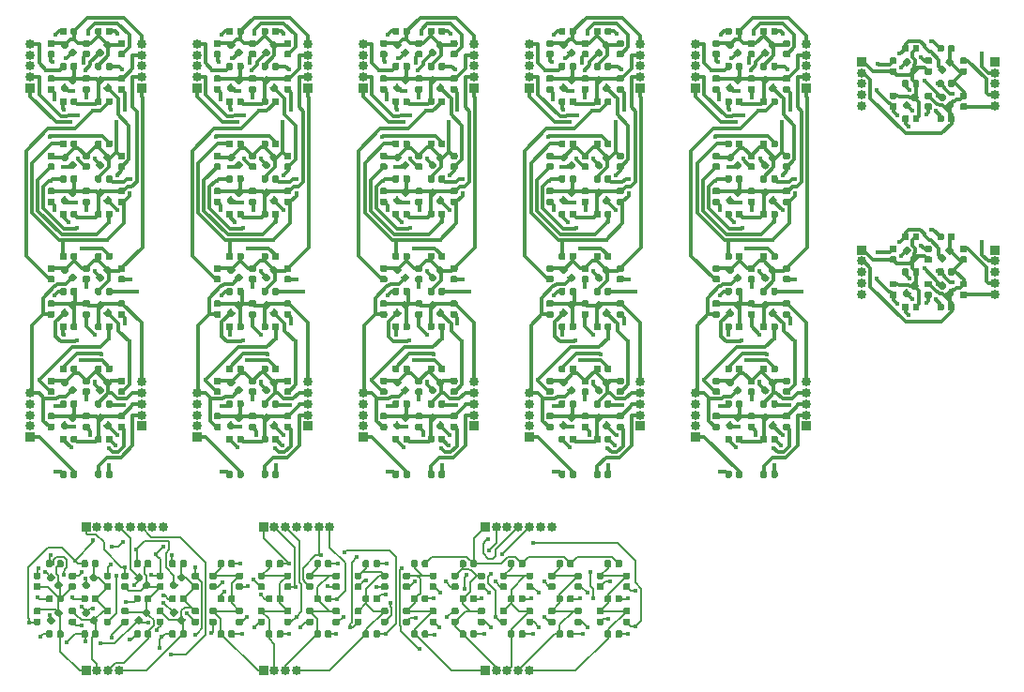
<source format=gbr>
G04 #@! TF.GenerationSoftware,KiCad,Pcbnew,(5.1.4)-1*
G04 #@! TF.CreationDate,2020-11-25T11:02:31-08:00*
G04 #@! TF.ProjectId,ufc_v4_displays_panel,7566635f-7634-45f6-9469-73706c617973,rev?*
G04 #@! TF.SameCoordinates,Original*
G04 #@! TF.FileFunction,Copper,L1,Top*
G04 #@! TF.FilePolarity,Positive*
%FSLAX46Y46*%
G04 Gerber Fmt 4.6, Leading zero omitted, Abs format (unit mm)*
G04 Created by KiCad (PCBNEW (5.1.4)-1) date 2020-11-25 11:02:31*
%MOMM*%
%LPD*%
G04 APERTURE LIST*
%ADD10C,0.100000*%
%ADD11C,0.590000*%
%ADD12O,0.850000X0.850000*%
%ADD13R,0.850000X0.850000*%
%ADD14C,0.450000*%
%ADD15C,0.305000*%
%ADD16C,0.152400*%
%ADD17C,0.304800*%
G04 APERTURE END LIST*
D10*
G36*
X140810958Y-60831710D02*
G01*
X140825276Y-60833834D01*
X140839317Y-60837351D01*
X140852946Y-60842228D01*
X140866031Y-60848417D01*
X140878447Y-60855858D01*
X140890073Y-60864481D01*
X140900798Y-60874202D01*
X140910519Y-60884927D01*
X140919142Y-60896553D01*
X140926583Y-60908969D01*
X140932772Y-60922054D01*
X140937649Y-60935683D01*
X140941166Y-60949724D01*
X140943290Y-60964042D01*
X140944000Y-60978500D01*
X140944000Y-61273500D01*
X140943290Y-61287958D01*
X140941166Y-61302276D01*
X140937649Y-61316317D01*
X140932772Y-61329946D01*
X140926583Y-61343031D01*
X140919142Y-61355447D01*
X140910519Y-61367073D01*
X140900798Y-61377798D01*
X140890073Y-61387519D01*
X140878447Y-61396142D01*
X140866031Y-61403583D01*
X140852946Y-61409772D01*
X140839317Y-61414649D01*
X140825276Y-61418166D01*
X140810958Y-61420290D01*
X140796500Y-61421000D01*
X140451500Y-61421000D01*
X140437042Y-61420290D01*
X140422724Y-61418166D01*
X140408683Y-61414649D01*
X140395054Y-61409772D01*
X140381969Y-61403583D01*
X140369553Y-61396142D01*
X140357927Y-61387519D01*
X140347202Y-61377798D01*
X140337481Y-61367073D01*
X140328858Y-61355447D01*
X140321417Y-61343031D01*
X140315228Y-61329946D01*
X140310351Y-61316317D01*
X140306834Y-61302276D01*
X140304710Y-61287958D01*
X140304000Y-61273500D01*
X140304000Y-60978500D01*
X140304710Y-60964042D01*
X140306834Y-60949724D01*
X140310351Y-60935683D01*
X140315228Y-60922054D01*
X140321417Y-60908969D01*
X140328858Y-60896553D01*
X140337481Y-60884927D01*
X140347202Y-60874202D01*
X140357927Y-60864481D01*
X140369553Y-60855858D01*
X140381969Y-60848417D01*
X140395054Y-60842228D01*
X140408683Y-60837351D01*
X140422724Y-60833834D01*
X140437042Y-60831710D01*
X140451500Y-60831000D01*
X140796500Y-60831000D01*
X140810958Y-60831710D01*
X140810958Y-60831710D01*
G37*
D11*
X140624000Y-61126000D03*
D10*
G36*
X140810958Y-61801710D02*
G01*
X140825276Y-61803834D01*
X140839317Y-61807351D01*
X140852946Y-61812228D01*
X140866031Y-61818417D01*
X140878447Y-61825858D01*
X140890073Y-61834481D01*
X140900798Y-61844202D01*
X140910519Y-61854927D01*
X140919142Y-61866553D01*
X140926583Y-61878969D01*
X140932772Y-61892054D01*
X140937649Y-61905683D01*
X140941166Y-61919724D01*
X140943290Y-61934042D01*
X140944000Y-61948500D01*
X140944000Y-62243500D01*
X140943290Y-62257958D01*
X140941166Y-62272276D01*
X140937649Y-62286317D01*
X140932772Y-62299946D01*
X140926583Y-62313031D01*
X140919142Y-62325447D01*
X140910519Y-62337073D01*
X140900798Y-62347798D01*
X140890073Y-62357519D01*
X140878447Y-62366142D01*
X140866031Y-62373583D01*
X140852946Y-62379772D01*
X140839317Y-62384649D01*
X140825276Y-62388166D01*
X140810958Y-62390290D01*
X140796500Y-62391000D01*
X140451500Y-62391000D01*
X140437042Y-62390290D01*
X140422724Y-62388166D01*
X140408683Y-62384649D01*
X140395054Y-62379772D01*
X140381969Y-62373583D01*
X140369553Y-62366142D01*
X140357927Y-62357519D01*
X140347202Y-62347798D01*
X140337481Y-62337073D01*
X140328858Y-62325447D01*
X140321417Y-62313031D01*
X140315228Y-62299946D01*
X140310351Y-62286317D01*
X140306834Y-62272276D01*
X140304710Y-62257958D01*
X140304000Y-62243500D01*
X140304000Y-61948500D01*
X140304710Y-61934042D01*
X140306834Y-61919724D01*
X140310351Y-61905683D01*
X140315228Y-61892054D01*
X140321417Y-61878969D01*
X140328858Y-61866553D01*
X140337481Y-61854927D01*
X140347202Y-61844202D01*
X140357927Y-61834481D01*
X140369553Y-61825858D01*
X140381969Y-61818417D01*
X140395054Y-61812228D01*
X140408683Y-61807351D01*
X140422724Y-61803834D01*
X140437042Y-61801710D01*
X140451500Y-61801000D01*
X140796500Y-61801000D01*
X140810958Y-61801710D01*
X140810958Y-61801710D01*
G37*
D11*
X140624000Y-62096000D03*
D10*
G36*
X140810958Y-58626710D02*
G01*
X140825276Y-58628834D01*
X140839317Y-58632351D01*
X140852946Y-58637228D01*
X140866031Y-58643417D01*
X140878447Y-58650858D01*
X140890073Y-58659481D01*
X140900798Y-58669202D01*
X140910519Y-58679927D01*
X140919142Y-58691553D01*
X140926583Y-58703969D01*
X140932772Y-58717054D01*
X140937649Y-58730683D01*
X140941166Y-58744724D01*
X140943290Y-58759042D01*
X140944000Y-58773500D01*
X140944000Y-59068500D01*
X140943290Y-59082958D01*
X140941166Y-59097276D01*
X140937649Y-59111317D01*
X140932772Y-59124946D01*
X140926583Y-59138031D01*
X140919142Y-59150447D01*
X140910519Y-59162073D01*
X140900798Y-59172798D01*
X140890073Y-59182519D01*
X140878447Y-59191142D01*
X140866031Y-59198583D01*
X140852946Y-59204772D01*
X140839317Y-59209649D01*
X140825276Y-59213166D01*
X140810958Y-59215290D01*
X140796500Y-59216000D01*
X140451500Y-59216000D01*
X140437042Y-59215290D01*
X140422724Y-59213166D01*
X140408683Y-59209649D01*
X140395054Y-59204772D01*
X140381969Y-59198583D01*
X140369553Y-59191142D01*
X140357927Y-59182519D01*
X140347202Y-59172798D01*
X140337481Y-59162073D01*
X140328858Y-59150447D01*
X140321417Y-59138031D01*
X140315228Y-59124946D01*
X140310351Y-59111317D01*
X140306834Y-59097276D01*
X140304710Y-59082958D01*
X140304000Y-59068500D01*
X140304000Y-58773500D01*
X140304710Y-58759042D01*
X140306834Y-58744724D01*
X140310351Y-58730683D01*
X140315228Y-58717054D01*
X140321417Y-58703969D01*
X140328858Y-58691553D01*
X140337481Y-58679927D01*
X140347202Y-58669202D01*
X140357927Y-58659481D01*
X140369553Y-58650858D01*
X140381969Y-58643417D01*
X140395054Y-58637228D01*
X140408683Y-58632351D01*
X140422724Y-58628834D01*
X140437042Y-58626710D01*
X140451500Y-58626000D01*
X140796500Y-58626000D01*
X140810958Y-58626710D01*
X140810958Y-58626710D01*
G37*
D11*
X140624000Y-58921000D03*
D10*
G36*
X140810958Y-57656710D02*
G01*
X140825276Y-57658834D01*
X140839317Y-57662351D01*
X140852946Y-57667228D01*
X140866031Y-57673417D01*
X140878447Y-57680858D01*
X140890073Y-57689481D01*
X140900798Y-57699202D01*
X140910519Y-57709927D01*
X140919142Y-57721553D01*
X140926583Y-57733969D01*
X140932772Y-57747054D01*
X140937649Y-57760683D01*
X140941166Y-57774724D01*
X140943290Y-57789042D01*
X140944000Y-57803500D01*
X140944000Y-58098500D01*
X140943290Y-58112958D01*
X140941166Y-58127276D01*
X140937649Y-58141317D01*
X140932772Y-58154946D01*
X140926583Y-58168031D01*
X140919142Y-58180447D01*
X140910519Y-58192073D01*
X140900798Y-58202798D01*
X140890073Y-58212519D01*
X140878447Y-58221142D01*
X140866031Y-58228583D01*
X140852946Y-58234772D01*
X140839317Y-58239649D01*
X140825276Y-58243166D01*
X140810958Y-58245290D01*
X140796500Y-58246000D01*
X140451500Y-58246000D01*
X140437042Y-58245290D01*
X140422724Y-58243166D01*
X140408683Y-58239649D01*
X140395054Y-58234772D01*
X140381969Y-58228583D01*
X140369553Y-58221142D01*
X140357927Y-58212519D01*
X140347202Y-58202798D01*
X140337481Y-58192073D01*
X140328858Y-58180447D01*
X140321417Y-58168031D01*
X140315228Y-58154946D01*
X140310351Y-58141317D01*
X140306834Y-58127276D01*
X140304710Y-58112958D01*
X140304000Y-58098500D01*
X140304000Y-57803500D01*
X140304710Y-57789042D01*
X140306834Y-57774724D01*
X140310351Y-57760683D01*
X140315228Y-57747054D01*
X140321417Y-57733969D01*
X140328858Y-57721553D01*
X140337481Y-57709927D01*
X140347202Y-57699202D01*
X140357927Y-57689481D01*
X140369553Y-57680858D01*
X140381969Y-57673417D01*
X140395054Y-57667228D01*
X140408683Y-57662351D01*
X140422724Y-57658834D01*
X140437042Y-57656710D01*
X140451500Y-57656000D01*
X140796500Y-57656000D01*
X140810958Y-57656710D01*
X140810958Y-57656710D01*
G37*
D11*
X140624000Y-57951000D03*
D10*
G36*
X143985958Y-60831710D02*
G01*
X144000276Y-60833834D01*
X144014317Y-60837351D01*
X144027946Y-60842228D01*
X144041031Y-60848417D01*
X144053447Y-60855858D01*
X144065073Y-60864481D01*
X144075798Y-60874202D01*
X144085519Y-60884927D01*
X144094142Y-60896553D01*
X144101583Y-60908969D01*
X144107772Y-60922054D01*
X144112649Y-60935683D01*
X144116166Y-60949724D01*
X144118290Y-60964042D01*
X144119000Y-60978500D01*
X144119000Y-61273500D01*
X144118290Y-61287958D01*
X144116166Y-61302276D01*
X144112649Y-61316317D01*
X144107772Y-61329946D01*
X144101583Y-61343031D01*
X144094142Y-61355447D01*
X144085519Y-61367073D01*
X144075798Y-61377798D01*
X144065073Y-61387519D01*
X144053447Y-61396142D01*
X144041031Y-61403583D01*
X144027946Y-61409772D01*
X144014317Y-61414649D01*
X144000276Y-61418166D01*
X143985958Y-61420290D01*
X143971500Y-61421000D01*
X143626500Y-61421000D01*
X143612042Y-61420290D01*
X143597724Y-61418166D01*
X143583683Y-61414649D01*
X143570054Y-61409772D01*
X143556969Y-61403583D01*
X143544553Y-61396142D01*
X143532927Y-61387519D01*
X143522202Y-61377798D01*
X143512481Y-61367073D01*
X143503858Y-61355447D01*
X143496417Y-61343031D01*
X143490228Y-61329946D01*
X143485351Y-61316317D01*
X143481834Y-61302276D01*
X143479710Y-61287958D01*
X143479000Y-61273500D01*
X143479000Y-60978500D01*
X143479710Y-60964042D01*
X143481834Y-60949724D01*
X143485351Y-60935683D01*
X143490228Y-60922054D01*
X143496417Y-60908969D01*
X143503858Y-60896553D01*
X143512481Y-60884927D01*
X143522202Y-60874202D01*
X143532927Y-60864481D01*
X143544553Y-60855858D01*
X143556969Y-60848417D01*
X143570054Y-60842228D01*
X143583683Y-60837351D01*
X143597724Y-60833834D01*
X143612042Y-60831710D01*
X143626500Y-60831000D01*
X143971500Y-60831000D01*
X143985958Y-60831710D01*
X143985958Y-60831710D01*
G37*
D11*
X143799000Y-61126000D03*
D10*
G36*
X143985958Y-61801710D02*
G01*
X144000276Y-61803834D01*
X144014317Y-61807351D01*
X144027946Y-61812228D01*
X144041031Y-61818417D01*
X144053447Y-61825858D01*
X144065073Y-61834481D01*
X144075798Y-61844202D01*
X144085519Y-61854927D01*
X144094142Y-61866553D01*
X144101583Y-61878969D01*
X144107772Y-61892054D01*
X144112649Y-61905683D01*
X144116166Y-61919724D01*
X144118290Y-61934042D01*
X144119000Y-61948500D01*
X144119000Y-62243500D01*
X144118290Y-62257958D01*
X144116166Y-62272276D01*
X144112649Y-62286317D01*
X144107772Y-62299946D01*
X144101583Y-62313031D01*
X144094142Y-62325447D01*
X144085519Y-62337073D01*
X144075798Y-62347798D01*
X144065073Y-62357519D01*
X144053447Y-62366142D01*
X144041031Y-62373583D01*
X144027946Y-62379772D01*
X144014317Y-62384649D01*
X144000276Y-62388166D01*
X143985958Y-62390290D01*
X143971500Y-62391000D01*
X143626500Y-62391000D01*
X143612042Y-62390290D01*
X143597724Y-62388166D01*
X143583683Y-62384649D01*
X143570054Y-62379772D01*
X143556969Y-62373583D01*
X143544553Y-62366142D01*
X143532927Y-62357519D01*
X143522202Y-62347798D01*
X143512481Y-62337073D01*
X143503858Y-62325447D01*
X143496417Y-62313031D01*
X143490228Y-62299946D01*
X143485351Y-62286317D01*
X143481834Y-62272276D01*
X143479710Y-62257958D01*
X143479000Y-62243500D01*
X143479000Y-61948500D01*
X143479710Y-61934042D01*
X143481834Y-61919724D01*
X143485351Y-61905683D01*
X143490228Y-61892054D01*
X143496417Y-61878969D01*
X143503858Y-61866553D01*
X143512481Y-61854927D01*
X143522202Y-61844202D01*
X143532927Y-61834481D01*
X143544553Y-61825858D01*
X143556969Y-61818417D01*
X143570054Y-61812228D01*
X143583683Y-61807351D01*
X143597724Y-61803834D01*
X143612042Y-61801710D01*
X143626500Y-61801000D01*
X143971500Y-61801000D01*
X143985958Y-61801710D01*
X143985958Y-61801710D01*
G37*
D11*
X143799000Y-62096000D03*
D12*
X146637500Y-62042000D03*
X146637500Y-61042000D03*
X146637500Y-60042000D03*
X146637500Y-59042000D03*
D13*
X146637500Y-58042000D03*
X134637500Y-58042000D03*
D12*
X134637500Y-59042000D03*
X134637500Y-60042000D03*
X134637500Y-61042000D03*
X134637500Y-62042000D03*
D10*
G36*
X138713458Y-62879210D02*
G01*
X138727776Y-62881334D01*
X138741817Y-62884851D01*
X138755446Y-62889728D01*
X138768531Y-62895917D01*
X138780947Y-62903358D01*
X138792573Y-62911981D01*
X138803298Y-62921702D01*
X138813019Y-62932427D01*
X138821642Y-62944053D01*
X138829083Y-62956469D01*
X138835272Y-62969554D01*
X138840149Y-62983183D01*
X138843666Y-62997224D01*
X138845790Y-63011542D01*
X138846500Y-63026000D01*
X138846500Y-63371000D01*
X138845790Y-63385458D01*
X138843666Y-63399776D01*
X138840149Y-63413817D01*
X138835272Y-63427446D01*
X138829083Y-63440531D01*
X138821642Y-63452947D01*
X138813019Y-63464573D01*
X138803298Y-63475298D01*
X138792573Y-63485019D01*
X138780947Y-63493642D01*
X138768531Y-63501083D01*
X138755446Y-63507272D01*
X138741817Y-63512149D01*
X138727776Y-63515666D01*
X138713458Y-63517790D01*
X138699000Y-63518500D01*
X138404000Y-63518500D01*
X138389542Y-63517790D01*
X138375224Y-63515666D01*
X138361183Y-63512149D01*
X138347554Y-63507272D01*
X138334469Y-63501083D01*
X138322053Y-63493642D01*
X138310427Y-63485019D01*
X138299702Y-63475298D01*
X138289981Y-63464573D01*
X138281358Y-63452947D01*
X138273917Y-63440531D01*
X138267728Y-63427446D01*
X138262851Y-63413817D01*
X138259334Y-63399776D01*
X138257210Y-63385458D01*
X138256500Y-63371000D01*
X138256500Y-63026000D01*
X138257210Y-63011542D01*
X138259334Y-62997224D01*
X138262851Y-62983183D01*
X138267728Y-62969554D01*
X138273917Y-62956469D01*
X138281358Y-62944053D01*
X138289981Y-62932427D01*
X138299702Y-62921702D01*
X138310427Y-62911981D01*
X138322053Y-62903358D01*
X138334469Y-62895917D01*
X138347554Y-62889728D01*
X138361183Y-62884851D01*
X138375224Y-62881334D01*
X138389542Y-62879210D01*
X138404000Y-62878500D01*
X138699000Y-62878500D01*
X138713458Y-62879210D01*
X138713458Y-62879210D01*
G37*
D11*
X138551500Y-63198500D03*
D10*
G36*
X139683458Y-62879210D02*
G01*
X139697776Y-62881334D01*
X139711817Y-62884851D01*
X139725446Y-62889728D01*
X139738531Y-62895917D01*
X139750947Y-62903358D01*
X139762573Y-62911981D01*
X139773298Y-62921702D01*
X139783019Y-62932427D01*
X139791642Y-62944053D01*
X139799083Y-62956469D01*
X139805272Y-62969554D01*
X139810149Y-62983183D01*
X139813666Y-62997224D01*
X139815790Y-63011542D01*
X139816500Y-63026000D01*
X139816500Y-63371000D01*
X139815790Y-63385458D01*
X139813666Y-63399776D01*
X139810149Y-63413817D01*
X139805272Y-63427446D01*
X139799083Y-63440531D01*
X139791642Y-63452947D01*
X139783019Y-63464573D01*
X139773298Y-63475298D01*
X139762573Y-63485019D01*
X139750947Y-63493642D01*
X139738531Y-63501083D01*
X139725446Y-63507272D01*
X139711817Y-63512149D01*
X139697776Y-63515666D01*
X139683458Y-63517790D01*
X139669000Y-63518500D01*
X139374000Y-63518500D01*
X139359542Y-63517790D01*
X139345224Y-63515666D01*
X139331183Y-63512149D01*
X139317554Y-63507272D01*
X139304469Y-63501083D01*
X139292053Y-63493642D01*
X139280427Y-63485019D01*
X139269702Y-63475298D01*
X139259981Y-63464573D01*
X139251358Y-63452947D01*
X139243917Y-63440531D01*
X139237728Y-63427446D01*
X139232851Y-63413817D01*
X139229334Y-63399776D01*
X139227210Y-63385458D01*
X139226500Y-63371000D01*
X139226500Y-63026000D01*
X139227210Y-63011542D01*
X139229334Y-62997224D01*
X139232851Y-62983183D01*
X139237728Y-62969554D01*
X139243917Y-62956469D01*
X139251358Y-62944053D01*
X139259981Y-62932427D01*
X139269702Y-62921702D01*
X139280427Y-62911981D01*
X139292053Y-62903358D01*
X139304469Y-62895917D01*
X139317554Y-62889728D01*
X139331183Y-62884851D01*
X139345224Y-62881334D01*
X139359542Y-62879210D01*
X139374000Y-62878500D01*
X139669000Y-62878500D01*
X139683458Y-62879210D01*
X139683458Y-62879210D01*
G37*
D11*
X139521500Y-63198500D03*
D10*
G36*
X143985958Y-57656710D02*
G01*
X144000276Y-57658834D01*
X144014317Y-57662351D01*
X144027946Y-57667228D01*
X144041031Y-57673417D01*
X144053447Y-57680858D01*
X144065073Y-57689481D01*
X144075798Y-57699202D01*
X144085519Y-57709927D01*
X144094142Y-57721553D01*
X144101583Y-57733969D01*
X144107772Y-57747054D01*
X144112649Y-57760683D01*
X144116166Y-57774724D01*
X144118290Y-57789042D01*
X144119000Y-57803500D01*
X144119000Y-58098500D01*
X144118290Y-58112958D01*
X144116166Y-58127276D01*
X144112649Y-58141317D01*
X144107772Y-58154946D01*
X144101583Y-58168031D01*
X144094142Y-58180447D01*
X144085519Y-58192073D01*
X144075798Y-58202798D01*
X144065073Y-58212519D01*
X144053447Y-58221142D01*
X144041031Y-58228583D01*
X144027946Y-58234772D01*
X144014317Y-58239649D01*
X144000276Y-58243166D01*
X143985958Y-58245290D01*
X143971500Y-58246000D01*
X143626500Y-58246000D01*
X143612042Y-58245290D01*
X143597724Y-58243166D01*
X143583683Y-58239649D01*
X143570054Y-58234772D01*
X143556969Y-58228583D01*
X143544553Y-58221142D01*
X143532927Y-58212519D01*
X143522202Y-58202798D01*
X143512481Y-58192073D01*
X143503858Y-58180447D01*
X143496417Y-58168031D01*
X143490228Y-58154946D01*
X143485351Y-58141317D01*
X143481834Y-58127276D01*
X143479710Y-58112958D01*
X143479000Y-58098500D01*
X143479000Y-57803500D01*
X143479710Y-57789042D01*
X143481834Y-57774724D01*
X143485351Y-57760683D01*
X143490228Y-57747054D01*
X143496417Y-57733969D01*
X143503858Y-57721553D01*
X143512481Y-57709927D01*
X143522202Y-57699202D01*
X143532927Y-57689481D01*
X143544553Y-57680858D01*
X143556969Y-57673417D01*
X143570054Y-57667228D01*
X143583683Y-57662351D01*
X143597724Y-57658834D01*
X143612042Y-57656710D01*
X143626500Y-57656000D01*
X143971500Y-57656000D01*
X143985958Y-57656710D01*
X143985958Y-57656710D01*
G37*
D11*
X143799000Y-57951000D03*
D10*
G36*
X143985958Y-58626710D02*
G01*
X144000276Y-58628834D01*
X144014317Y-58632351D01*
X144027946Y-58637228D01*
X144041031Y-58643417D01*
X144053447Y-58650858D01*
X144065073Y-58659481D01*
X144075798Y-58669202D01*
X144085519Y-58679927D01*
X144094142Y-58691553D01*
X144101583Y-58703969D01*
X144107772Y-58717054D01*
X144112649Y-58730683D01*
X144116166Y-58744724D01*
X144118290Y-58759042D01*
X144119000Y-58773500D01*
X144119000Y-59068500D01*
X144118290Y-59082958D01*
X144116166Y-59097276D01*
X144112649Y-59111317D01*
X144107772Y-59124946D01*
X144101583Y-59138031D01*
X144094142Y-59150447D01*
X144085519Y-59162073D01*
X144075798Y-59172798D01*
X144065073Y-59182519D01*
X144053447Y-59191142D01*
X144041031Y-59198583D01*
X144027946Y-59204772D01*
X144014317Y-59209649D01*
X144000276Y-59213166D01*
X143985958Y-59215290D01*
X143971500Y-59216000D01*
X143626500Y-59216000D01*
X143612042Y-59215290D01*
X143597724Y-59213166D01*
X143583683Y-59209649D01*
X143570054Y-59204772D01*
X143556969Y-59198583D01*
X143544553Y-59191142D01*
X143532927Y-59182519D01*
X143522202Y-59172798D01*
X143512481Y-59162073D01*
X143503858Y-59150447D01*
X143496417Y-59138031D01*
X143490228Y-59124946D01*
X143485351Y-59111317D01*
X143481834Y-59097276D01*
X143479710Y-59082958D01*
X143479000Y-59068500D01*
X143479000Y-58773500D01*
X143479710Y-58759042D01*
X143481834Y-58744724D01*
X143485351Y-58730683D01*
X143490228Y-58717054D01*
X143496417Y-58703969D01*
X143503858Y-58691553D01*
X143512481Y-58679927D01*
X143522202Y-58669202D01*
X143532927Y-58659481D01*
X143544553Y-58650858D01*
X143556969Y-58643417D01*
X143570054Y-58637228D01*
X143583683Y-58632351D01*
X143597724Y-58628834D01*
X143612042Y-58626710D01*
X143626500Y-58626000D01*
X143971500Y-58626000D01*
X143985958Y-58626710D01*
X143985958Y-58626710D01*
G37*
D11*
X143799000Y-58921000D03*
D10*
G36*
X138713458Y-56529210D02*
G01*
X138727776Y-56531334D01*
X138741817Y-56534851D01*
X138755446Y-56539728D01*
X138768531Y-56545917D01*
X138780947Y-56553358D01*
X138792573Y-56561981D01*
X138803298Y-56571702D01*
X138813019Y-56582427D01*
X138821642Y-56594053D01*
X138829083Y-56606469D01*
X138835272Y-56619554D01*
X138840149Y-56633183D01*
X138843666Y-56647224D01*
X138845790Y-56661542D01*
X138846500Y-56676000D01*
X138846500Y-57021000D01*
X138845790Y-57035458D01*
X138843666Y-57049776D01*
X138840149Y-57063817D01*
X138835272Y-57077446D01*
X138829083Y-57090531D01*
X138821642Y-57102947D01*
X138813019Y-57114573D01*
X138803298Y-57125298D01*
X138792573Y-57135019D01*
X138780947Y-57143642D01*
X138768531Y-57151083D01*
X138755446Y-57157272D01*
X138741817Y-57162149D01*
X138727776Y-57165666D01*
X138713458Y-57167790D01*
X138699000Y-57168500D01*
X138404000Y-57168500D01*
X138389542Y-57167790D01*
X138375224Y-57165666D01*
X138361183Y-57162149D01*
X138347554Y-57157272D01*
X138334469Y-57151083D01*
X138322053Y-57143642D01*
X138310427Y-57135019D01*
X138299702Y-57125298D01*
X138289981Y-57114573D01*
X138281358Y-57102947D01*
X138273917Y-57090531D01*
X138267728Y-57077446D01*
X138262851Y-57063817D01*
X138259334Y-57049776D01*
X138257210Y-57035458D01*
X138256500Y-57021000D01*
X138256500Y-56676000D01*
X138257210Y-56661542D01*
X138259334Y-56647224D01*
X138262851Y-56633183D01*
X138267728Y-56619554D01*
X138273917Y-56606469D01*
X138281358Y-56594053D01*
X138289981Y-56582427D01*
X138299702Y-56571702D01*
X138310427Y-56561981D01*
X138322053Y-56553358D01*
X138334469Y-56545917D01*
X138347554Y-56539728D01*
X138361183Y-56534851D01*
X138375224Y-56531334D01*
X138389542Y-56529210D01*
X138404000Y-56528500D01*
X138699000Y-56528500D01*
X138713458Y-56529210D01*
X138713458Y-56529210D01*
G37*
D11*
X138551500Y-56848500D03*
D10*
G36*
X139683458Y-56529210D02*
G01*
X139697776Y-56531334D01*
X139711817Y-56534851D01*
X139725446Y-56539728D01*
X139738531Y-56545917D01*
X139750947Y-56553358D01*
X139762573Y-56561981D01*
X139773298Y-56571702D01*
X139783019Y-56582427D01*
X139791642Y-56594053D01*
X139799083Y-56606469D01*
X139805272Y-56619554D01*
X139810149Y-56633183D01*
X139813666Y-56647224D01*
X139815790Y-56661542D01*
X139816500Y-56676000D01*
X139816500Y-57021000D01*
X139815790Y-57035458D01*
X139813666Y-57049776D01*
X139810149Y-57063817D01*
X139805272Y-57077446D01*
X139799083Y-57090531D01*
X139791642Y-57102947D01*
X139783019Y-57114573D01*
X139773298Y-57125298D01*
X139762573Y-57135019D01*
X139750947Y-57143642D01*
X139738531Y-57151083D01*
X139725446Y-57157272D01*
X139711817Y-57162149D01*
X139697776Y-57165666D01*
X139683458Y-57167790D01*
X139669000Y-57168500D01*
X139374000Y-57168500D01*
X139359542Y-57167790D01*
X139345224Y-57165666D01*
X139331183Y-57162149D01*
X139317554Y-57157272D01*
X139304469Y-57151083D01*
X139292053Y-57143642D01*
X139280427Y-57135019D01*
X139269702Y-57125298D01*
X139259981Y-57114573D01*
X139251358Y-57102947D01*
X139243917Y-57090531D01*
X139237728Y-57077446D01*
X139232851Y-57063817D01*
X139229334Y-57049776D01*
X139227210Y-57035458D01*
X139226500Y-57021000D01*
X139226500Y-56676000D01*
X139227210Y-56661542D01*
X139229334Y-56647224D01*
X139232851Y-56633183D01*
X139237728Y-56619554D01*
X139243917Y-56606469D01*
X139251358Y-56594053D01*
X139259981Y-56582427D01*
X139269702Y-56571702D01*
X139280427Y-56561981D01*
X139292053Y-56553358D01*
X139304469Y-56545917D01*
X139317554Y-56539728D01*
X139331183Y-56534851D01*
X139345224Y-56531334D01*
X139359542Y-56529210D01*
X139374000Y-56528500D01*
X139669000Y-56528500D01*
X139683458Y-56529210D01*
X139683458Y-56529210D01*
G37*
D11*
X139521500Y-56848500D03*
D10*
G36*
X139376227Y-60894989D02*
G01*
X139390545Y-60897113D01*
X139404586Y-60900630D01*
X139418215Y-60905507D01*
X139431300Y-60911696D01*
X139443716Y-60919137D01*
X139455342Y-60927760D01*
X139466067Y-60937481D01*
X139710019Y-61181433D01*
X139719740Y-61192158D01*
X139728363Y-61203784D01*
X139735804Y-61216200D01*
X139741993Y-61229285D01*
X139746870Y-61242914D01*
X139750387Y-61256955D01*
X139752511Y-61271273D01*
X139753221Y-61285731D01*
X139752511Y-61300189D01*
X139750387Y-61314507D01*
X139746870Y-61328548D01*
X139741993Y-61342177D01*
X139735804Y-61355262D01*
X139728363Y-61367678D01*
X139719740Y-61379304D01*
X139710019Y-61390029D01*
X139501423Y-61598625D01*
X139490698Y-61608346D01*
X139479072Y-61616969D01*
X139466656Y-61624410D01*
X139453571Y-61630599D01*
X139439942Y-61635476D01*
X139425901Y-61638993D01*
X139411583Y-61641117D01*
X139397125Y-61641827D01*
X139382667Y-61641117D01*
X139368349Y-61638993D01*
X139354308Y-61635476D01*
X139340679Y-61630599D01*
X139327594Y-61624410D01*
X139315178Y-61616969D01*
X139303552Y-61608346D01*
X139292827Y-61598625D01*
X139048875Y-61354673D01*
X139039154Y-61343948D01*
X139030531Y-61332322D01*
X139023090Y-61319906D01*
X139016901Y-61306821D01*
X139012024Y-61293192D01*
X139008507Y-61279151D01*
X139006383Y-61264833D01*
X139005673Y-61250375D01*
X139006383Y-61235917D01*
X139008507Y-61221599D01*
X139012024Y-61207558D01*
X139016901Y-61193929D01*
X139023090Y-61180844D01*
X139030531Y-61168428D01*
X139039154Y-61156802D01*
X139048875Y-61146077D01*
X139257471Y-60937481D01*
X139268196Y-60927760D01*
X139279822Y-60919137D01*
X139292238Y-60911696D01*
X139305323Y-60905507D01*
X139318952Y-60900630D01*
X139332993Y-60897113D01*
X139347311Y-60894989D01*
X139361769Y-60894279D01*
X139376227Y-60894989D01*
X139376227Y-60894989D01*
G37*
D11*
X139379447Y-61268053D03*
D10*
G36*
X138690333Y-61580883D02*
G01*
X138704651Y-61583007D01*
X138718692Y-61586524D01*
X138732321Y-61591401D01*
X138745406Y-61597590D01*
X138757822Y-61605031D01*
X138769448Y-61613654D01*
X138780173Y-61623375D01*
X139024125Y-61867327D01*
X139033846Y-61878052D01*
X139042469Y-61889678D01*
X139049910Y-61902094D01*
X139056099Y-61915179D01*
X139060976Y-61928808D01*
X139064493Y-61942849D01*
X139066617Y-61957167D01*
X139067327Y-61971625D01*
X139066617Y-61986083D01*
X139064493Y-62000401D01*
X139060976Y-62014442D01*
X139056099Y-62028071D01*
X139049910Y-62041156D01*
X139042469Y-62053572D01*
X139033846Y-62065198D01*
X139024125Y-62075923D01*
X138815529Y-62284519D01*
X138804804Y-62294240D01*
X138793178Y-62302863D01*
X138780762Y-62310304D01*
X138767677Y-62316493D01*
X138754048Y-62321370D01*
X138740007Y-62324887D01*
X138725689Y-62327011D01*
X138711231Y-62327721D01*
X138696773Y-62327011D01*
X138682455Y-62324887D01*
X138668414Y-62321370D01*
X138654785Y-62316493D01*
X138641700Y-62310304D01*
X138629284Y-62302863D01*
X138617658Y-62294240D01*
X138606933Y-62284519D01*
X138362981Y-62040567D01*
X138353260Y-62029842D01*
X138344637Y-62018216D01*
X138337196Y-62005800D01*
X138331007Y-61992715D01*
X138326130Y-61979086D01*
X138322613Y-61965045D01*
X138320489Y-61950727D01*
X138319779Y-61936269D01*
X138320489Y-61921811D01*
X138322613Y-61907493D01*
X138326130Y-61893452D01*
X138331007Y-61879823D01*
X138337196Y-61866738D01*
X138344637Y-61854322D01*
X138353260Y-61842696D01*
X138362981Y-61831971D01*
X138571577Y-61623375D01*
X138582302Y-61613654D01*
X138593928Y-61605031D01*
X138606344Y-61597590D01*
X138619429Y-61591401D01*
X138633058Y-61586524D01*
X138647099Y-61583007D01*
X138661417Y-61580883D01*
X138675875Y-61580173D01*
X138690333Y-61580883D01*
X138690333Y-61580883D01*
G37*
D11*
X138693553Y-61953947D03*
D10*
G36*
X142858458Y-59704210D02*
G01*
X142872776Y-59706334D01*
X142886817Y-59709851D01*
X142900446Y-59714728D01*
X142913531Y-59720917D01*
X142925947Y-59728358D01*
X142937573Y-59736981D01*
X142948298Y-59746702D01*
X142958019Y-59757427D01*
X142966642Y-59769053D01*
X142974083Y-59781469D01*
X142980272Y-59794554D01*
X142985149Y-59808183D01*
X142988666Y-59822224D01*
X142990790Y-59836542D01*
X142991500Y-59851000D01*
X142991500Y-60196000D01*
X142990790Y-60210458D01*
X142988666Y-60224776D01*
X142985149Y-60238817D01*
X142980272Y-60252446D01*
X142974083Y-60265531D01*
X142966642Y-60277947D01*
X142958019Y-60289573D01*
X142948298Y-60300298D01*
X142937573Y-60310019D01*
X142925947Y-60318642D01*
X142913531Y-60326083D01*
X142900446Y-60332272D01*
X142886817Y-60337149D01*
X142872776Y-60340666D01*
X142858458Y-60342790D01*
X142844000Y-60343500D01*
X142549000Y-60343500D01*
X142534542Y-60342790D01*
X142520224Y-60340666D01*
X142506183Y-60337149D01*
X142492554Y-60332272D01*
X142479469Y-60326083D01*
X142467053Y-60318642D01*
X142455427Y-60310019D01*
X142444702Y-60300298D01*
X142434981Y-60289573D01*
X142426358Y-60277947D01*
X142418917Y-60265531D01*
X142412728Y-60252446D01*
X142407851Y-60238817D01*
X142404334Y-60224776D01*
X142402210Y-60210458D01*
X142401500Y-60196000D01*
X142401500Y-59851000D01*
X142402210Y-59836542D01*
X142404334Y-59822224D01*
X142407851Y-59808183D01*
X142412728Y-59794554D01*
X142418917Y-59781469D01*
X142426358Y-59769053D01*
X142434981Y-59757427D01*
X142444702Y-59746702D01*
X142455427Y-59736981D01*
X142467053Y-59728358D01*
X142479469Y-59720917D01*
X142492554Y-59714728D01*
X142506183Y-59709851D01*
X142520224Y-59706334D01*
X142534542Y-59704210D01*
X142549000Y-59703500D01*
X142844000Y-59703500D01*
X142858458Y-59704210D01*
X142858458Y-59704210D01*
G37*
D11*
X142696500Y-60023500D03*
D10*
G36*
X141888458Y-59704210D02*
G01*
X141902776Y-59706334D01*
X141916817Y-59709851D01*
X141930446Y-59714728D01*
X141943531Y-59720917D01*
X141955947Y-59728358D01*
X141967573Y-59736981D01*
X141978298Y-59746702D01*
X141988019Y-59757427D01*
X141996642Y-59769053D01*
X142004083Y-59781469D01*
X142010272Y-59794554D01*
X142015149Y-59808183D01*
X142018666Y-59822224D01*
X142020790Y-59836542D01*
X142021500Y-59851000D01*
X142021500Y-60196000D01*
X142020790Y-60210458D01*
X142018666Y-60224776D01*
X142015149Y-60238817D01*
X142010272Y-60252446D01*
X142004083Y-60265531D01*
X141996642Y-60277947D01*
X141988019Y-60289573D01*
X141978298Y-60300298D01*
X141967573Y-60310019D01*
X141955947Y-60318642D01*
X141943531Y-60326083D01*
X141930446Y-60332272D01*
X141916817Y-60337149D01*
X141902776Y-60340666D01*
X141888458Y-60342790D01*
X141874000Y-60343500D01*
X141579000Y-60343500D01*
X141564542Y-60342790D01*
X141550224Y-60340666D01*
X141536183Y-60337149D01*
X141522554Y-60332272D01*
X141509469Y-60326083D01*
X141497053Y-60318642D01*
X141485427Y-60310019D01*
X141474702Y-60300298D01*
X141464981Y-60289573D01*
X141456358Y-60277947D01*
X141448917Y-60265531D01*
X141442728Y-60252446D01*
X141437851Y-60238817D01*
X141434334Y-60224776D01*
X141432210Y-60210458D01*
X141431500Y-60196000D01*
X141431500Y-59851000D01*
X141432210Y-59836542D01*
X141434334Y-59822224D01*
X141437851Y-59808183D01*
X141442728Y-59794554D01*
X141448917Y-59781469D01*
X141456358Y-59769053D01*
X141464981Y-59757427D01*
X141474702Y-59746702D01*
X141485427Y-59736981D01*
X141497053Y-59728358D01*
X141509469Y-59720917D01*
X141522554Y-59714728D01*
X141536183Y-59709851D01*
X141550224Y-59706334D01*
X141564542Y-59704210D01*
X141579000Y-59703500D01*
X141874000Y-59703500D01*
X141888458Y-59704210D01*
X141888458Y-59704210D01*
G37*
D11*
X141726500Y-60023500D03*
D10*
G36*
X138713458Y-59704210D02*
G01*
X138727776Y-59706334D01*
X138741817Y-59709851D01*
X138755446Y-59714728D01*
X138768531Y-59720917D01*
X138780947Y-59728358D01*
X138792573Y-59736981D01*
X138803298Y-59746702D01*
X138813019Y-59757427D01*
X138821642Y-59769053D01*
X138829083Y-59781469D01*
X138835272Y-59794554D01*
X138840149Y-59808183D01*
X138843666Y-59822224D01*
X138845790Y-59836542D01*
X138846500Y-59851000D01*
X138846500Y-60196000D01*
X138845790Y-60210458D01*
X138843666Y-60224776D01*
X138840149Y-60238817D01*
X138835272Y-60252446D01*
X138829083Y-60265531D01*
X138821642Y-60277947D01*
X138813019Y-60289573D01*
X138803298Y-60300298D01*
X138792573Y-60310019D01*
X138780947Y-60318642D01*
X138768531Y-60326083D01*
X138755446Y-60332272D01*
X138741817Y-60337149D01*
X138727776Y-60340666D01*
X138713458Y-60342790D01*
X138699000Y-60343500D01*
X138404000Y-60343500D01*
X138389542Y-60342790D01*
X138375224Y-60340666D01*
X138361183Y-60337149D01*
X138347554Y-60332272D01*
X138334469Y-60326083D01*
X138322053Y-60318642D01*
X138310427Y-60310019D01*
X138299702Y-60300298D01*
X138289981Y-60289573D01*
X138281358Y-60277947D01*
X138273917Y-60265531D01*
X138267728Y-60252446D01*
X138262851Y-60238817D01*
X138259334Y-60224776D01*
X138257210Y-60210458D01*
X138256500Y-60196000D01*
X138256500Y-59851000D01*
X138257210Y-59836542D01*
X138259334Y-59822224D01*
X138262851Y-59808183D01*
X138267728Y-59794554D01*
X138273917Y-59781469D01*
X138281358Y-59769053D01*
X138289981Y-59757427D01*
X138299702Y-59746702D01*
X138310427Y-59736981D01*
X138322053Y-59728358D01*
X138334469Y-59720917D01*
X138347554Y-59714728D01*
X138361183Y-59709851D01*
X138375224Y-59706334D01*
X138389542Y-59704210D01*
X138404000Y-59703500D01*
X138699000Y-59703500D01*
X138713458Y-59704210D01*
X138713458Y-59704210D01*
G37*
D11*
X138551500Y-60023500D03*
D10*
G36*
X139683458Y-59704210D02*
G01*
X139697776Y-59706334D01*
X139711817Y-59709851D01*
X139725446Y-59714728D01*
X139738531Y-59720917D01*
X139750947Y-59728358D01*
X139762573Y-59736981D01*
X139773298Y-59746702D01*
X139783019Y-59757427D01*
X139791642Y-59769053D01*
X139799083Y-59781469D01*
X139805272Y-59794554D01*
X139810149Y-59808183D01*
X139813666Y-59822224D01*
X139815790Y-59836542D01*
X139816500Y-59851000D01*
X139816500Y-60196000D01*
X139815790Y-60210458D01*
X139813666Y-60224776D01*
X139810149Y-60238817D01*
X139805272Y-60252446D01*
X139799083Y-60265531D01*
X139791642Y-60277947D01*
X139783019Y-60289573D01*
X139773298Y-60300298D01*
X139762573Y-60310019D01*
X139750947Y-60318642D01*
X139738531Y-60326083D01*
X139725446Y-60332272D01*
X139711817Y-60337149D01*
X139697776Y-60340666D01*
X139683458Y-60342790D01*
X139669000Y-60343500D01*
X139374000Y-60343500D01*
X139359542Y-60342790D01*
X139345224Y-60340666D01*
X139331183Y-60337149D01*
X139317554Y-60332272D01*
X139304469Y-60326083D01*
X139292053Y-60318642D01*
X139280427Y-60310019D01*
X139269702Y-60300298D01*
X139259981Y-60289573D01*
X139251358Y-60277947D01*
X139243917Y-60265531D01*
X139237728Y-60252446D01*
X139232851Y-60238817D01*
X139229334Y-60224776D01*
X139227210Y-60210458D01*
X139226500Y-60196000D01*
X139226500Y-59851000D01*
X139227210Y-59836542D01*
X139229334Y-59822224D01*
X139232851Y-59808183D01*
X139237728Y-59794554D01*
X139243917Y-59781469D01*
X139251358Y-59769053D01*
X139259981Y-59757427D01*
X139269702Y-59746702D01*
X139280427Y-59736981D01*
X139292053Y-59728358D01*
X139304469Y-59720917D01*
X139317554Y-59714728D01*
X139331183Y-59709851D01*
X139345224Y-59706334D01*
X139359542Y-59704210D01*
X139374000Y-59703500D01*
X139669000Y-59703500D01*
X139683458Y-59704210D01*
X139683458Y-59704210D01*
G37*
D11*
X139521500Y-60023500D03*
D10*
G36*
X142858458Y-56529210D02*
G01*
X142872776Y-56531334D01*
X142886817Y-56534851D01*
X142900446Y-56539728D01*
X142913531Y-56545917D01*
X142925947Y-56553358D01*
X142937573Y-56561981D01*
X142948298Y-56571702D01*
X142958019Y-56582427D01*
X142966642Y-56594053D01*
X142974083Y-56606469D01*
X142980272Y-56619554D01*
X142985149Y-56633183D01*
X142988666Y-56647224D01*
X142990790Y-56661542D01*
X142991500Y-56676000D01*
X142991500Y-57021000D01*
X142990790Y-57035458D01*
X142988666Y-57049776D01*
X142985149Y-57063817D01*
X142980272Y-57077446D01*
X142974083Y-57090531D01*
X142966642Y-57102947D01*
X142958019Y-57114573D01*
X142948298Y-57125298D01*
X142937573Y-57135019D01*
X142925947Y-57143642D01*
X142913531Y-57151083D01*
X142900446Y-57157272D01*
X142886817Y-57162149D01*
X142872776Y-57165666D01*
X142858458Y-57167790D01*
X142844000Y-57168500D01*
X142549000Y-57168500D01*
X142534542Y-57167790D01*
X142520224Y-57165666D01*
X142506183Y-57162149D01*
X142492554Y-57157272D01*
X142479469Y-57151083D01*
X142467053Y-57143642D01*
X142455427Y-57135019D01*
X142444702Y-57125298D01*
X142434981Y-57114573D01*
X142426358Y-57102947D01*
X142418917Y-57090531D01*
X142412728Y-57077446D01*
X142407851Y-57063817D01*
X142404334Y-57049776D01*
X142402210Y-57035458D01*
X142401500Y-57021000D01*
X142401500Y-56676000D01*
X142402210Y-56661542D01*
X142404334Y-56647224D01*
X142407851Y-56633183D01*
X142412728Y-56619554D01*
X142418917Y-56606469D01*
X142426358Y-56594053D01*
X142434981Y-56582427D01*
X142444702Y-56571702D01*
X142455427Y-56561981D01*
X142467053Y-56553358D01*
X142479469Y-56545917D01*
X142492554Y-56539728D01*
X142506183Y-56534851D01*
X142520224Y-56531334D01*
X142534542Y-56529210D01*
X142549000Y-56528500D01*
X142844000Y-56528500D01*
X142858458Y-56529210D01*
X142858458Y-56529210D01*
G37*
D11*
X142696500Y-56848500D03*
D10*
G36*
X141888458Y-56529210D02*
G01*
X141902776Y-56531334D01*
X141916817Y-56534851D01*
X141930446Y-56539728D01*
X141943531Y-56545917D01*
X141955947Y-56553358D01*
X141967573Y-56561981D01*
X141978298Y-56571702D01*
X141988019Y-56582427D01*
X141996642Y-56594053D01*
X142004083Y-56606469D01*
X142010272Y-56619554D01*
X142015149Y-56633183D01*
X142018666Y-56647224D01*
X142020790Y-56661542D01*
X142021500Y-56676000D01*
X142021500Y-57021000D01*
X142020790Y-57035458D01*
X142018666Y-57049776D01*
X142015149Y-57063817D01*
X142010272Y-57077446D01*
X142004083Y-57090531D01*
X141996642Y-57102947D01*
X141988019Y-57114573D01*
X141978298Y-57125298D01*
X141967573Y-57135019D01*
X141955947Y-57143642D01*
X141943531Y-57151083D01*
X141930446Y-57157272D01*
X141916817Y-57162149D01*
X141902776Y-57165666D01*
X141888458Y-57167790D01*
X141874000Y-57168500D01*
X141579000Y-57168500D01*
X141564542Y-57167790D01*
X141550224Y-57165666D01*
X141536183Y-57162149D01*
X141522554Y-57157272D01*
X141509469Y-57151083D01*
X141497053Y-57143642D01*
X141485427Y-57135019D01*
X141474702Y-57125298D01*
X141464981Y-57114573D01*
X141456358Y-57102947D01*
X141448917Y-57090531D01*
X141442728Y-57077446D01*
X141437851Y-57063817D01*
X141434334Y-57049776D01*
X141432210Y-57035458D01*
X141431500Y-57021000D01*
X141431500Y-56676000D01*
X141432210Y-56661542D01*
X141434334Y-56647224D01*
X141437851Y-56633183D01*
X141442728Y-56619554D01*
X141448917Y-56606469D01*
X141456358Y-56594053D01*
X141464981Y-56582427D01*
X141474702Y-56571702D01*
X141485427Y-56561981D01*
X141497053Y-56553358D01*
X141509469Y-56545917D01*
X141522554Y-56539728D01*
X141536183Y-56534851D01*
X141550224Y-56531334D01*
X141564542Y-56529210D01*
X141579000Y-56528500D01*
X141874000Y-56528500D01*
X141888458Y-56529210D01*
X141888458Y-56529210D01*
G37*
D11*
X141726500Y-56848500D03*
D10*
G36*
X137635958Y-58626710D02*
G01*
X137650276Y-58628834D01*
X137664317Y-58632351D01*
X137677946Y-58637228D01*
X137691031Y-58643417D01*
X137703447Y-58650858D01*
X137715073Y-58659481D01*
X137725798Y-58669202D01*
X137735519Y-58679927D01*
X137744142Y-58691553D01*
X137751583Y-58703969D01*
X137757772Y-58717054D01*
X137762649Y-58730683D01*
X137766166Y-58744724D01*
X137768290Y-58759042D01*
X137769000Y-58773500D01*
X137769000Y-59068500D01*
X137768290Y-59082958D01*
X137766166Y-59097276D01*
X137762649Y-59111317D01*
X137757772Y-59124946D01*
X137751583Y-59138031D01*
X137744142Y-59150447D01*
X137735519Y-59162073D01*
X137725798Y-59172798D01*
X137715073Y-59182519D01*
X137703447Y-59191142D01*
X137691031Y-59198583D01*
X137677946Y-59204772D01*
X137664317Y-59209649D01*
X137650276Y-59213166D01*
X137635958Y-59215290D01*
X137621500Y-59216000D01*
X137276500Y-59216000D01*
X137262042Y-59215290D01*
X137247724Y-59213166D01*
X137233683Y-59209649D01*
X137220054Y-59204772D01*
X137206969Y-59198583D01*
X137194553Y-59191142D01*
X137182927Y-59182519D01*
X137172202Y-59172798D01*
X137162481Y-59162073D01*
X137153858Y-59150447D01*
X137146417Y-59138031D01*
X137140228Y-59124946D01*
X137135351Y-59111317D01*
X137131834Y-59097276D01*
X137129710Y-59082958D01*
X137129000Y-59068500D01*
X137129000Y-58773500D01*
X137129710Y-58759042D01*
X137131834Y-58744724D01*
X137135351Y-58730683D01*
X137140228Y-58717054D01*
X137146417Y-58703969D01*
X137153858Y-58691553D01*
X137162481Y-58679927D01*
X137172202Y-58669202D01*
X137182927Y-58659481D01*
X137194553Y-58650858D01*
X137206969Y-58643417D01*
X137220054Y-58637228D01*
X137233683Y-58632351D01*
X137247724Y-58628834D01*
X137262042Y-58626710D01*
X137276500Y-58626000D01*
X137621500Y-58626000D01*
X137635958Y-58626710D01*
X137635958Y-58626710D01*
G37*
D11*
X137449000Y-58921000D03*
D10*
G36*
X137635958Y-57656710D02*
G01*
X137650276Y-57658834D01*
X137664317Y-57662351D01*
X137677946Y-57667228D01*
X137691031Y-57673417D01*
X137703447Y-57680858D01*
X137715073Y-57689481D01*
X137725798Y-57699202D01*
X137735519Y-57709927D01*
X137744142Y-57721553D01*
X137751583Y-57733969D01*
X137757772Y-57747054D01*
X137762649Y-57760683D01*
X137766166Y-57774724D01*
X137768290Y-57789042D01*
X137769000Y-57803500D01*
X137769000Y-58098500D01*
X137768290Y-58112958D01*
X137766166Y-58127276D01*
X137762649Y-58141317D01*
X137757772Y-58154946D01*
X137751583Y-58168031D01*
X137744142Y-58180447D01*
X137735519Y-58192073D01*
X137725798Y-58202798D01*
X137715073Y-58212519D01*
X137703447Y-58221142D01*
X137691031Y-58228583D01*
X137677946Y-58234772D01*
X137664317Y-58239649D01*
X137650276Y-58243166D01*
X137635958Y-58245290D01*
X137621500Y-58246000D01*
X137276500Y-58246000D01*
X137262042Y-58245290D01*
X137247724Y-58243166D01*
X137233683Y-58239649D01*
X137220054Y-58234772D01*
X137206969Y-58228583D01*
X137194553Y-58221142D01*
X137182927Y-58212519D01*
X137172202Y-58202798D01*
X137162481Y-58192073D01*
X137153858Y-58180447D01*
X137146417Y-58168031D01*
X137140228Y-58154946D01*
X137135351Y-58141317D01*
X137131834Y-58127276D01*
X137129710Y-58112958D01*
X137129000Y-58098500D01*
X137129000Y-57803500D01*
X137129710Y-57789042D01*
X137131834Y-57774724D01*
X137135351Y-57760683D01*
X137140228Y-57747054D01*
X137146417Y-57733969D01*
X137153858Y-57721553D01*
X137162481Y-57709927D01*
X137172202Y-57699202D01*
X137182927Y-57689481D01*
X137194553Y-57680858D01*
X137206969Y-57673417D01*
X137220054Y-57667228D01*
X137233683Y-57662351D01*
X137247724Y-57658834D01*
X137262042Y-57656710D01*
X137276500Y-57656000D01*
X137621500Y-57656000D01*
X137635958Y-57656710D01*
X137635958Y-57656710D01*
G37*
D11*
X137449000Y-57951000D03*
D10*
G36*
X141900689Y-60894989D02*
G01*
X141915007Y-60897113D01*
X141929048Y-60900630D01*
X141942677Y-60905507D01*
X141955762Y-60911696D01*
X141968178Y-60919137D01*
X141979804Y-60927760D01*
X141990529Y-60937481D01*
X142199125Y-61146077D01*
X142208846Y-61156802D01*
X142217469Y-61168428D01*
X142224910Y-61180844D01*
X142231099Y-61193929D01*
X142235976Y-61207558D01*
X142239493Y-61221599D01*
X142241617Y-61235917D01*
X142242327Y-61250375D01*
X142241617Y-61264833D01*
X142239493Y-61279151D01*
X142235976Y-61293192D01*
X142231099Y-61306821D01*
X142224910Y-61319906D01*
X142217469Y-61332322D01*
X142208846Y-61343948D01*
X142199125Y-61354673D01*
X141955173Y-61598625D01*
X141944448Y-61608346D01*
X141932822Y-61616969D01*
X141920406Y-61624410D01*
X141907321Y-61630599D01*
X141893692Y-61635476D01*
X141879651Y-61638993D01*
X141865333Y-61641117D01*
X141850875Y-61641827D01*
X141836417Y-61641117D01*
X141822099Y-61638993D01*
X141808058Y-61635476D01*
X141794429Y-61630599D01*
X141781344Y-61624410D01*
X141768928Y-61616969D01*
X141757302Y-61608346D01*
X141746577Y-61598625D01*
X141537981Y-61390029D01*
X141528260Y-61379304D01*
X141519637Y-61367678D01*
X141512196Y-61355262D01*
X141506007Y-61342177D01*
X141501130Y-61328548D01*
X141497613Y-61314507D01*
X141495489Y-61300189D01*
X141494779Y-61285731D01*
X141495489Y-61271273D01*
X141497613Y-61256955D01*
X141501130Y-61242914D01*
X141506007Y-61229285D01*
X141512196Y-61216200D01*
X141519637Y-61203784D01*
X141528260Y-61192158D01*
X141537981Y-61181433D01*
X141781933Y-60937481D01*
X141792658Y-60927760D01*
X141804284Y-60919137D01*
X141816700Y-60911696D01*
X141829785Y-60905507D01*
X141843414Y-60900630D01*
X141857455Y-60897113D01*
X141871773Y-60894989D01*
X141886231Y-60894279D01*
X141900689Y-60894989D01*
X141900689Y-60894989D01*
G37*
D11*
X141868553Y-61268053D03*
D10*
G36*
X142586583Y-61580883D02*
G01*
X142600901Y-61583007D01*
X142614942Y-61586524D01*
X142628571Y-61591401D01*
X142641656Y-61597590D01*
X142654072Y-61605031D01*
X142665698Y-61613654D01*
X142676423Y-61623375D01*
X142885019Y-61831971D01*
X142894740Y-61842696D01*
X142903363Y-61854322D01*
X142910804Y-61866738D01*
X142916993Y-61879823D01*
X142921870Y-61893452D01*
X142925387Y-61907493D01*
X142927511Y-61921811D01*
X142928221Y-61936269D01*
X142927511Y-61950727D01*
X142925387Y-61965045D01*
X142921870Y-61979086D01*
X142916993Y-61992715D01*
X142910804Y-62005800D01*
X142903363Y-62018216D01*
X142894740Y-62029842D01*
X142885019Y-62040567D01*
X142641067Y-62284519D01*
X142630342Y-62294240D01*
X142618716Y-62302863D01*
X142606300Y-62310304D01*
X142593215Y-62316493D01*
X142579586Y-62321370D01*
X142565545Y-62324887D01*
X142551227Y-62327011D01*
X142536769Y-62327721D01*
X142522311Y-62327011D01*
X142507993Y-62324887D01*
X142493952Y-62321370D01*
X142480323Y-62316493D01*
X142467238Y-62310304D01*
X142454822Y-62302863D01*
X142443196Y-62294240D01*
X142432471Y-62284519D01*
X142223875Y-62075923D01*
X142214154Y-62065198D01*
X142205531Y-62053572D01*
X142198090Y-62041156D01*
X142191901Y-62028071D01*
X142187024Y-62014442D01*
X142183507Y-62000401D01*
X142181383Y-61986083D01*
X142180673Y-61971625D01*
X142181383Y-61957167D01*
X142183507Y-61942849D01*
X142187024Y-61928808D01*
X142191901Y-61915179D01*
X142198090Y-61902094D01*
X142205531Y-61889678D01*
X142214154Y-61878052D01*
X142223875Y-61867327D01*
X142467827Y-61623375D01*
X142478552Y-61613654D01*
X142490178Y-61605031D01*
X142502594Y-61597590D01*
X142515679Y-61591401D01*
X142529308Y-61586524D01*
X142543349Y-61583007D01*
X142557667Y-61580883D01*
X142572125Y-61580173D01*
X142586583Y-61580883D01*
X142586583Y-61580883D01*
G37*
D11*
X142554447Y-61953947D03*
D10*
G36*
X142858458Y-62879210D02*
G01*
X142872776Y-62881334D01*
X142886817Y-62884851D01*
X142900446Y-62889728D01*
X142913531Y-62895917D01*
X142925947Y-62903358D01*
X142937573Y-62911981D01*
X142948298Y-62921702D01*
X142958019Y-62932427D01*
X142966642Y-62944053D01*
X142974083Y-62956469D01*
X142980272Y-62969554D01*
X142985149Y-62983183D01*
X142988666Y-62997224D01*
X142990790Y-63011542D01*
X142991500Y-63026000D01*
X142991500Y-63371000D01*
X142990790Y-63385458D01*
X142988666Y-63399776D01*
X142985149Y-63413817D01*
X142980272Y-63427446D01*
X142974083Y-63440531D01*
X142966642Y-63452947D01*
X142958019Y-63464573D01*
X142948298Y-63475298D01*
X142937573Y-63485019D01*
X142925947Y-63493642D01*
X142913531Y-63501083D01*
X142900446Y-63507272D01*
X142886817Y-63512149D01*
X142872776Y-63515666D01*
X142858458Y-63517790D01*
X142844000Y-63518500D01*
X142549000Y-63518500D01*
X142534542Y-63517790D01*
X142520224Y-63515666D01*
X142506183Y-63512149D01*
X142492554Y-63507272D01*
X142479469Y-63501083D01*
X142467053Y-63493642D01*
X142455427Y-63485019D01*
X142444702Y-63475298D01*
X142434981Y-63464573D01*
X142426358Y-63452947D01*
X142418917Y-63440531D01*
X142412728Y-63427446D01*
X142407851Y-63413817D01*
X142404334Y-63399776D01*
X142402210Y-63385458D01*
X142401500Y-63371000D01*
X142401500Y-63026000D01*
X142402210Y-63011542D01*
X142404334Y-62997224D01*
X142407851Y-62983183D01*
X142412728Y-62969554D01*
X142418917Y-62956469D01*
X142426358Y-62944053D01*
X142434981Y-62932427D01*
X142444702Y-62921702D01*
X142455427Y-62911981D01*
X142467053Y-62903358D01*
X142479469Y-62895917D01*
X142492554Y-62889728D01*
X142506183Y-62884851D01*
X142520224Y-62881334D01*
X142534542Y-62879210D01*
X142549000Y-62878500D01*
X142844000Y-62878500D01*
X142858458Y-62879210D01*
X142858458Y-62879210D01*
G37*
D11*
X142696500Y-63198500D03*
D10*
G36*
X141888458Y-62879210D02*
G01*
X141902776Y-62881334D01*
X141916817Y-62884851D01*
X141930446Y-62889728D01*
X141943531Y-62895917D01*
X141955947Y-62903358D01*
X141967573Y-62911981D01*
X141978298Y-62921702D01*
X141988019Y-62932427D01*
X141996642Y-62944053D01*
X142004083Y-62956469D01*
X142010272Y-62969554D01*
X142015149Y-62983183D01*
X142018666Y-62997224D01*
X142020790Y-63011542D01*
X142021500Y-63026000D01*
X142021500Y-63371000D01*
X142020790Y-63385458D01*
X142018666Y-63399776D01*
X142015149Y-63413817D01*
X142010272Y-63427446D01*
X142004083Y-63440531D01*
X141996642Y-63452947D01*
X141988019Y-63464573D01*
X141978298Y-63475298D01*
X141967573Y-63485019D01*
X141955947Y-63493642D01*
X141943531Y-63501083D01*
X141930446Y-63507272D01*
X141916817Y-63512149D01*
X141902776Y-63515666D01*
X141888458Y-63517790D01*
X141874000Y-63518500D01*
X141579000Y-63518500D01*
X141564542Y-63517790D01*
X141550224Y-63515666D01*
X141536183Y-63512149D01*
X141522554Y-63507272D01*
X141509469Y-63501083D01*
X141497053Y-63493642D01*
X141485427Y-63485019D01*
X141474702Y-63475298D01*
X141464981Y-63464573D01*
X141456358Y-63452947D01*
X141448917Y-63440531D01*
X141442728Y-63427446D01*
X141437851Y-63413817D01*
X141434334Y-63399776D01*
X141432210Y-63385458D01*
X141431500Y-63371000D01*
X141431500Y-63026000D01*
X141432210Y-63011542D01*
X141434334Y-62997224D01*
X141437851Y-62983183D01*
X141442728Y-62969554D01*
X141448917Y-62956469D01*
X141456358Y-62944053D01*
X141464981Y-62932427D01*
X141474702Y-62921702D01*
X141485427Y-62911981D01*
X141497053Y-62903358D01*
X141509469Y-62895917D01*
X141522554Y-62889728D01*
X141536183Y-62884851D01*
X141550224Y-62881334D01*
X141564542Y-62879210D01*
X141579000Y-62878500D01*
X141874000Y-62878500D01*
X141888458Y-62879210D01*
X141888458Y-62879210D01*
G37*
D11*
X141726500Y-63198500D03*
D10*
G36*
X137635958Y-60831710D02*
G01*
X137650276Y-60833834D01*
X137664317Y-60837351D01*
X137677946Y-60842228D01*
X137691031Y-60848417D01*
X137703447Y-60855858D01*
X137715073Y-60864481D01*
X137725798Y-60874202D01*
X137735519Y-60884927D01*
X137744142Y-60896553D01*
X137751583Y-60908969D01*
X137757772Y-60922054D01*
X137762649Y-60935683D01*
X137766166Y-60949724D01*
X137768290Y-60964042D01*
X137769000Y-60978500D01*
X137769000Y-61273500D01*
X137768290Y-61287958D01*
X137766166Y-61302276D01*
X137762649Y-61316317D01*
X137757772Y-61329946D01*
X137751583Y-61343031D01*
X137744142Y-61355447D01*
X137735519Y-61367073D01*
X137725798Y-61377798D01*
X137715073Y-61387519D01*
X137703447Y-61396142D01*
X137691031Y-61403583D01*
X137677946Y-61409772D01*
X137664317Y-61414649D01*
X137650276Y-61418166D01*
X137635958Y-61420290D01*
X137621500Y-61421000D01*
X137276500Y-61421000D01*
X137262042Y-61420290D01*
X137247724Y-61418166D01*
X137233683Y-61414649D01*
X137220054Y-61409772D01*
X137206969Y-61403583D01*
X137194553Y-61396142D01*
X137182927Y-61387519D01*
X137172202Y-61377798D01*
X137162481Y-61367073D01*
X137153858Y-61355447D01*
X137146417Y-61343031D01*
X137140228Y-61329946D01*
X137135351Y-61316317D01*
X137131834Y-61302276D01*
X137129710Y-61287958D01*
X137129000Y-61273500D01*
X137129000Y-60978500D01*
X137129710Y-60964042D01*
X137131834Y-60949724D01*
X137135351Y-60935683D01*
X137140228Y-60922054D01*
X137146417Y-60908969D01*
X137153858Y-60896553D01*
X137162481Y-60884927D01*
X137172202Y-60874202D01*
X137182927Y-60864481D01*
X137194553Y-60855858D01*
X137206969Y-60848417D01*
X137220054Y-60842228D01*
X137233683Y-60837351D01*
X137247724Y-60833834D01*
X137262042Y-60831710D01*
X137276500Y-60831000D01*
X137621500Y-60831000D01*
X137635958Y-60831710D01*
X137635958Y-60831710D01*
G37*
D11*
X137449000Y-61126000D03*
D10*
G36*
X137635958Y-61801710D02*
G01*
X137650276Y-61803834D01*
X137664317Y-61807351D01*
X137677946Y-61812228D01*
X137691031Y-61818417D01*
X137703447Y-61825858D01*
X137715073Y-61834481D01*
X137725798Y-61844202D01*
X137735519Y-61854927D01*
X137744142Y-61866553D01*
X137751583Y-61878969D01*
X137757772Y-61892054D01*
X137762649Y-61905683D01*
X137766166Y-61919724D01*
X137768290Y-61934042D01*
X137769000Y-61948500D01*
X137769000Y-62243500D01*
X137768290Y-62257958D01*
X137766166Y-62272276D01*
X137762649Y-62286317D01*
X137757772Y-62299946D01*
X137751583Y-62313031D01*
X137744142Y-62325447D01*
X137735519Y-62337073D01*
X137725798Y-62347798D01*
X137715073Y-62357519D01*
X137703447Y-62366142D01*
X137691031Y-62373583D01*
X137677946Y-62379772D01*
X137664317Y-62384649D01*
X137650276Y-62388166D01*
X137635958Y-62390290D01*
X137621500Y-62391000D01*
X137276500Y-62391000D01*
X137262042Y-62390290D01*
X137247724Y-62388166D01*
X137233683Y-62384649D01*
X137220054Y-62379772D01*
X137206969Y-62373583D01*
X137194553Y-62366142D01*
X137182927Y-62357519D01*
X137172202Y-62347798D01*
X137162481Y-62337073D01*
X137153858Y-62325447D01*
X137146417Y-62313031D01*
X137140228Y-62299946D01*
X137135351Y-62286317D01*
X137131834Y-62272276D01*
X137129710Y-62257958D01*
X137129000Y-62243500D01*
X137129000Y-61948500D01*
X137129710Y-61934042D01*
X137131834Y-61919724D01*
X137135351Y-61905683D01*
X137140228Y-61892054D01*
X137146417Y-61878969D01*
X137153858Y-61866553D01*
X137162481Y-61854927D01*
X137172202Y-61844202D01*
X137182927Y-61834481D01*
X137194553Y-61825858D01*
X137206969Y-61818417D01*
X137220054Y-61812228D01*
X137233683Y-61807351D01*
X137247724Y-61803834D01*
X137262042Y-61801710D01*
X137276500Y-61801000D01*
X137621500Y-61801000D01*
X137635958Y-61801710D01*
X137635958Y-61801710D01*
G37*
D11*
X137449000Y-62096000D03*
D10*
G36*
X139411583Y-58405883D02*
G01*
X139425901Y-58408007D01*
X139439942Y-58411524D01*
X139453571Y-58416401D01*
X139466656Y-58422590D01*
X139479072Y-58430031D01*
X139490698Y-58438654D01*
X139501423Y-58448375D01*
X139710019Y-58656971D01*
X139719740Y-58667696D01*
X139728363Y-58679322D01*
X139735804Y-58691738D01*
X139741993Y-58704823D01*
X139746870Y-58718452D01*
X139750387Y-58732493D01*
X139752511Y-58746811D01*
X139753221Y-58761269D01*
X139752511Y-58775727D01*
X139750387Y-58790045D01*
X139746870Y-58804086D01*
X139741993Y-58817715D01*
X139735804Y-58830800D01*
X139728363Y-58843216D01*
X139719740Y-58854842D01*
X139710019Y-58865567D01*
X139466067Y-59109519D01*
X139455342Y-59119240D01*
X139443716Y-59127863D01*
X139431300Y-59135304D01*
X139418215Y-59141493D01*
X139404586Y-59146370D01*
X139390545Y-59149887D01*
X139376227Y-59152011D01*
X139361769Y-59152721D01*
X139347311Y-59152011D01*
X139332993Y-59149887D01*
X139318952Y-59146370D01*
X139305323Y-59141493D01*
X139292238Y-59135304D01*
X139279822Y-59127863D01*
X139268196Y-59119240D01*
X139257471Y-59109519D01*
X139048875Y-58900923D01*
X139039154Y-58890198D01*
X139030531Y-58878572D01*
X139023090Y-58866156D01*
X139016901Y-58853071D01*
X139012024Y-58839442D01*
X139008507Y-58825401D01*
X139006383Y-58811083D01*
X139005673Y-58796625D01*
X139006383Y-58782167D01*
X139008507Y-58767849D01*
X139012024Y-58753808D01*
X139016901Y-58740179D01*
X139023090Y-58727094D01*
X139030531Y-58714678D01*
X139039154Y-58703052D01*
X139048875Y-58692327D01*
X139292827Y-58448375D01*
X139303552Y-58438654D01*
X139315178Y-58430031D01*
X139327594Y-58422590D01*
X139340679Y-58416401D01*
X139354308Y-58411524D01*
X139368349Y-58408007D01*
X139382667Y-58405883D01*
X139397125Y-58405173D01*
X139411583Y-58405883D01*
X139411583Y-58405883D01*
G37*
D11*
X139379447Y-58778947D03*
D10*
G36*
X138725689Y-57719989D02*
G01*
X138740007Y-57722113D01*
X138754048Y-57725630D01*
X138767677Y-57730507D01*
X138780762Y-57736696D01*
X138793178Y-57744137D01*
X138804804Y-57752760D01*
X138815529Y-57762481D01*
X139024125Y-57971077D01*
X139033846Y-57981802D01*
X139042469Y-57993428D01*
X139049910Y-58005844D01*
X139056099Y-58018929D01*
X139060976Y-58032558D01*
X139064493Y-58046599D01*
X139066617Y-58060917D01*
X139067327Y-58075375D01*
X139066617Y-58089833D01*
X139064493Y-58104151D01*
X139060976Y-58118192D01*
X139056099Y-58131821D01*
X139049910Y-58144906D01*
X139042469Y-58157322D01*
X139033846Y-58168948D01*
X139024125Y-58179673D01*
X138780173Y-58423625D01*
X138769448Y-58433346D01*
X138757822Y-58441969D01*
X138745406Y-58449410D01*
X138732321Y-58455599D01*
X138718692Y-58460476D01*
X138704651Y-58463993D01*
X138690333Y-58466117D01*
X138675875Y-58466827D01*
X138661417Y-58466117D01*
X138647099Y-58463993D01*
X138633058Y-58460476D01*
X138619429Y-58455599D01*
X138606344Y-58449410D01*
X138593928Y-58441969D01*
X138582302Y-58433346D01*
X138571577Y-58423625D01*
X138362981Y-58215029D01*
X138353260Y-58204304D01*
X138344637Y-58192678D01*
X138337196Y-58180262D01*
X138331007Y-58167177D01*
X138326130Y-58153548D01*
X138322613Y-58139507D01*
X138320489Y-58125189D01*
X138319779Y-58110731D01*
X138320489Y-58096273D01*
X138322613Y-58081955D01*
X138326130Y-58067914D01*
X138331007Y-58054285D01*
X138337196Y-58041200D01*
X138344637Y-58028784D01*
X138353260Y-58017158D01*
X138362981Y-58006433D01*
X138606933Y-57762481D01*
X138617658Y-57752760D01*
X138629284Y-57744137D01*
X138641700Y-57736696D01*
X138654785Y-57730507D01*
X138668414Y-57725630D01*
X138682455Y-57722113D01*
X138696773Y-57719989D01*
X138711231Y-57719279D01*
X138725689Y-57719989D01*
X138725689Y-57719989D01*
G37*
D11*
X138693553Y-58093053D03*
D10*
G36*
X141865333Y-58405883D02*
G01*
X141879651Y-58408007D01*
X141893692Y-58411524D01*
X141907321Y-58416401D01*
X141920406Y-58422590D01*
X141932822Y-58430031D01*
X141944448Y-58438654D01*
X141955173Y-58448375D01*
X142199125Y-58692327D01*
X142208846Y-58703052D01*
X142217469Y-58714678D01*
X142224910Y-58727094D01*
X142231099Y-58740179D01*
X142235976Y-58753808D01*
X142239493Y-58767849D01*
X142241617Y-58782167D01*
X142242327Y-58796625D01*
X142241617Y-58811083D01*
X142239493Y-58825401D01*
X142235976Y-58839442D01*
X142231099Y-58853071D01*
X142224910Y-58866156D01*
X142217469Y-58878572D01*
X142208846Y-58890198D01*
X142199125Y-58900923D01*
X141990529Y-59109519D01*
X141979804Y-59119240D01*
X141968178Y-59127863D01*
X141955762Y-59135304D01*
X141942677Y-59141493D01*
X141929048Y-59146370D01*
X141915007Y-59149887D01*
X141900689Y-59152011D01*
X141886231Y-59152721D01*
X141871773Y-59152011D01*
X141857455Y-59149887D01*
X141843414Y-59146370D01*
X141829785Y-59141493D01*
X141816700Y-59135304D01*
X141804284Y-59127863D01*
X141792658Y-59119240D01*
X141781933Y-59109519D01*
X141537981Y-58865567D01*
X141528260Y-58854842D01*
X141519637Y-58843216D01*
X141512196Y-58830800D01*
X141506007Y-58817715D01*
X141501130Y-58804086D01*
X141497613Y-58790045D01*
X141495489Y-58775727D01*
X141494779Y-58761269D01*
X141495489Y-58746811D01*
X141497613Y-58732493D01*
X141501130Y-58718452D01*
X141506007Y-58704823D01*
X141512196Y-58691738D01*
X141519637Y-58679322D01*
X141528260Y-58667696D01*
X141537981Y-58656971D01*
X141746577Y-58448375D01*
X141757302Y-58438654D01*
X141768928Y-58430031D01*
X141781344Y-58422590D01*
X141794429Y-58416401D01*
X141808058Y-58411524D01*
X141822099Y-58408007D01*
X141836417Y-58405883D01*
X141850875Y-58405173D01*
X141865333Y-58405883D01*
X141865333Y-58405883D01*
G37*
D11*
X141868553Y-58778947D03*
D10*
G36*
X142551227Y-57719989D02*
G01*
X142565545Y-57722113D01*
X142579586Y-57725630D01*
X142593215Y-57730507D01*
X142606300Y-57736696D01*
X142618716Y-57744137D01*
X142630342Y-57752760D01*
X142641067Y-57762481D01*
X142885019Y-58006433D01*
X142894740Y-58017158D01*
X142903363Y-58028784D01*
X142910804Y-58041200D01*
X142916993Y-58054285D01*
X142921870Y-58067914D01*
X142925387Y-58081955D01*
X142927511Y-58096273D01*
X142928221Y-58110731D01*
X142927511Y-58125189D01*
X142925387Y-58139507D01*
X142921870Y-58153548D01*
X142916993Y-58167177D01*
X142910804Y-58180262D01*
X142903363Y-58192678D01*
X142894740Y-58204304D01*
X142885019Y-58215029D01*
X142676423Y-58423625D01*
X142665698Y-58433346D01*
X142654072Y-58441969D01*
X142641656Y-58449410D01*
X142628571Y-58455599D01*
X142614942Y-58460476D01*
X142600901Y-58463993D01*
X142586583Y-58466117D01*
X142572125Y-58466827D01*
X142557667Y-58466117D01*
X142543349Y-58463993D01*
X142529308Y-58460476D01*
X142515679Y-58455599D01*
X142502594Y-58449410D01*
X142490178Y-58441969D01*
X142478552Y-58433346D01*
X142467827Y-58423625D01*
X142223875Y-58179673D01*
X142214154Y-58168948D01*
X142205531Y-58157322D01*
X142198090Y-58144906D01*
X142191901Y-58131821D01*
X142187024Y-58118192D01*
X142183507Y-58104151D01*
X142181383Y-58089833D01*
X142180673Y-58075375D01*
X142181383Y-58060917D01*
X142183507Y-58046599D01*
X142187024Y-58032558D01*
X142191901Y-58018929D01*
X142198090Y-58005844D01*
X142205531Y-57993428D01*
X142214154Y-57981802D01*
X142223875Y-57971077D01*
X142432471Y-57762481D01*
X142443196Y-57752760D01*
X142454822Y-57744137D01*
X142467238Y-57736696D01*
X142480323Y-57730507D01*
X142493952Y-57725630D01*
X142507993Y-57722113D01*
X142522311Y-57719989D01*
X142536769Y-57719279D01*
X142551227Y-57719989D01*
X142551227Y-57719989D01*
G37*
D11*
X142554447Y-58093053D03*
D10*
G36*
X140810958Y-43831710D02*
G01*
X140825276Y-43833834D01*
X140839317Y-43837351D01*
X140852946Y-43842228D01*
X140866031Y-43848417D01*
X140878447Y-43855858D01*
X140890073Y-43864481D01*
X140900798Y-43874202D01*
X140910519Y-43884927D01*
X140919142Y-43896553D01*
X140926583Y-43908969D01*
X140932772Y-43922054D01*
X140937649Y-43935683D01*
X140941166Y-43949724D01*
X140943290Y-43964042D01*
X140944000Y-43978500D01*
X140944000Y-44273500D01*
X140943290Y-44287958D01*
X140941166Y-44302276D01*
X140937649Y-44316317D01*
X140932772Y-44329946D01*
X140926583Y-44343031D01*
X140919142Y-44355447D01*
X140910519Y-44367073D01*
X140900798Y-44377798D01*
X140890073Y-44387519D01*
X140878447Y-44396142D01*
X140866031Y-44403583D01*
X140852946Y-44409772D01*
X140839317Y-44414649D01*
X140825276Y-44418166D01*
X140810958Y-44420290D01*
X140796500Y-44421000D01*
X140451500Y-44421000D01*
X140437042Y-44420290D01*
X140422724Y-44418166D01*
X140408683Y-44414649D01*
X140395054Y-44409772D01*
X140381969Y-44403583D01*
X140369553Y-44396142D01*
X140357927Y-44387519D01*
X140347202Y-44377798D01*
X140337481Y-44367073D01*
X140328858Y-44355447D01*
X140321417Y-44343031D01*
X140315228Y-44329946D01*
X140310351Y-44316317D01*
X140306834Y-44302276D01*
X140304710Y-44287958D01*
X140304000Y-44273500D01*
X140304000Y-43978500D01*
X140304710Y-43964042D01*
X140306834Y-43949724D01*
X140310351Y-43935683D01*
X140315228Y-43922054D01*
X140321417Y-43908969D01*
X140328858Y-43896553D01*
X140337481Y-43884927D01*
X140347202Y-43874202D01*
X140357927Y-43864481D01*
X140369553Y-43855858D01*
X140381969Y-43848417D01*
X140395054Y-43842228D01*
X140408683Y-43837351D01*
X140422724Y-43833834D01*
X140437042Y-43831710D01*
X140451500Y-43831000D01*
X140796500Y-43831000D01*
X140810958Y-43831710D01*
X140810958Y-43831710D01*
G37*
D11*
X140624000Y-44126000D03*
D10*
G36*
X140810958Y-44801710D02*
G01*
X140825276Y-44803834D01*
X140839317Y-44807351D01*
X140852946Y-44812228D01*
X140866031Y-44818417D01*
X140878447Y-44825858D01*
X140890073Y-44834481D01*
X140900798Y-44844202D01*
X140910519Y-44854927D01*
X140919142Y-44866553D01*
X140926583Y-44878969D01*
X140932772Y-44892054D01*
X140937649Y-44905683D01*
X140941166Y-44919724D01*
X140943290Y-44934042D01*
X140944000Y-44948500D01*
X140944000Y-45243500D01*
X140943290Y-45257958D01*
X140941166Y-45272276D01*
X140937649Y-45286317D01*
X140932772Y-45299946D01*
X140926583Y-45313031D01*
X140919142Y-45325447D01*
X140910519Y-45337073D01*
X140900798Y-45347798D01*
X140890073Y-45357519D01*
X140878447Y-45366142D01*
X140866031Y-45373583D01*
X140852946Y-45379772D01*
X140839317Y-45384649D01*
X140825276Y-45388166D01*
X140810958Y-45390290D01*
X140796500Y-45391000D01*
X140451500Y-45391000D01*
X140437042Y-45390290D01*
X140422724Y-45388166D01*
X140408683Y-45384649D01*
X140395054Y-45379772D01*
X140381969Y-45373583D01*
X140369553Y-45366142D01*
X140357927Y-45357519D01*
X140347202Y-45347798D01*
X140337481Y-45337073D01*
X140328858Y-45325447D01*
X140321417Y-45313031D01*
X140315228Y-45299946D01*
X140310351Y-45286317D01*
X140306834Y-45272276D01*
X140304710Y-45257958D01*
X140304000Y-45243500D01*
X140304000Y-44948500D01*
X140304710Y-44934042D01*
X140306834Y-44919724D01*
X140310351Y-44905683D01*
X140315228Y-44892054D01*
X140321417Y-44878969D01*
X140328858Y-44866553D01*
X140337481Y-44854927D01*
X140347202Y-44844202D01*
X140357927Y-44834481D01*
X140369553Y-44825858D01*
X140381969Y-44818417D01*
X140395054Y-44812228D01*
X140408683Y-44807351D01*
X140422724Y-44803834D01*
X140437042Y-44801710D01*
X140451500Y-44801000D01*
X140796500Y-44801000D01*
X140810958Y-44801710D01*
X140810958Y-44801710D01*
G37*
D11*
X140624000Y-45096000D03*
D10*
G36*
X140810958Y-41626710D02*
G01*
X140825276Y-41628834D01*
X140839317Y-41632351D01*
X140852946Y-41637228D01*
X140866031Y-41643417D01*
X140878447Y-41650858D01*
X140890073Y-41659481D01*
X140900798Y-41669202D01*
X140910519Y-41679927D01*
X140919142Y-41691553D01*
X140926583Y-41703969D01*
X140932772Y-41717054D01*
X140937649Y-41730683D01*
X140941166Y-41744724D01*
X140943290Y-41759042D01*
X140944000Y-41773500D01*
X140944000Y-42068500D01*
X140943290Y-42082958D01*
X140941166Y-42097276D01*
X140937649Y-42111317D01*
X140932772Y-42124946D01*
X140926583Y-42138031D01*
X140919142Y-42150447D01*
X140910519Y-42162073D01*
X140900798Y-42172798D01*
X140890073Y-42182519D01*
X140878447Y-42191142D01*
X140866031Y-42198583D01*
X140852946Y-42204772D01*
X140839317Y-42209649D01*
X140825276Y-42213166D01*
X140810958Y-42215290D01*
X140796500Y-42216000D01*
X140451500Y-42216000D01*
X140437042Y-42215290D01*
X140422724Y-42213166D01*
X140408683Y-42209649D01*
X140395054Y-42204772D01*
X140381969Y-42198583D01*
X140369553Y-42191142D01*
X140357927Y-42182519D01*
X140347202Y-42172798D01*
X140337481Y-42162073D01*
X140328858Y-42150447D01*
X140321417Y-42138031D01*
X140315228Y-42124946D01*
X140310351Y-42111317D01*
X140306834Y-42097276D01*
X140304710Y-42082958D01*
X140304000Y-42068500D01*
X140304000Y-41773500D01*
X140304710Y-41759042D01*
X140306834Y-41744724D01*
X140310351Y-41730683D01*
X140315228Y-41717054D01*
X140321417Y-41703969D01*
X140328858Y-41691553D01*
X140337481Y-41679927D01*
X140347202Y-41669202D01*
X140357927Y-41659481D01*
X140369553Y-41650858D01*
X140381969Y-41643417D01*
X140395054Y-41637228D01*
X140408683Y-41632351D01*
X140422724Y-41628834D01*
X140437042Y-41626710D01*
X140451500Y-41626000D01*
X140796500Y-41626000D01*
X140810958Y-41626710D01*
X140810958Y-41626710D01*
G37*
D11*
X140624000Y-41921000D03*
D10*
G36*
X140810958Y-40656710D02*
G01*
X140825276Y-40658834D01*
X140839317Y-40662351D01*
X140852946Y-40667228D01*
X140866031Y-40673417D01*
X140878447Y-40680858D01*
X140890073Y-40689481D01*
X140900798Y-40699202D01*
X140910519Y-40709927D01*
X140919142Y-40721553D01*
X140926583Y-40733969D01*
X140932772Y-40747054D01*
X140937649Y-40760683D01*
X140941166Y-40774724D01*
X140943290Y-40789042D01*
X140944000Y-40803500D01*
X140944000Y-41098500D01*
X140943290Y-41112958D01*
X140941166Y-41127276D01*
X140937649Y-41141317D01*
X140932772Y-41154946D01*
X140926583Y-41168031D01*
X140919142Y-41180447D01*
X140910519Y-41192073D01*
X140900798Y-41202798D01*
X140890073Y-41212519D01*
X140878447Y-41221142D01*
X140866031Y-41228583D01*
X140852946Y-41234772D01*
X140839317Y-41239649D01*
X140825276Y-41243166D01*
X140810958Y-41245290D01*
X140796500Y-41246000D01*
X140451500Y-41246000D01*
X140437042Y-41245290D01*
X140422724Y-41243166D01*
X140408683Y-41239649D01*
X140395054Y-41234772D01*
X140381969Y-41228583D01*
X140369553Y-41221142D01*
X140357927Y-41212519D01*
X140347202Y-41202798D01*
X140337481Y-41192073D01*
X140328858Y-41180447D01*
X140321417Y-41168031D01*
X140315228Y-41154946D01*
X140310351Y-41141317D01*
X140306834Y-41127276D01*
X140304710Y-41112958D01*
X140304000Y-41098500D01*
X140304000Y-40803500D01*
X140304710Y-40789042D01*
X140306834Y-40774724D01*
X140310351Y-40760683D01*
X140315228Y-40747054D01*
X140321417Y-40733969D01*
X140328858Y-40721553D01*
X140337481Y-40709927D01*
X140347202Y-40699202D01*
X140357927Y-40689481D01*
X140369553Y-40680858D01*
X140381969Y-40673417D01*
X140395054Y-40667228D01*
X140408683Y-40662351D01*
X140422724Y-40658834D01*
X140437042Y-40656710D01*
X140451500Y-40656000D01*
X140796500Y-40656000D01*
X140810958Y-40656710D01*
X140810958Y-40656710D01*
G37*
D11*
X140624000Y-40951000D03*
D10*
G36*
X143985958Y-43831710D02*
G01*
X144000276Y-43833834D01*
X144014317Y-43837351D01*
X144027946Y-43842228D01*
X144041031Y-43848417D01*
X144053447Y-43855858D01*
X144065073Y-43864481D01*
X144075798Y-43874202D01*
X144085519Y-43884927D01*
X144094142Y-43896553D01*
X144101583Y-43908969D01*
X144107772Y-43922054D01*
X144112649Y-43935683D01*
X144116166Y-43949724D01*
X144118290Y-43964042D01*
X144119000Y-43978500D01*
X144119000Y-44273500D01*
X144118290Y-44287958D01*
X144116166Y-44302276D01*
X144112649Y-44316317D01*
X144107772Y-44329946D01*
X144101583Y-44343031D01*
X144094142Y-44355447D01*
X144085519Y-44367073D01*
X144075798Y-44377798D01*
X144065073Y-44387519D01*
X144053447Y-44396142D01*
X144041031Y-44403583D01*
X144027946Y-44409772D01*
X144014317Y-44414649D01*
X144000276Y-44418166D01*
X143985958Y-44420290D01*
X143971500Y-44421000D01*
X143626500Y-44421000D01*
X143612042Y-44420290D01*
X143597724Y-44418166D01*
X143583683Y-44414649D01*
X143570054Y-44409772D01*
X143556969Y-44403583D01*
X143544553Y-44396142D01*
X143532927Y-44387519D01*
X143522202Y-44377798D01*
X143512481Y-44367073D01*
X143503858Y-44355447D01*
X143496417Y-44343031D01*
X143490228Y-44329946D01*
X143485351Y-44316317D01*
X143481834Y-44302276D01*
X143479710Y-44287958D01*
X143479000Y-44273500D01*
X143479000Y-43978500D01*
X143479710Y-43964042D01*
X143481834Y-43949724D01*
X143485351Y-43935683D01*
X143490228Y-43922054D01*
X143496417Y-43908969D01*
X143503858Y-43896553D01*
X143512481Y-43884927D01*
X143522202Y-43874202D01*
X143532927Y-43864481D01*
X143544553Y-43855858D01*
X143556969Y-43848417D01*
X143570054Y-43842228D01*
X143583683Y-43837351D01*
X143597724Y-43833834D01*
X143612042Y-43831710D01*
X143626500Y-43831000D01*
X143971500Y-43831000D01*
X143985958Y-43831710D01*
X143985958Y-43831710D01*
G37*
D11*
X143799000Y-44126000D03*
D10*
G36*
X143985958Y-44801710D02*
G01*
X144000276Y-44803834D01*
X144014317Y-44807351D01*
X144027946Y-44812228D01*
X144041031Y-44818417D01*
X144053447Y-44825858D01*
X144065073Y-44834481D01*
X144075798Y-44844202D01*
X144085519Y-44854927D01*
X144094142Y-44866553D01*
X144101583Y-44878969D01*
X144107772Y-44892054D01*
X144112649Y-44905683D01*
X144116166Y-44919724D01*
X144118290Y-44934042D01*
X144119000Y-44948500D01*
X144119000Y-45243500D01*
X144118290Y-45257958D01*
X144116166Y-45272276D01*
X144112649Y-45286317D01*
X144107772Y-45299946D01*
X144101583Y-45313031D01*
X144094142Y-45325447D01*
X144085519Y-45337073D01*
X144075798Y-45347798D01*
X144065073Y-45357519D01*
X144053447Y-45366142D01*
X144041031Y-45373583D01*
X144027946Y-45379772D01*
X144014317Y-45384649D01*
X144000276Y-45388166D01*
X143985958Y-45390290D01*
X143971500Y-45391000D01*
X143626500Y-45391000D01*
X143612042Y-45390290D01*
X143597724Y-45388166D01*
X143583683Y-45384649D01*
X143570054Y-45379772D01*
X143556969Y-45373583D01*
X143544553Y-45366142D01*
X143532927Y-45357519D01*
X143522202Y-45347798D01*
X143512481Y-45337073D01*
X143503858Y-45325447D01*
X143496417Y-45313031D01*
X143490228Y-45299946D01*
X143485351Y-45286317D01*
X143481834Y-45272276D01*
X143479710Y-45257958D01*
X143479000Y-45243500D01*
X143479000Y-44948500D01*
X143479710Y-44934042D01*
X143481834Y-44919724D01*
X143485351Y-44905683D01*
X143490228Y-44892054D01*
X143496417Y-44878969D01*
X143503858Y-44866553D01*
X143512481Y-44854927D01*
X143522202Y-44844202D01*
X143532927Y-44834481D01*
X143544553Y-44825858D01*
X143556969Y-44818417D01*
X143570054Y-44812228D01*
X143583683Y-44807351D01*
X143597724Y-44803834D01*
X143612042Y-44801710D01*
X143626500Y-44801000D01*
X143971500Y-44801000D01*
X143985958Y-44801710D01*
X143985958Y-44801710D01*
G37*
D11*
X143799000Y-45096000D03*
D12*
X146637500Y-45042000D03*
X146637500Y-44042000D03*
X146637500Y-43042000D03*
X146637500Y-42042000D03*
D13*
X146637500Y-41042000D03*
X134637500Y-41042000D03*
D12*
X134637500Y-42042000D03*
X134637500Y-43042000D03*
X134637500Y-44042000D03*
X134637500Y-45042000D03*
D10*
G36*
X138713458Y-45879210D02*
G01*
X138727776Y-45881334D01*
X138741817Y-45884851D01*
X138755446Y-45889728D01*
X138768531Y-45895917D01*
X138780947Y-45903358D01*
X138792573Y-45911981D01*
X138803298Y-45921702D01*
X138813019Y-45932427D01*
X138821642Y-45944053D01*
X138829083Y-45956469D01*
X138835272Y-45969554D01*
X138840149Y-45983183D01*
X138843666Y-45997224D01*
X138845790Y-46011542D01*
X138846500Y-46026000D01*
X138846500Y-46371000D01*
X138845790Y-46385458D01*
X138843666Y-46399776D01*
X138840149Y-46413817D01*
X138835272Y-46427446D01*
X138829083Y-46440531D01*
X138821642Y-46452947D01*
X138813019Y-46464573D01*
X138803298Y-46475298D01*
X138792573Y-46485019D01*
X138780947Y-46493642D01*
X138768531Y-46501083D01*
X138755446Y-46507272D01*
X138741817Y-46512149D01*
X138727776Y-46515666D01*
X138713458Y-46517790D01*
X138699000Y-46518500D01*
X138404000Y-46518500D01*
X138389542Y-46517790D01*
X138375224Y-46515666D01*
X138361183Y-46512149D01*
X138347554Y-46507272D01*
X138334469Y-46501083D01*
X138322053Y-46493642D01*
X138310427Y-46485019D01*
X138299702Y-46475298D01*
X138289981Y-46464573D01*
X138281358Y-46452947D01*
X138273917Y-46440531D01*
X138267728Y-46427446D01*
X138262851Y-46413817D01*
X138259334Y-46399776D01*
X138257210Y-46385458D01*
X138256500Y-46371000D01*
X138256500Y-46026000D01*
X138257210Y-46011542D01*
X138259334Y-45997224D01*
X138262851Y-45983183D01*
X138267728Y-45969554D01*
X138273917Y-45956469D01*
X138281358Y-45944053D01*
X138289981Y-45932427D01*
X138299702Y-45921702D01*
X138310427Y-45911981D01*
X138322053Y-45903358D01*
X138334469Y-45895917D01*
X138347554Y-45889728D01*
X138361183Y-45884851D01*
X138375224Y-45881334D01*
X138389542Y-45879210D01*
X138404000Y-45878500D01*
X138699000Y-45878500D01*
X138713458Y-45879210D01*
X138713458Y-45879210D01*
G37*
D11*
X138551500Y-46198500D03*
D10*
G36*
X139683458Y-45879210D02*
G01*
X139697776Y-45881334D01*
X139711817Y-45884851D01*
X139725446Y-45889728D01*
X139738531Y-45895917D01*
X139750947Y-45903358D01*
X139762573Y-45911981D01*
X139773298Y-45921702D01*
X139783019Y-45932427D01*
X139791642Y-45944053D01*
X139799083Y-45956469D01*
X139805272Y-45969554D01*
X139810149Y-45983183D01*
X139813666Y-45997224D01*
X139815790Y-46011542D01*
X139816500Y-46026000D01*
X139816500Y-46371000D01*
X139815790Y-46385458D01*
X139813666Y-46399776D01*
X139810149Y-46413817D01*
X139805272Y-46427446D01*
X139799083Y-46440531D01*
X139791642Y-46452947D01*
X139783019Y-46464573D01*
X139773298Y-46475298D01*
X139762573Y-46485019D01*
X139750947Y-46493642D01*
X139738531Y-46501083D01*
X139725446Y-46507272D01*
X139711817Y-46512149D01*
X139697776Y-46515666D01*
X139683458Y-46517790D01*
X139669000Y-46518500D01*
X139374000Y-46518500D01*
X139359542Y-46517790D01*
X139345224Y-46515666D01*
X139331183Y-46512149D01*
X139317554Y-46507272D01*
X139304469Y-46501083D01*
X139292053Y-46493642D01*
X139280427Y-46485019D01*
X139269702Y-46475298D01*
X139259981Y-46464573D01*
X139251358Y-46452947D01*
X139243917Y-46440531D01*
X139237728Y-46427446D01*
X139232851Y-46413817D01*
X139229334Y-46399776D01*
X139227210Y-46385458D01*
X139226500Y-46371000D01*
X139226500Y-46026000D01*
X139227210Y-46011542D01*
X139229334Y-45997224D01*
X139232851Y-45983183D01*
X139237728Y-45969554D01*
X139243917Y-45956469D01*
X139251358Y-45944053D01*
X139259981Y-45932427D01*
X139269702Y-45921702D01*
X139280427Y-45911981D01*
X139292053Y-45903358D01*
X139304469Y-45895917D01*
X139317554Y-45889728D01*
X139331183Y-45884851D01*
X139345224Y-45881334D01*
X139359542Y-45879210D01*
X139374000Y-45878500D01*
X139669000Y-45878500D01*
X139683458Y-45879210D01*
X139683458Y-45879210D01*
G37*
D11*
X139521500Y-46198500D03*
D10*
G36*
X143985958Y-40656710D02*
G01*
X144000276Y-40658834D01*
X144014317Y-40662351D01*
X144027946Y-40667228D01*
X144041031Y-40673417D01*
X144053447Y-40680858D01*
X144065073Y-40689481D01*
X144075798Y-40699202D01*
X144085519Y-40709927D01*
X144094142Y-40721553D01*
X144101583Y-40733969D01*
X144107772Y-40747054D01*
X144112649Y-40760683D01*
X144116166Y-40774724D01*
X144118290Y-40789042D01*
X144119000Y-40803500D01*
X144119000Y-41098500D01*
X144118290Y-41112958D01*
X144116166Y-41127276D01*
X144112649Y-41141317D01*
X144107772Y-41154946D01*
X144101583Y-41168031D01*
X144094142Y-41180447D01*
X144085519Y-41192073D01*
X144075798Y-41202798D01*
X144065073Y-41212519D01*
X144053447Y-41221142D01*
X144041031Y-41228583D01*
X144027946Y-41234772D01*
X144014317Y-41239649D01*
X144000276Y-41243166D01*
X143985958Y-41245290D01*
X143971500Y-41246000D01*
X143626500Y-41246000D01*
X143612042Y-41245290D01*
X143597724Y-41243166D01*
X143583683Y-41239649D01*
X143570054Y-41234772D01*
X143556969Y-41228583D01*
X143544553Y-41221142D01*
X143532927Y-41212519D01*
X143522202Y-41202798D01*
X143512481Y-41192073D01*
X143503858Y-41180447D01*
X143496417Y-41168031D01*
X143490228Y-41154946D01*
X143485351Y-41141317D01*
X143481834Y-41127276D01*
X143479710Y-41112958D01*
X143479000Y-41098500D01*
X143479000Y-40803500D01*
X143479710Y-40789042D01*
X143481834Y-40774724D01*
X143485351Y-40760683D01*
X143490228Y-40747054D01*
X143496417Y-40733969D01*
X143503858Y-40721553D01*
X143512481Y-40709927D01*
X143522202Y-40699202D01*
X143532927Y-40689481D01*
X143544553Y-40680858D01*
X143556969Y-40673417D01*
X143570054Y-40667228D01*
X143583683Y-40662351D01*
X143597724Y-40658834D01*
X143612042Y-40656710D01*
X143626500Y-40656000D01*
X143971500Y-40656000D01*
X143985958Y-40656710D01*
X143985958Y-40656710D01*
G37*
D11*
X143799000Y-40951000D03*
D10*
G36*
X143985958Y-41626710D02*
G01*
X144000276Y-41628834D01*
X144014317Y-41632351D01*
X144027946Y-41637228D01*
X144041031Y-41643417D01*
X144053447Y-41650858D01*
X144065073Y-41659481D01*
X144075798Y-41669202D01*
X144085519Y-41679927D01*
X144094142Y-41691553D01*
X144101583Y-41703969D01*
X144107772Y-41717054D01*
X144112649Y-41730683D01*
X144116166Y-41744724D01*
X144118290Y-41759042D01*
X144119000Y-41773500D01*
X144119000Y-42068500D01*
X144118290Y-42082958D01*
X144116166Y-42097276D01*
X144112649Y-42111317D01*
X144107772Y-42124946D01*
X144101583Y-42138031D01*
X144094142Y-42150447D01*
X144085519Y-42162073D01*
X144075798Y-42172798D01*
X144065073Y-42182519D01*
X144053447Y-42191142D01*
X144041031Y-42198583D01*
X144027946Y-42204772D01*
X144014317Y-42209649D01*
X144000276Y-42213166D01*
X143985958Y-42215290D01*
X143971500Y-42216000D01*
X143626500Y-42216000D01*
X143612042Y-42215290D01*
X143597724Y-42213166D01*
X143583683Y-42209649D01*
X143570054Y-42204772D01*
X143556969Y-42198583D01*
X143544553Y-42191142D01*
X143532927Y-42182519D01*
X143522202Y-42172798D01*
X143512481Y-42162073D01*
X143503858Y-42150447D01*
X143496417Y-42138031D01*
X143490228Y-42124946D01*
X143485351Y-42111317D01*
X143481834Y-42097276D01*
X143479710Y-42082958D01*
X143479000Y-42068500D01*
X143479000Y-41773500D01*
X143479710Y-41759042D01*
X143481834Y-41744724D01*
X143485351Y-41730683D01*
X143490228Y-41717054D01*
X143496417Y-41703969D01*
X143503858Y-41691553D01*
X143512481Y-41679927D01*
X143522202Y-41669202D01*
X143532927Y-41659481D01*
X143544553Y-41650858D01*
X143556969Y-41643417D01*
X143570054Y-41637228D01*
X143583683Y-41632351D01*
X143597724Y-41628834D01*
X143612042Y-41626710D01*
X143626500Y-41626000D01*
X143971500Y-41626000D01*
X143985958Y-41626710D01*
X143985958Y-41626710D01*
G37*
D11*
X143799000Y-41921000D03*
D10*
G36*
X138713458Y-39529210D02*
G01*
X138727776Y-39531334D01*
X138741817Y-39534851D01*
X138755446Y-39539728D01*
X138768531Y-39545917D01*
X138780947Y-39553358D01*
X138792573Y-39561981D01*
X138803298Y-39571702D01*
X138813019Y-39582427D01*
X138821642Y-39594053D01*
X138829083Y-39606469D01*
X138835272Y-39619554D01*
X138840149Y-39633183D01*
X138843666Y-39647224D01*
X138845790Y-39661542D01*
X138846500Y-39676000D01*
X138846500Y-40021000D01*
X138845790Y-40035458D01*
X138843666Y-40049776D01*
X138840149Y-40063817D01*
X138835272Y-40077446D01*
X138829083Y-40090531D01*
X138821642Y-40102947D01*
X138813019Y-40114573D01*
X138803298Y-40125298D01*
X138792573Y-40135019D01*
X138780947Y-40143642D01*
X138768531Y-40151083D01*
X138755446Y-40157272D01*
X138741817Y-40162149D01*
X138727776Y-40165666D01*
X138713458Y-40167790D01*
X138699000Y-40168500D01*
X138404000Y-40168500D01*
X138389542Y-40167790D01*
X138375224Y-40165666D01*
X138361183Y-40162149D01*
X138347554Y-40157272D01*
X138334469Y-40151083D01*
X138322053Y-40143642D01*
X138310427Y-40135019D01*
X138299702Y-40125298D01*
X138289981Y-40114573D01*
X138281358Y-40102947D01*
X138273917Y-40090531D01*
X138267728Y-40077446D01*
X138262851Y-40063817D01*
X138259334Y-40049776D01*
X138257210Y-40035458D01*
X138256500Y-40021000D01*
X138256500Y-39676000D01*
X138257210Y-39661542D01*
X138259334Y-39647224D01*
X138262851Y-39633183D01*
X138267728Y-39619554D01*
X138273917Y-39606469D01*
X138281358Y-39594053D01*
X138289981Y-39582427D01*
X138299702Y-39571702D01*
X138310427Y-39561981D01*
X138322053Y-39553358D01*
X138334469Y-39545917D01*
X138347554Y-39539728D01*
X138361183Y-39534851D01*
X138375224Y-39531334D01*
X138389542Y-39529210D01*
X138404000Y-39528500D01*
X138699000Y-39528500D01*
X138713458Y-39529210D01*
X138713458Y-39529210D01*
G37*
D11*
X138551500Y-39848500D03*
D10*
G36*
X139683458Y-39529210D02*
G01*
X139697776Y-39531334D01*
X139711817Y-39534851D01*
X139725446Y-39539728D01*
X139738531Y-39545917D01*
X139750947Y-39553358D01*
X139762573Y-39561981D01*
X139773298Y-39571702D01*
X139783019Y-39582427D01*
X139791642Y-39594053D01*
X139799083Y-39606469D01*
X139805272Y-39619554D01*
X139810149Y-39633183D01*
X139813666Y-39647224D01*
X139815790Y-39661542D01*
X139816500Y-39676000D01*
X139816500Y-40021000D01*
X139815790Y-40035458D01*
X139813666Y-40049776D01*
X139810149Y-40063817D01*
X139805272Y-40077446D01*
X139799083Y-40090531D01*
X139791642Y-40102947D01*
X139783019Y-40114573D01*
X139773298Y-40125298D01*
X139762573Y-40135019D01*
X139750947Y-40143642D01*
X139738531Y-40151083D01*
X139725446Y-40157272D01*
X139711817Y-40162149D01*
X139697776Y-40165666D01*
X139683458Y-40167790D01*
X139669000Y-40168500D01*
X139374000Y-40168500D01*
X139359542Y-40167790D01*
X139345224Y-40165666D01*
X139331183Y-40162149D01*
X139317554Y-40157272D01*
X139304469Y-40151083D01*
X139292053Y-40143642D01*
X139280427Y-40135019D01*
X139269702Y-40125298D01*
X139259981Y-40114573D01*
X139251358Y-40102947D01*
X139243917Y-40090531D01*
X139237728Y-40077446D01*
X139232851Y-40063817D01*
X139229334Y-40049776D01*
X139227210Y-40035458D01*
X139226500Y-40021000D01*
X139226500Y-39676000D01*
X139227210Y-39661542D01*
X139229334Y-39647224D01*
X139232851Y-39633183D01*
X139237728Y-39619554D01*
X139243917Y-39606469D01*
X139251358Y-39594053D01*
X139259981Y-39582427D01*
X139269702Y-39571702D01*
X139280427Y-39561981D01*
X139292053Y-39553358D01*
X139304469Y-39545917D01*
X139317554Y-39539728D01*
X139331183Y-39534851D01*
X139345224Y-39531334D01*
X139359542Y-39529210D01*
X139374000Y-39528500D01*
X139669000Y-39528500D01*
X139683458Y-39529210D01*
X139683458Y-39529210D01*
G37*
D11*
X139521500Y-39848500D03*
D10*
G36*
X139376227Y-43894989D02*
G01*
X139390545Y-43897113D01*
X139404586Y-43900630D01*
X139418215Y-43905507D01*
X139431300Y-43911696D01*
X139443716Y-43919137D01*
X139455342Y-43927760D01*
X139466067Y-43937481D01*
X139710019Y-44181433D01*
X139719740Y-44192158D01*
X139728363Y-44203784D01*
X139735804Y-44216200D01*
X139741993Y-44229285D01*
X139746870Y-44242914D01*
X139750387Y-44256955D01*
X139752511Y-44271273D01*
X139753221Y-44285731D01*
X139752511Y-44300189D01*
X139750387Y-44314507D01*
X139746870Y-44328548D01*
X139741993Y-44342177D01*
X139735804Y-44355262D01*
X139728363Y-44367678D01*
X139719740Y-44379304D01*
X139710019Y-44390029D01*
X139501423Y-44598625D01*
X139490698Y-44608346D01*
X139479072Y-44616969D01*
X139466656Y-44624410D01*
X139453571Y-44630599D01*
X139439942Y-44635476D01*
X139425901Y-44638993D01*
X139411583Y-44641117D01*
X139397125Y-44641827D01*
X139382667Y-44641117D01*
X139368349Y-44638993D01*
X139354308Y-44635476D01*
X139340679Y-44630599D01*
X139327594Y-44624410D01*
X139315178Y-44616969D01*
X139303552Y-44608346D01*
X139292827Y-44598625D01*
X139048875Y-44354673D01*
X139039154Y-44343948D01*
X139030531Y-44332322D01*
X139023090Y-44319906D01*
X139016901Y-44306821D01*
X139012024Y-44293192D01*
X139008507Y-44279151D01*
X139006383Y-44264833D01*
X139005673Y-44250375D01*
X139006383Y-44235917D01*
X139008507Y-44221599D01*
X139012024Y-44207558D01*
X139016901Y-44193929D01*
X139023090Y-44180844D01*
X139030531Y-44168428D01*
X139039154Y-44156802D01*
X139048875Y-44146077D01*
X139257471Y-43937481D01*
X139268196Y-43927760D01*
X139279822Y-43919137D01*
X139292238Y-43911696D01*
X139305323Y-43905507D01*
X139318952Y-43900630D01*
X139332993Y-43897113D01*
X139347311Y-43894989D01*
X139361769Y-43894279D01*
X139376227Y-43894989D01*
X139376227Y-43894989D01*
G37*
D11*
X139379447Y-44268053D03*
D10*
G36*
X138690333Y-44580883D02*
G01*
X138704651Y-44583007D01*
X138718692Y-44586524D01*
X138732321Y-44591401D01*
X138745406Y-44597590D01*
X138757822Y-44605031D01*
X138769448Y-44613654D01*
X138780173Y-44623375D01*
X139024125Y-44867327D01*
X139033846Y-44878052D01*
X139042469Y-44889678D01*
X139049910Y-44902094D01*
X139056099Y-44915179D01*
X139060976Y-44928808D01*
X139064493Y-44942849D01*
X139066617Y-44957167D01*
X139067327Y-44971625D01*
X139066617Y-44986083D01*
X139064493Y-45000401D01*
X139060976Y-45014442D01*
X139056099Y-45028071D01*
X139049910Y-45041156D01*
X139042469Y-45053572D01*
X139033846Y-45065198D01*
X139024125Y-45075923D01*
X138815529Y-45284519D01*
X138804804Y-45294240D01*
X138793178Y-45302863D01*
X138780762Y-45310304D01*
X138767677Y-45316493D01*
X138754048Y-45321370D01*
X138740007Y-45324887D01*
X138725689Y-45327011D01*
X138711231Y-45327721D01*
X138696773Y-45327011D01*
X138682455Y-45324887D01*
X138668414Y-45321370D01*
X138654785Y-45316493D01*
X138641700Y-45310304D01*
X138629284Y-45302863D01*
X138617658Y-45294240D01*
X138606933Y-45284519D01*
X138362981Y-45040567D01*
X138353260Y-45029842D01*
X138344637Y-45018216D01*
X138337196Y-45005800D01*
X138331007Y-44992715D01*
X138326130Y-44979086D01*
X138322613Y-44965045D01*
X138320489Y-44950727D01*
X138319779Y-44936269D01*
X138320489Y-44921811D01*
X138322613Y-44907493D01*
X138326130Y-44893452D01*
X138331007Y-44879823D01*
X138337196Y-44866738D01*
X138344637Y-44854322D01*
X138353260Y-44842696D01*
X138362981Y-44831971D01*
X138571577Y-44623375D01*
X138582302Y-44613654D01*
X138593928Y-44605031D01*
X138606344Y-44597590D01*
X138619429Y-44591401D01*
X138633058Y-44586524D01*
X138647099Y-44583007D01*
X138661417Y-44580883D01*
X138675875Y-44580173D01*
X138690333Y-44580883D01*
X138690333Y-44580883D01*
G37*
D11*
X138693553Y-44953947D03*
D10*
G36*
X142858458Y-42704210D02*
G01*
X142872776Y-42706334D01*
X142886817Y-42709851D01*
X142900446Y-42714728D01*
X142913531Y-42720917D01*
X142925947Y-42728358D01*
X142937573Y-42736981D01*
X142948298Y-42746702D01*
X142958019Y-42757427D01*
X142966642Y-42769053D01*
X142974083Y-42781469D01*
X142980272Y-42794554D01*
X142985149Y-42808183D01*
X142988666Y-42822224D01*
X142990790Y-42836542D01*
X142991500Y-42851000D01*
X142991500Y-43196000D01*
X142990790Y-43210458D01*
X142988666Y-43224776D01*
X142985149Y-43238817D01*
X142980272Y-43252446D01*
X142974083Y-43265531D01*
X142966642Y-43277947D01*
X142958019Y-43289573D01*
X142948298Y-43300298D01*
X142937573Y-43310019D01*
X142925947Y-43318642D01*
X142913531Y-43326083D01*
X142900446Y-43332272D01*
X142886817Y-43337149D01*
X142872776Y-43340666D01*
X142858458Y-43342790D01*
X142844000Y-43343500D01*
X142549000Y-43343500D01*
X142534542Y-43342790D01*
X142520224Y-43340666D01*
X142506183Y-43337149D01*
X142492554Y-43332272D01*
X142479469Y-43326083D01*
X142467053Y-43318642D01*
X142455427Y-43310019D01*
X142444702Y-43300298D01*
X142434981Y-43289573D01*
X142426358Y-43277947D01*
X142418917Y-43265531D01*
X142412728Y-43252446D01*
X142407851Y-43238817D01*
X142404334Y-43224776D01*
X142402210Y-43210458D01*
X142401500Y-43196000D01*
X142401500Y-42851000D01*
X142402210Y-42836542D01*
X142404334Y-42822224D01*
X142407851Y-42808183D01*
X142412728Y-42794554D01*
X142418917Y-42781469D01*
X142426358Y-42769053D01*
X142434981Y-42757427D01*
X142444702Y-42746702D01*
X142455427Y-42736981D01*
X142467053Y-42728358D01*
X142479469Y-42720917D01*
X142492554Y-42714728D01*
X142506183Y-42709851D01*
X142520224Y-42706334D01*
X142534542Y-42704210D01*
X142549000Y-42703500D01*
X142844000Y-42703500D01*
X142858458Y-42704210D01*
X142858458Y-42704210D01*
G37*
D11*
X142696500Y-43023500D03*
D10*
G36*
X141888458Y-42704210D02*
G01*
X141902776Y-42706334D01*
X141916817Y-42709851D01*
X141930446Y-42714728D01*
X141943531Y-42720917D01*
X141955947Y-42728358D01*
X141967573Y-42736981D01*
X141978298Y-42746702D01*
X141988019Y-42757427D01*
X141996642Y-42769053D01*
X142004083Y-42781469D01*
X142010272Y-42794554D01*
X142015149Y-42808183D01*
X142018666Y-42822224D01*
X142020790Y-42836542D01*
X142021500Y-42851000D01*
X142021500Y-43196000D01*
X142020790Y-43210458D01*
X142018666Y-43224776D01*
X142015149Y-43238817D01*
X142010272Y-43252446D01*
X142004083Y-43265531D01*
X141996642Y-43277947D01*
X141988019Y-43289573D01*
X141978298Y-43300298D01*
X141967573Y-43310019D01*
X141955947Y-43318642D01*
X141943531Y-43326083D01*
X141930446Y-43332272D01*
X141916817Y-43337149D01*
X141902776Y-43340666D01*
X141888458Y-43342790D01*
X141874000Y-43343500D01*
X141579000Y-43343500D01*
X141564542Y-43342790D01*
X141550224Y-43340666D01*
X141536183Y-43337149D01*
X141522554Y-43332272D01*
X141509469Y-43326083D01*
X141497053Y-43318642D01*
X141485427Y-43310019D01*
X141474702Y-43300298D01*
X141464981Y-43289573D01*
X141456358Y-43277947D01*
X141448917Y-43265531D01*
X141442728Y-43252446D01*
X141437851Y-43238817D01*
X141434334Y-43224776D01*
X141432210Y-43210458D01*
X141431500Y-43196000D01*
X141431500Y-42851000D01*
X141432210Y-42836542D01*
X141434334Y-42822224D01*
X141437851Y-42808183D01*
X141442728Y-42794554D01*
X141448917Y-42781469D01*
X141456358Y-42769053D01*
X141464981Y-42757427D01*
X141474702Y-42746702D01*
X141485427Y-42736981D01*
X141497053Y-42728358D01*
X141509469Y-42720917D01*
X141522554Y-42714728D01*
X141536183Y-42709851D01*
X141550224Y-42706334D01*
X141564542Y-42704210D01*
X141579000Y-42703500D01*
X141874000Y-42703500D01*
X141888458Y-42704210D01*
X141888458Y-42704210D01*
G37*
D11*
X141726500Y-43023500D03*
D10*
G36*
X138713458Y-42704210D02*
G01*
X138727776Y-42706334D01*
X138741817Y-42709851D01*
X138755446Y-42714728D01*
X138768531Y-42720917D01*
X138780947Y-42728358D01*
X138792573Y-42736981D01*
X138803298Y-42746702D01*
X138813019Y-42757427D01*
X138821642Y-42769053D01*
X138829083Y-42781469D01*
X138835272Y-42794554D01*
X138840149Y-42808183D01*
X138843666Y-42822224D01*
X138845790Y-42836542D01*
X138846500Y-42851000D01*
X138846500Y-43196000D01*
X138845790Y-43210458D01*
X138843666Y-43224776D01*
X138840149Y-43238817D01*
X138835272Y-43252446D01*
X138829083Y-43265531D01*
X138821642Y-43277947D01*
X138813019Y-43289573D01*
X138803298Y-43300298D01*
X138792573Y-43310019D01*
X138780947Y-43318642D01*
X138768531Y-43326083D01*
X138755446Y-43332272D01*
X138741817Y-43337149D01*
X138727776Y-43340666D01*
X138713458Y-43342790D01*
X138699000Y-43343500D01*
X138404000Y-43343500D01*
X138389542Y-43342790D01*
X138375224Y-43340666D01*
X138361183Y-43337149D01*
X138347554Y-43332272D01*
X138334469Y-43326083D01*
X138322053Y-43318642D01*
X138310427Y-43310019D01*
X138299702Y-43300298D01*
X138289981Y-43289573D01*
X138281358Y-43277947D01*
X138273917Y-43265531D01*
X138267728Y-43252446D01*
X138262851Y-43238817D01*
X138259334Y-43224776D01*
X138257210Y-43210458D01*
X138256500Y-43196000D01*
X138256500Y-42851000D01*
X138257210Y-42836542D01*
X138259334Y-42822224D01*
X138262851Y-42808183D01*
X138267728Y-42794554D01*
X138273917Y-42781469D01*
X138281358Y-42769053D01*
X138289981Y-42757427D01*
X138299702Y-42746702D01*
X138310427Y-42736981D01*
X138322053Y-42728358D01*
X138334469Y-42720917D01*
X138347554Y-42714728D01*
X138361183Y-42709851D01*
X138375224Y-42706334D01*
X138389542Y-42704210D01*
X138404000Y-42703500D01*
X138699000Y-42703500D01*
X138713458Y-42704210D01*
X138713458Y-42704210D01*
G37*
D11*
X138551500Y-43023500D03*
D10*
G36*
X139683458Y-42704210D02*
G01*
X139697776Y-42706334D01*
X139711817Y-42709851D01*
X139725446Y-42714728D01*
X139738531Y-42720917D01*
X139750947Y-42728358D01*
X139762573Y-42736981D01*
X139773298Y-42746702D01*
X139783019Y-42757427D01*
X139791642Y-42769053D01*
X139799083Y-42781469D01*
X139805272Y-42794554D01*
X139810149Y-42808183D01*
X139813666Y-42822224D01*
X139815790Y-42836542D01*
X139816500Y-42851000D01*
X139816500Y-43196000D01*
X139815790Y-43210458D01*
X139813666Y-43224776D01*
X139810149Y-43238817D01*
X139805272Y-43252446D01*
X139799083Y-43265531D01*
X139791642Y-43277947D01*
X139783019Y-43289573D01*
X139773298Y-43300298D01*
X139762573Y-43310019D01*
X139750947Y-43318642D01*
X139738531Y-43326083D01*
X139725446Y-43332272D01*
X139711817Y-43337149D01*
X139697776Y-43340666D01*
X139683458Y-43342790D01*
X139669000Y-43343500D01*
X139374000Y-43343500D01*
X139359542Y-43342790D01*
X139345224Y-43340666D01*
X139331183Y-43337149D01*
X139317554Y-43332272D01*
X139304469Y-43326083D01*
X139292053Y-43318642D01*
X139280427Y-43310019D01*
X139269702Y-43300298D01*
X139259981Y-43289573D01*
X139251358Y-43277947D01*
X139243917Y-43265531D01*
X139237728Y-43252446D01*
X139232851Y-43238817D01*
X139229334Y-43224776D01*
X139227210Y-43210458D01*
X139226500Y-43196000D01*
X139226500Y-42851000D01*
X139227210Y-42836542D01*
X139229334Y-42822224D01*
X139232851Y-42808183D01*
X139237728Y-42794554D01*
X139243917Y-42781469D01*
X139251358Y-42769053D01*
X139259981Y-42757427D01*
X139269702Y-42746702D01*
X139280427Y-42736981D01*
X139292053Y-42728358D01*
X139304469Y-42720917D01*
X139317554Y-42714728D01*
X139331183Y-42709851D01*
X139345224Y-42706334D01*
X139359542Y-42704210D01*
X139374000Y-42703500D01*
X139669000Y-42703500D01*
X139683458Y-42704210D01*
X139683458Y-42704210D01*
G37*
D11*
X139521500Y-43023500D03*
D10*
G36*
X142858458Y-39529210D02*
G01*
X142872776Y-39531334D01*
X142886817Y-39534851D01*
X142900446Y-39539728D01*
X142913531Y-39545917D01*
X142925947Y-39553358D01*
X142937573Y-39561981D01*
X142948298Y-39571702D01*
X142958019Y-39582427D01*
X142966642Y-39594053D01*
X142974083Y-39606469D01*
X142980272Y-39619554D01*
X142985149Y-39633183D01*
X142988666Y-39647224D01*
X142990790Y-39661542D01*
X142991500Y-39676000D01*
X142991500Y-40021000D01*
X142990790Y-40035458D01*
X142988666Y-40049776D01*
X142985149Y-40063817D01*
X142980272Y-40077446D01*
X142974083Y-40090531D01*
X142966642Y-40102947D01*
X142958019Y-40114573D01*
X142948298Y-40125298D01*
X142937573Y-40135019D01*
X142925947Y-40143642D01*
X142913531Y-40151083D01*
X142900446Y-40157272D01*
X142886817Y-40162149D01*
X142872776Y-40165666D01*
X142858458Y-40167790D01*
X142844000Y-40168500D01*
X142549000Y-40168500D01*
X142534542Y-40167790D01*
X142520224Y-40165666D01*
X142506183Y-40162149D01*
X142492554Y-40157272D01*
X142479469Y-40151083D01*
X142467053Y-40143642D01*
X142455427Y-40135019D01*
X142444702Y-40125298D01*
X142434981Y-40114573D01*
X142426358Y-40102947D01*
X142418917Y-40090531D01*
X142412728Y-40077446D01*
X142407851Y-40063817D01*
X142404334Y-40049776D01*
X142402210Y-40035458D01*
X142401500Y-40021000D01*
X142401500Y-39676000D01*
X142402210Y-39661542D01*
X142404334Y-39647224D01*
X142407851Y-39633183D01*
X142412728Y-39619554D01*
X142418917Y-39606469D01*
X142426358Y-39594053D01*
X142434981Y-39582427D01*
X142444702Y-39571702D01*
X142455427Y-39561981D01*
X142467053Y-39553358D01*
X142479469Y-39545917D01*
X142492554Y-39539728D01*
X142506183Y-39534851D01*
X142520224Y-39531334D01*
X142534542Y-39529210D01*
X142549000Y-39528500D01*
X142844000Y-39528500D01*
X142858458Y-39529210D01*
X142858458Y-39529210D01*
G37*
D11*
X142696500Y-39848500D03*
D10*
G36*
X141888458Y-39529210D02*
G01*
X141902776Y-39531334D01*
X141916817Y-39534851D01*
X141930446Y-39539728D01*
X141943531Y-39545917D01*
X141955947Y-39553358D01*
X141967573Y-39561981D01*
X141978298Y-39571702D01*
X141988019Y-39582427D01*
X141996642Y-39594053D01*
X142004083Y-39606469D01*
X142010272Y-39619554D01*
X142015149Y-39633183D01*
X142018666Y-39647224D01*
X142020790Y-39661542D01*
X142021500Y-39676000D01*
X142021500Y-40021000D01*
X142020790Y-40035458D01*
X142018666Y-40049776D01*
X142015149Y-40063817D01*
X142010272Y-40077446D01*
X142004083Y-40090531D01*
X141996642Y-40102947D01*
X141988019Y-40114573D01*
X141978298Y-40125298D01*
X141967573Y-40135019D01*
X141955947Y-40143642D01*
X141943531Y-40151083D01*
X141930446Y-40157272D01*
X141916817Y-40162149D01*
X141902776Y-40165666D01*
X141888458Y-40167790D01*
X141874000Y-40168500D01*
X141579000Y-40168500D01*
X141564542Y-40167790D01*
X141550224Y-40165666D01*
X141536183Y-40162149D01*
X141522554Y-40157272D01*
X141509469Y-40151083D01*
X141497053Y-40143642D01*
X141485427Y-40135019D01*
X141474702Y-40125298D01*
X141464981Y-40114573D01*
X141456358Y-40102947D01*
X141448917Y-40090531D01*
X141442728Y-40077446D01*
X141437851Y-40063817D01*
X141434334Y-40049776D01*
X141432210Y-40035458D01*
X141431500Y-40021000D01*
X141431500Y-39676000D01*
X141432210Y-39661542D01*
X141434334Y-39647224D01*
X141437851Y-39633183D01*
X141442728Y-39619554D01*
X141448917Y-39606469D01*
X141456358Y-39594053D01*
X141464981Y-39582427D01*
X141474702Y-39571702D01*
X141485427Y-39561981D01*
X141497053Y-39553358D01*
X141509469Y-39545917D01*
X141522554Y-39539728D01*
X141536183Y-39534851D01*
X141550224Y-39531334D01*
X141564542Y-39529210D01*
X141579000Y-39528500D01*
X141874000Y-39528500D01*
X141888458Y-39529210D01*
X141888458Y-39529210D01*
G37*
D11*
X141726500Y-39848500D03*
D10*
G36*
X137635958Y-41626710D02*
G01*
X137650276Y-41628834D01*
X137664317Y-41632351D01*
X137677946Y-41637228D01*
X137691031Y-41643417D01*
X137703447Y-41650858D01*
X137715073Y-41659481D01*
X137725798Y-41669202D01*
X137735519Y-41679927D01*
X137744142Y-41691553D01*
X137751583Y-41703969D01*
X137757772Y-41717054D01*
X137762649Y-41730683D01*
X137766166Y-41744724D01*
X137768290Y-41759042D01*
X137769000Y-41773500D01*
X137769000Y-42068500D01*
X137768290Y-42082958D01*
X137766166Y-42097276D01*
X137762649Y-42111317D01*
X137757772Y-42124946D01*
X137751583Y-42138031D01*
X137744142Y-42150447D01*
X137735519Y-42162073D01*
X137725798Y-42172798D01*
X137715073Y-42182519D01*
X137703447Y-42191142D01*
X137691031Y-42198583D01*
X137677946Y-42204772D01*
X137664317Y-42209649D01*
X137650276Y-42213166D01*
X137635958Y-42215290D01*
X137621500Y-42216000D01*
X137276500Y-42216000D01*
X137262042Y-42215290D01*
X137247724Y-42213166D01*
X137233683Y-42209649D01*
X137220054Y-42204772D01*
X137206969Y-42198583D01*
X137194553Y-42191142D01*
X137182927Y-42182519D01*
X137172202Y-42172798D01*
X137162481Y-42162073D01*
X137153858Y-42150447D01*
X137146417Y-42138031D01*
X137140228Y-42124946D01*
X137135351Y-42111317D01*
X137131834Y-42097276D01*
X137129710Y-42082958D01*
X137129000Y-42068500D01*
X137129000Y-41773500D01*
X137129710Y-41759042D01*
X137131834Y-41744724D01*
X137135351Y-41730683D01*
X137140228Y-41717054D01*
X137146417Y-41703969D01*
X137153858Y-41691553D01*
X137162481Y-41679927D01*
X137172202Y-41669202D01*
X137182927Y-41659481D01*
X137194553Y-41650858D01*
X137206969Y-41643417D01*
X137220054Y-41637228D01*
X137233683Y-41632351D01*
X137247724Y-41628834D01*
X137262042Y-41626710D01*
X137276500Y-41626000D01*
X137621500Y-41626000D01*
X137635958Y-41626710D01*
X137635958Y-41626710D01*
G37*
D11*
X137449000Y-41921000D03*
D10*
G36*
X137635958Y-40656710D02*
G01*
X137650276Y-40658834D01*
X137664317Y-40662351D01*
X137677946Y-40667228D01*
X137691031Y-40673417D01*
X137703447Y-40680858D01*
X137715073Y-40689481D01*
X137725798Y-40699202D01*
X137735519Y-40709927D01*
X137744142Y-40721553D01*
X137751583Y-40733969D01*
X137757772Y-40747054D01*
X137762649Y-40760683D01*
X137766166Y-40774724D01*
X137768290Y-40789042D01*
X137769000Y-40803500D01*
X137769000Y-41098500D01*
X137768290Y-41112958D01*
X137766166Y-41127276D01*
X137762649Y-41141317D01*
X137757772Y-41154946D01*
X137751583Y-41168031D01*
X137744142Y-41180447D01*
X137735519Y-41192073D01*
X137725798Y-41202798D01*
X137715073Y-41212519D01*
X137703447Y-41221142D01*
X137691031Y-41228583D01*
X137677946Y-41234772D01*
X137664317Y-41239649D01*
X137650276Y-41243166D01*
X137635958Y-41245290D01*
X137621500Y-41246000D01*
X137276500Y-41246000D01*
X137262042Y-41245290D01*
X137247724Y-41243166D01*
X137233683Y-41239649D01*
X137220054Y-41234772D01*
X137206969Y-41228583D01*
X137194553Y-41221142D01*
X137182927Y-41212519D01*
X137172202Y-41202798D01*
X137162481Y-41192073D01*
X137153858Y-41180447D01*
X137146417Y-41168031D01*
X137140228Y-41154946D01*
X137135351Y-41141317D01*
X137131834Y-41127276D01*
X137129710Y-41112958D01*
X137129000Y-41098500D01*
X137129000Y-40803500D01*
X137129710Y-40789042D01*
X137131834Y-40774724D01*
X137135351Y-40760683D01*
X137140228Y-40747054D01*
X137146417Y-40733969D01*
X137153858Y-40721553D01*
X137162481Y-40709927D01*
X137172202Y-40699202D01*
X137182927Y-40689481D01*
X137194553Y-40680858D01*
X137206969Y-40673417D01*
X137220054Y-40667228D01*
X137233683Y-40662351D01*
X137247724Y-40658834D01*
X137262042Y-40656710D01*
X137276500Y-40656000D01*
X137621500Y-40656000D01*
X137635958Y-40656710D01*
X137635958Y-40656710D01*
G37*
D11*
X137449000Y-40951000D03*
D10*
G36*
X141900689Y-43894989D02*
G01*
X141915007Y-43897113D01*
X141929048Y-43900630D01*
X141942677Y-43905507D01*
X141955762Y-43911696D01*
X141968178Y-43919137D01*
X141979804Y-43927760D01*
X141990529Y-43937481D01*
X142199125Y-44146077D01*
X142208846Y-44156802D01*
X142217469Y-44168428D01*
X142224910Y-44180844D01*
X142231099Y-44193929D01*
X142235976Y-44207558D01*
X142239493Y-44221599D01*
X142241617Y-44235917D01*
X142242327Y-44250375D01*
X142241617Y-44264833D01*
X142239493Y-44279151D01*
X142235976Y-44293192D01*
X142231099Y-44306821D01*
X142224910Y-44319906D01*
X142217469Y-44332322D01*
X142208846Y-44343948D01*
X142199125Y-44354673D01*
X141955173Y-44598625D01*
X141944448Y-44608346D01*
X141932822Y-44616969D01*
X141920406Y-44624410D01*
X141907321Y-44630599D01*
X141893692Y-44635476D01*
X141879651Y-44638993D01*
X141865333Y-44641117D01*
X141850875Y-44641827D01*
X141836417Y-44641117D01*
X141822099Y-44638993D01*
X141808058Y-44635476D01*
X141794429Y-44630599D01*
X141781344Y-44624410D01*
X141768928Y-44616969D01*
X141757302Y-44608346D01*
X141746577Y-44598625D01*
X141537981Y-44390029D01*
X141528260Y-44379304D01*
X141519637Y-44367678D01*
X141512196Y-44355262D01*
X141506007Y-44342177D01*
X141501130Y-44328548D01*
X141497613Y-44314507D01*
X141495489Y-44300189D01*
X141494779Y-44285731D01*
X141495489Y-44271273D01*
X141497613Y-44256955D01*
X141501130Y-44242914D01*
X141506007Y-44229285D01*
X141512196Y-44216200D01*
X141519637Y-44203784D01*
X141528260Y-44192158D01*
X141537981Y-44181433D01*
X141781933Y-43937481D01*
X141792658Y-43927760D01*
X141804284Y-43919137D01*
X141816700Y-43911696D01*
X141829785Y-43905507D01*
X141843414Y-43900630D01*
X141857455Y-43897113D01*
X141871773Y-43894989D01*
X141886231Y-43894279D01*
X141900689Y-43894989D01*
X141900689Y-43894989D01*
G37*
D11*
X141868553Y-44268053D03*
D10*
G36*
X142586583Y-44580883D02*
G01*
X142600901Y-44583007D01*
X142614942Y-44586524D01*
X142628571Y-44591401D01*
X142641656Y-44597590D01*
X142654072Y-44605031D01*
X142665698Y-44613654D01*
X142676423Y-44623375D01*
X142885019Y-44831971D01*
X142894740Y-44842696D01*
X142903363Y-44854322D01*
X142910804Y-44866738D01*
X142916993Y-44879823D01*
X142921870Y-44893452D01*
X142925387Y-44907493D01*
X142927511Y-44921811D01*
X142928221Y-44936269D01*
X142927511Y-44950727D01*
X142925387Y-44965045D01*
X142921870Y-44979086D01*
X142916993Y-44992715D01*
X142910804Y-45005800D01*
X142903363Y-45018216D01*
X142894740Y-45029842D01*
X142885019Y-45040567D01*
X142641067Y-45284519D01*
X142630342Y-45294240D01*
X142618716Y-45302863D01*
X142606300Y-45310304D01*
X142593215Y-45316493D01*
X142579586Y-45321370D01*
X142565545Y-45324887D01*
X142551227Y-45327011D01*
X142536769Y-45327721D01*
X142522311Y-45327011D01*
X142507993Y-45324887D01*
X142493952Y-45321370D01*
X142480323Y-45316493D01*
X142467238Y-45310304D01*
X142454822Y-45302863D01*
X142443196Y-45294240D01*
X142432471Y-45284519D01*
X142223875Y-45075923D01*
X142214154Y-45065198D01*
X142205531Y-45053572D01*
X142198090Y-45041156D01*
X142191901Y-45028071D01*
X142187024Y-45014442D01*
X142183507Y-45000401D01*
X142181383Y-44986083D01*
X142180673Y-44971625D01*
X142181383Y-44957167D01*
X142183507Y-44942849D01*
X142187024Y-44928808D01*
X142191901Y-44915179D01*
X142198090Y-44902094D01*
X142205531Y-44889678D01*
X142214154Y-44878052D01*
X142223875Y-44867327D01*
X142467827Y-44623375D01*
X142478552Y-44613654D01*
X142490178Y-44605031D01*
X142502594Y-44597590D01*
X142515679Y-44591401D01*
X142529308Y-44586524D01*
X142543349Y-44583007D01*
X142557667Y-44580883D01*
X142572125Y-44580173D01*
X142586583Y-44580883D01*
X142586583Y-44580883D01*
G37*
D11*
X142554447Y-44953947D03*
D10*
G36*
X142858458Y-45879210D02*
G01*
X142872776Y-45881334D01*
X142886817Y-45884851D01*
X142900446Y-45889728D01*
X142913531Y-45895917D01*
X142925947Y-45903358D01*
X142937573Y-45911981D01*
X142948298Y-45921702D01*
X142958019Y-45932427D01*
X142966642Y-45944053D01*
X142974083Y-45956469D01*
X142980272Y-45969554D01*
X142985149Y-45983183D01*
X142988666Y-45997224D01*
X142990790Y-46011542D01*
X142991500Y-46026000D01*
X142991500Y-46371000D01*
X142990790Y-46385458D01*
X142988666Y-46399776D01*
X142985149Y-46413817D01*
X142980272Y-46427446D01*
X142974083Y-46440531D01*
X142966642Y-46452947D01*
X142958019Y-46464573D01*
X142948298Y-46475298D01*
X142937573Y-46485019D01*
X142925947Y-46493642D01*
X142913531Y-46501083D01*
X142900446Y-46507272D01*
X142886817Y-46512149D01*
X142872776Y-46515666D01*
X142858458Y-46517790D01*
X142844000Y-46518500D01*
X142549000Y-46518500D01*
X142534542Y-46517790D01*
X142520224Y-46515666D01*
X142506183Y-46512149D01*
X142492554Y-46507272D01*
X142479469Y-46501083D01*
X142467053Y-46493642D01*
X142455427Y-46485019D01*
X142444702Y-46475298D01*
X142434981Y-46464573D01*
X142426358Y-46452947D01*
X142418917Y-46440531D01*
X142412728Y-46427446D01*
X142407851Y-46413817D01*
X142404334Y-46399776D01*
X142402210Y-46385458D01*
X142401500Y-46371000D01*
X142401500Y-46026000D01*
X142402210Y-46011542D01*
X142404334Y-45997224D01*
X142407851Y-45983183D01*
X142412728Y-45969554D01*
X142418917Y-45956469D01*
X142426358Y-45944053D01*
X142434981Y-45932427D01*
X142444702Y-45921702D01*
X142455427Y-45911981D01*
X142467053Y-45903358D01*
X142479469Y-45895917D01*
X142492554Y-45889728D01*
X142506183Y-45884851D01*
X142520224Y-45881334D01*
X142534542Y-45879210D01*
X142549000Y-45878500D01*
X142844000Y-45878500D01*
X142858458Y-45879210D01*
X142858458Y-45879210D01*
G37*
D11*
X142696500Y-46198500D03*
D10*
G36*
X141888458Y-45879210D02*
G01*
X141902776Y-45881334D01*
X141916817Y-45884851D01*
X141930446Y-45889728D01*
X141943531Y-45895917D01*
X141955947Y-45903358D01*
X141967573Y-45911981D01*
X141978298Y-45921702D01*
X141988019Y-45932427D01*
X141996642Y-45944053D01*
X142004083Y-45956469D01*
X142010272Y-45969554D01*
X142015149Y-45983183D01*
X142018666Y-45997224D01*
X142020790Y-46011542D01*
X142021500Y-46026000D01*
X142021500Y-46371000D01*
X142020790Y-46385458D01*
X142018666Y-46399776D01*
X142015149Y-46413817D01*
X142010272Y-46427446D01*
X142004083Y-46440531D01*
X141996642Y-46452947D01*
X141988019Y-46464573D01*
X141978298Y-46475298D01*
X141967573Y-46485019D01*
X141955947Y-46493642D01*
X141943531Y-46501083D01*
X141930446Y-46507272D01*
X141916817Y-46512149D01*
X141902776Y-46515666D01*
X141888458Y-46517790D01*
X141874000Y-46518500D01*
X141579000Y-46518500D01*
X141564542Y-46517790D01*
X141550224Y-46515666D01*
X141536183Y-46512149D01*
X141522554Y-46507272D01*
X141509469Y-46501083D01*
X141497053Y-46493642D01*
X141485427Y-46485019D01*
X141474702Y-46475298D01*
X141464981Y-46464573D01*
X141456358Y-46452947D01*
X141448917Y-46440531D01*
X141442728Y-46427446D01*
X141437851Y-46413817D01*
X141434334Y-46399776D01*
X141432210Y-46385458D01*
X141431500Y-46371000D01*
X141431500Y-46026000D01*
X141432210Y-46011542D01*
X141434334Y-45997224D01*
X141437851Y-45983183D01*
X141442728Y-45969554D01*
X141448917Y-45956469D01*
X141456358Y-45944053D01*
X141464981Y-45932427D01*
X141474702Y-45921702D01*
X141485427Y-45911981D01*
X141497053Y-45903358D01*
X141509469Y-45895917D01*
X141522554Y-45889728D01*
X141536183Y-45884851D01*
X141550224Y-45881334D01*
X141564542Y-45879210D01*
X141579000Y-45878500D01*
X141874000Y-45878500D01*
X141888458Y-45879210D01*
X141888458Y-45879210D01*
G37*
D11*
X141726500Y-46198500D03*
D10*
G36*
X137635958Y-43831710D02*
G01*
X137650276Y-43833834D01*
X137664317Y-43837351D01*
X137677946Y-43842228D01*
X137691031Y-43848417D01*
X137703447Y-43855858D01*
X137715073Y-43864481D01*
X137725798Y-43874202D01*
X137735519Y-43884927D01*
X137744142Y-43896553D01*
X137751583Y-43908969D01*
X137757772Y-43922054D01*
X137762649Y-43935683D01*
X137766166Y-43949724D01*
X137768290Y-43964042D01*
X137769000Y-43978500D01*
X137769000Y-44273500D01*
X137768290Y-44287958D01*
X137766166Y-44302276D01*
X137762649Y-44316317D01*
X137757772Y-44329946D01*
X137751583Y-44343031D01*
X137744142Y-44355447D01*
X137735519Y-44367073D01*
X137725798Y-44377798D01*
X137715073Y-44387519D01*
X137703447Y-44396142D01*
X137691031Y-44403583D01*
X137677946Y-44409772D01*
X137664317Y-44414649D01*
X137650276Y-44418166D01*
X137635958Y-44420290D01*
X137621500Y-44421000D01*
X137276500Y-44421000D01*
X137262042Y-44420290D01*
X137247724Y-44418166D01*
X137233683Y-44414649D01*
X137220054Y-44409772D01*
X137206969Y-44403583D01*
X137194553Y-44396142D01*
X137182927Y-44387519D01*
X137172202Y-44377798D01*
X137162481Y-44367073D01*
X137153858Y-44355447D01*
X137146417Y-44343031D01*
X137140228Y-44329946D01*
X137135351Y-44316317D01*
X137131834Y-44302276D01*
X137129710Y-44287958D01*
X137129000Y-44273500D01*
X137129000Y-43978500D01*
X137129710Y-43964042D01*
X137131834Y-43949724D01*
X137135351Y-43935683D01*
X137140228Y-43922054D01*
X137146417Y-43908969D01*
X137153858Y-43896553D01*
X137162481Y-43884927D01*
X137172202Y-43874202D01*
X137182927Y-43864481D01*
X137194553Y-43855858D01*
X137206969Y-43848417D01*
X137220054Y-43842228D01*
X137233683Y-43837351D01*
X137247724Y-43833834D01*
X137262042Y-43831710D01*
X137276500Y-43831000D01*
X137621500Y-43831000D01*
X137635958Y-43831710D01*
X137635958Y-43831710D01*
G37*
D11*
X137449000Y-44126000D03*
D10*
G36*
X137635958Y-44801710D02*
G01*
X137650276Y-44803834D01*
X137664317Y-44807351D01*
X137677946Y-44812228D01*
X137691031Y-44818417D01*
X137703447Y-44825858D01*
X137715073Y-44834481D01*
X137725798Y-44844202D01*
X137735519Y-44854927D01*
X137744142Y-44866553D01*
X137751583Y-44878969D01*
X137757772Y-44892054D01*
X137762649Y-44905683D01*
X137766166Y-44919724D01*
X137768290Y-44934042D01*
X137769000Y-44948500D01*
X137769000Y-45243500D01*
X137768290Y-45257958D01*
X137766166Y-45272276D01*
X137762649Y-45286317D01*
X137757772Y-45299946D01*
X137751583Y-45313031D01*
X137744142Y-45325447D01*
X137735519Y-45337073D01*
X137725798Y-45347798D01*
X137715073Y-45357519D01*
X137703447Y-45366142D01*
X137691031Y-45373583D01*
X137677946Y-45379772D01*
X137664317Y-45384649D01*
X137650276Y-45388166D01*
X137635958Y-45390290D01*
X137621500Y-45391000D01*
X137276500Y-45391000D01*
X137262042Y-45390290D01*
X137247724Y-45388166D01*
X137233683Y-45384649D01*
X137220054Y-45379772D01*
X137206969Y-45373583D01*
X137194553Y-45366142D01*
X137182927Y-45357519D01*
X137172202Y-45347798D01*
X137162481Y-45337073D01*
X137153858Y-45325447D01*
X137146417Y-45313031D01*
X137140228Y-45299946D01*
X137135351Y-45286317D01*
X137131834Y-45272276D01*
X137129710Y-45257958D01*
X137129000Y-45243500D01*
X137129000Y-44948500D01*
X137129710Y-44934042D01*
X137131834Y-44919724D01*
X137135351Y-44905683D01*
X137140228Y-44892054D01*
X137146417Y-44878969D01*
X137153858Y-44866553D01*
X137162481Y-44854927D01*
X137172202Y-44844202D01*
X137182927Y-44834481D01*
X137194553Y-44825858D01*
X137206969Y-44818417D01*
X137220054Y-44812228D01*
X137233683Y-44807351D01*
X137247724Y-44803834D01*
X137262042Y-44801710D01*
X137276500Y-44801000D01*
X137621500Y-44801000D01*
X137635958Y-44801710D01*
X137635958Y-44801710D01*
G37*
D11*
X137449000Y-45096000D03*
D10*
G36*
X139411583Y-41405883D02*
G01*
X139425901Y-41408007D01*
X139439942Y-41411524D01*
X139453571Y-41416401D01*
X139466656Y-41422590D01*
X139479072Y-41430031D01*
X139490698Y-41438654D01*
X139501423Y-41448375D01*
X139710019Y-41656971D01*
X139719740Y-41667696D01*
X139728363Y-41679322D01*
X139735804Y-41691738D01*
X139741993Y-41704823D01*
X139746870Y-41718452D01*
X139750387Y-41732493D01*
X139752511Y-41746811D01*
X139753221Y-41761269D01*
X139752511Y-41775727D01*
X139750387Y-41790045D01*
X139746870Y-41804086D01*
X139741993Y-41817715D01*
X139735804Y-41830800D01*
X139728363Y-41843216D01*
X139719740Y-41854842D01*
X139710019Y-41865567D01*
X139466067Y-42109519D01*
X139455342Y-42119240D01*
X139443716Y-42127863D01*
X139431300Y-42135304D01*
X139418215Y-42141493D01*
X139404586Y-42146370D01*
X139390545Y-42149887D01*
X139376227Y-42152011D01*
X139361769Y-42152721D01*
X139347311Y-42152011D01*
X139332993Y-42149887D01*
X139318952Y-42146370D01*
X139305323Y-42141493D01*
X139292238Y-42135304D01*
X139279822Y-42127863D01*
X139268196Y-42119240D01*
X139257471Y-42109519D01*
X139048875Y-41900923D01*
X139039154Y-41890198D01*
X139030531Y-41878572D01*
X139023090Y-41866156D01*
X139016901Y-41853071D01*
X139012024Y-41839442D01*
X139008507Y-41825401D01*
X139006383Y-41811083D01*
X139005673Y-41796625D01*
X139006383Y-41782167D01*
X139008507Y-41767849D01*
X139012024Y-41753808D01*
X139016901Y-41740179D01*
X139023090Y-41727094D01*
X139030531Y-41714678D01*
X139039154Y-41703052D01*
X139048875Y-41692327D01*
X139292827Y-41448375D01*
X139303552Y-41438654D01*
X139315178Y-41430031D01*
X139327594Y-41422590D01*
X139340679Y-41416401D01*
X139354308Y-41411524D01*
X139368349Y-41408007D01*
X139382667Y-41405883D01*
X139397125Y-41405173D01*
X139411583Y-41405883D01*
X139411583Y-41405883D01*
G37*
D11*
X139379447Y-41778947D03*
D10*
G36*
X138725689Y-40719989D02*
G01*
X138740007Y-40722113D01*
X138754048Y-40725630D01*
X138767677Y-40730507D01*
X138780762Y-40736696D01*
X138793178Y-40744137D01*
X138804804Y-40752760D01*
X138815529Y-40762481D01*
X139024125Y-40971077D01*
X139033846Y-40981802D01*
X139042469Y-40993428D01*
X139049910Y-41005844D01*
X139056099Y-41018929D01*
X139060976Y-41032558D01*
X139064493Y-41046599D01*
X139066617Y-41060917D01*
X139067327Y-41075375D01*
X139066617Y-41089833D01*
X139064493Y-41104151D01*
X139060976Y-41118192D01*
X139056099Y-41131821D01*
X139049910Y-41144906D01*
X139042469Y-41157322D01*
X139033846Y-41168948D01*
X139024125Y-41179673D01*
X138780173Y-41423625D01*
X138769448Y-41433346D01*
X138757822Y-41441969D01*
X138745406Y-41449410D01*
X138732321Y-41455599D01*
X138718692Y-41460476D01*
X138704651Y-41463993D01*
X138690333Y-41466117D01*
X138675875Y-41466827D01*
X138661417Y-41466117D01*
X138647099Y-41463993D01*
X138633058Y-41460476D01*
X138619429Y-41455599D01*
X138606344Y-41449410D01*
X138593928Y-41441969D01*
X138582302Y-41433346D01*
X138571577Y-41423625D01*
X138362981Y-41215029D01*
X138353260Y-41204304D01*
X138344637Y-41192678D01*
X138337196Y-41180262D01*
X138331007Y-41167177D01*
X138326130Y-41153548D01*
X138322613Y-41139507D01*
X138320489Y-41125189D01*
X138319779Y-41110731D01*
X138320489Y-41096273D01*
X138322613Y-41081955D01*
X138326130Y-41067914D01*
X138331007Y-41054285D01*
X138337196Y-41041200D01*
X138344637Y-41028784D01*
X138353260Y-41017158D01*
X138362981Y-41006433D01*
X138606933Y-40762481D01*
X138617658Y-40752760D01*
X138629284Y-40744137D01*
X138641700Y-40736696D01*
X138654785Y-40730507D01*
X138668414Y-40725630D01*
X138682455Y-40722113D01*
X138696773Y-40719989D01*
X138711231Y-40719279D01*
X138725689Y-40719989D01*
X138725689Y-40719989D01*
G37*
D11*
X138693553Y-41093053D03*
D10*
G36*
X141865333Y-41405883D02*
G01*
X141879651Y-41408007D01*
X141893692Y-41411524D01*
X141907321Y-41416401D01*
X141920406Y-41422590D01*
X141932822Y-41430031D01*
X141944448Y-41438654D01*
X141955173Y-41448375D01*
X142199125Y-41692327D01*
X142208846Y-41703052D01*
X142217469Y-41714678D01*
X142224910Y-41727094D01*
X142231099Y-41740179D01*
X142235976Y-41753808D01*
X142239493Y-41767849D01*
X142241617Y-41782167D01*
X142242327Y-41796625D01*
X142241617Y-41811083D01*
X142239493Y-41825401D01*
X142235976Y-41839442D01*
X142231099Y-41853071D01*
X142224910Y-41866156D01*
X142217469Y-41878572D01*
X142208846Y-41890198D01*
X142199125Y-41900923D01*
X141990529Y-42109519D01*
X141979804Y-42119240D01*
X141968178Y-42127863D01*
X141955762Y-42135304D01*
X141942677Y-42141493D01*
X141929048Y-42146370D01*
X141915007Y-42149887D01*
X141900689Y-42152011D01*
X141886231Y-42152721D01*
X141871773Y-42152011D01*
X141857455Y-42149887D01*
X141843414Y-42146370D01*
X141829785Y-42141493D01*
X141816700Y-42135304D01*
X141804284Y-42127863D01*
X141792658Y-42119240D01*
X141781933Y-42109519D01*
X141537981Y-41865567D01*
X141528260Y-41854842D01*
X141519637Y-41843216D01*
X141512196Y-41830800D01*
X141506007Y-41817715D01*
X141501130Y-41804086D01*
X141497613Y-41790045D01*
X141495489Y-41775727D01*
X141494779Y-41761269D01*
X141495489Y-41746811D01*
X141497613Y-41732493D01*
X141501130Y-41718452D01*
X141506007Y-41704823D01*
X141512196Y-41691738D01*
X141519637Y-41679322D01*
X141528260Y-41667696D01*
X141537981Y-41656971D01*
X141746577Y-41448375D01*
X141757302Y-41438654D01*
X141768928Y-41430031D01*
X141781344Y-41422590D01*
X141794429Y-41416401D01*
X141808058Y-41411524D01*
X141822099Y-41408007D01*
X141836417Y-41405883D01*
X141850875Y-41405173D01*
X141865333Y-41405883D01*
X141865333Y-41405883D01*
G37*
D11*
X141868553Y-41778947D03*
D10*
G36*
X142551227Y-40719989D02*
G01*
X142565545Y-40722113D01*
X142579586Y-40725630D01*
X142593215Y-40730507D01*
X142606300Y-40736696D01*
X142618716Y-40744137D01*
X142630342Y-40752760D01*
X142641067Y-40762481D01*
X142885019Y-41006433D01*
X142894740Y-41017158D01*
X142903363Y-41028784D01*
X142910804Y-41041200D01*
X142916993Y-41054285D01*
X142921870Y-41067914D01*
X142925387Y-41081955D01*
X142927511Y-41096273D01*
X142928221Y-41110731D01*
X142927511Y-41125189D01*
X142925387Y-41139507D01*
X142921870Y-41153548D01*
X142916993Y-41167177D01*
X142910804Y-41180262D01*
X142903363Y-41192678D01*
X142894740Y-41204304D01*
X142885019Y-41215029D01*
X142676423Y-41423625D01*
X142665698Y-41433346D01*
X142654072Y-41441969D01*
X142641656Y-41449410D01*
X142628571Y-41455599D01*
X142614942Y-41460476D01*
X142600901Y-41463993D01*
X142586583Y-41466117D01*
X142572125Y-41466827D01*
X142557667Y-41466117D01*
X142543349Y-41463993D01*
X142529308Y-41460476D01*
X142515679Y-41455599D01*
X142502594Y-41449410D01*
X142490178Y-41441969D01*
X142478552Y-41433346D01*
X142467827Y-41423625D01*
X142223875Y-41179673D01*
X142214154Y-41168948D01*
X142205531Y-41157322D01*
X142198090Y-41144906D01*
X142191901Y-41131821D01*
X142187024Y-41118192D01*
X142183507Y-41104151D01*
X142181383Y-41089833D01*
X142180673Y-41075375D01*
X142181383Y-41060917D01*
X142183507Y-41046599D01*
X142187024Y-41032558D01*
X142191901Y-41018929D01*
X142198090Y-41005844D01*
X142205531Y-40993428D01*
X142214154Y-40981802D01*
X142223875Y-40971077D01*
X142432471Y-40762481D01*
X142443196Y-40752760D01*
X142454822Y-40744137D01*
X142467238Y-40736696D01*
X142480323Y-40730507D01*
X142493952Y-40725630D01*
X142507993Y-40722113D01*
X142522311Y-40719989D01*
X142536769Y-40719279D01*
X142551227Y-40719989D01*
X142551227Y-40719989D01*
G37*
D11*
X142554447Y-41093053D03*
D10*
G36*
X113593208Y-87175210D02*
G01*
X113607526Y-87177334D01*
X113621567Y-87180851D01*
X113635196Y-87185728D01*
X113648281Y-87191917D01*
X113660697Y-87199358D01*
X113672323Y-87207981D01*
X113683048Y-87217702D01*
X113692769Y-87228427D01*
X113701392Y-87240053D01*
X113708833Y-87252469D01*
X113715022Y-87265554D01*
X113719899Y-87279183D01*
X113723416Y-87293224D01*
X113725540Y-87307542D01*
X113726250Y-87322000D01*
X113726250Y-87617000D01*
X113725540Y-87631458D01*
X113723416Y-87645776D01*
X113719899Y-87659817D01*
X113715022Y-87673446D01*
X113708833Y-87686531D01*
X113701392Y-87698947D01*
X113692769Y-87710573D01*
X113683048Y-87721298D01*
X113672323Y-87731019D01*
X113660697Y-87739642D01*
X113648281Y-87747083D01*
X113635196Y-87753272D01*
X113621567Y-87758149D01*
X113607526Y-87761666D01*
X113593208Y-87763790D01*
X113578750Y-87764500D01*
X113233750Y-87764500D01*
X113219292Y-87763790D01*
X113204974Y-87761666D01*
X113190933Y-87758149D01*
X113177304Y-87753272D01*
X113164219Y-87747083D01*
X113151803Y-87739642D01*
X113140177Y-87731019D01*
X113129452Y-87721298D01*
X113119731Y-87710573D01*
X113111108Y-87698947D01*
X113103667Y-87686531D01*
X113097478Y-87673446D01*
X113092601Y-87659817D01*
X113089084Y-87645776D01*
X113086960Y-87631458D01*
X113086250Y-87617000D01*
X113086250Y-87322000D01*
X113086960Y-87307542D01*
X113089084Y-87293224D01*
X113092601Y-87279183D01*
X113097478Y-87265554D01*
X113103667Y-87252469D01*
X113111108Y-87240053D01*
X113119731Y-87228427D01*
X113129452Y-87217702D01*
X113140177Y-87207981D01*
X113151803Y-87199358D01*
X113164219Y-87191917D01*
X113177304Y-87185728D01*
X113190933Y-87180851D01*
X113204974Y-87177334D01*
X113219292Y-87175210D01*
X113233750Y-87174500D01*
X113578750Y-87174500D01*
X113593208Y-87175210D01*
X113593208Y-87175210D01*
G37*
D11*
X113406250Y-87469500D03*
D10*
G36*
X113593208Y-88145210D02*
G01*
X113607526Y-88147334D01*
X113621567Y-88150851D01*
X113635196Y-88155728D01*
X113648281Y-88161917D01*
X113660697Y-88169358D01*
X113672323Y-88177981D01*
X113683048Y-88187702D01*
X113692769Y-88198427D01*
X113701392Y-88210053D01*
X113708833Y-88222469D01*
X113715022Y-88235554D01*
X113719899Y-88249183D01*
X113723416Y-88263224D01*
X113725540Y-88277542D01*
X113726250Y-88292000D01*
X113726250Y-88587000D01*
X113725540Y-88601458D01*
X113723416Y-88615776D01*
X113719899Y-88629817D01*
X113715022Y-88643446D01*
X113708833Y-88656531D01*
X113701392Y-88668947D01*
X113692769Y-88680573D01*
X113683048Y-88691298D01*
X113672323Y-88701019D01*
X113660697Y-88709642D01*
X113648281Y-88717083D01*
X113635196Y-88723272D01*
X113621567Y-88728149D01*
X113607526Y-88731666D01*
X113593208Y-88733790D01*
X113578750Y-88734500D01*
X113233750Y-88734500D01*
X113219292Y-88733790D01*
X113204974Y-88731666D01*
X113190933Y-88728149D01*
X113177304Y-88723272D01*
X113164219Y-88717083D01*
X113151803Y-88709642D01*
X113140177Y-88701019D01*
X113129452Y-88691298D01*
X113119731Y-88680573D01*
X113111108Y-88668947D01*
X113103667Y-88656531D01*
X113097478Y-88643446D01*
X113092601Y-88629817D01*
X113089084Y-88615776D01*
X113086960Y-88601458D01*
X113086250Y-88587000D01*
X113086250Y-88292000D01*
X113086960Y-88277542D01*
X113089084Y-88263224D01*
X113092601Y-88249183D01*
X113097478Y-88235554D01*
X113103667Y-88222469D01*
X113111108Y-88210053D01*
X113119731Y-88198427D01*
X113129452Y-88187702D01*
X113140177Y-88177981D01*
X113151803Y-88169358D01*
X113164219Y-88161917D01*
X113177304Y-88155728D01*
X113190933Y-88150851D01*
X113204974Y-88147334D01*
X113219292Y-88145210D01*
X113233750Y-88144500D01*
X113578750Y-88144500D01*
X113593208Y-88145210D01*
X113593208Y-88145210D01*
G37*
D11*
X113406250Y-88439500D03*
D10*
G36*
X107526958Y-86047710D02*
G01*
X107541276Y-86049834D01*
X107555317Y-86053351D01*
X107568946Y-86058228D01*
X107582031Y-86064417D01*
X107594447Y-86071858D01*
X107606073Y-86080481D01*
X107616798Y-86090202D01*
X107626519Y-86100927D01*
X107635142Y-86112553D01*
X107642583Y-86124969D01*
X107648772Y-86138054D01*
X107653649Y-86151683D01*
X107657166Y-86165724D01*
X107659290Y-86180042D01*
X107660000Y-86194500D01*
X107660000Y-86539500D01*
X107659290Y-86553958D01*
X107657166Y-86568276D01*
X107653649Y-86582317D01*
X107648772Y-86595946D01*
X107642583Y-86609031D01*
X107635142Y-86621447D01*
X107626519Y-86633073D01*
X107616798Y-86643798D01*
X107606073Y-86653519D01*
X107594447Y-86662142D01*
X107582031Y-86669583D01*
X107568946Y-86675772D01*
X107555317Y-86680649D01*
X107541276Y-86684166D01*
X107526958Y-86686290D01*
X107512500Y-86687000D01*
X107217500Y-86687000D01*
X107203042Y-86686290D01*
X107188724Y-86684166D01*
X107174683Y-86680649D01*
X107161054Y-86675772D01*
X107147969Y-86669583D01*
X107135553Y-86662142D01*
X107123927Y-86653519D01*
X107113202Y-86643798D01*
X107103481Y-86633073D01*
X107094858Y-86621447D01*
X107087417Y-86609031D01*
X107081228Y-86595946D01*
X107076351Y-86582317D01*
X107072834Y-86568276D01*
X107070710Y-86553958D01*
X107070000Y-86539500D01*
X107070000Y-86194500D01*
X107070710Y-86180042D01*
X107072834Y-86165724D01*
X107076351Y-86151683D01*
X107081228Y-86138054D01*
X107087417Y-86124969D01*
X107094858Y-86112553D01*
X107103481Y-86100927D01*
X107113202Y-86090202D01*
X107123927Y-86080481D01*
X107135553Y-86071858D01*
X107147969Y-86064417D01*
X107161054Y-86058228D01*
X107174683Y-86053351D01*
X107188724Y-86049834D01*
X107203042Y-86047710D01*
X107217500Y-86047000D01*
X107512500Y-86047000D01*
X107526958Y-86047710D01*
X107526958Y-86047710D01*
G37*
D11*
X107365000Y-86367000D03*
D10*
G36*
X108496958Y-86047710D02*
G01*
X108511276Y-86049834D01*
X108525317Y-86053351D01*
X108538946Y-86058228D01*
X108552031Y-86064417D01*
X108564447Y-86071858D01*
X108576073Y-86080481D01*
X108586798Y-86090202D01*
X108596519Y-86100927D01*
X108605142Y-86112553D01*
X108612583Y-86124969D01*
X108618772Y-86138054D01*
X108623649Y-86151683D01*
X108627166Y-86165724D01*
X108629290Y-86180042D01*
X108630000Y-86194500D01*
X108630000Y-86539500D01*
X108629290Y-86553958D01*
X108627166Y-86568276D01*
X108623649Y-86582317D01*
X108618772Y-86595946D01*
X108612583Y-86609031D01*
X108605142Y-86621447D01*
X108596519Y-86633073D01*
X108586798Y-86643798D01*
X108576073Y-86653519D01*
X108564447Y-86662142D01*
X108552031Y-86669583D01*
X108538946Y-86675772D01*
X108525317Y-86680649D01*
X108511276Y-86684166D01*
X108496958Y-86686290D01*
X108482500Y-86687000D01*
X108187500Y-86687000D01*
X108173042Y-86686290D01*
X108158724Y-86684166D01*
X108144683Y-86680649D01*
X108131054Y-86675772D01*
X108117969Y-86669583D01*
X108105553Y-86662142D01*
X108093927Y-86653519D01*
X108083202Y-86643798D01*
X108073481Y-86633073D01*
X108064858Y-86621447D01*
X108057417Y-86609031D01*
X108051228Y-86595946D01*
X108046351Y-86582317D01*
X108042834Y-86568276D01*
X108040710Y-86553958D01*
X108040000Y-86539500D01*
X108040000Y-86194500D01*
X108040710Y-86180042D01*
X108042834Y-86165724D01*
X108046351Y-86151683D01*
X108051228Y-86138054D01*
X108057417Y-86124969D01*
X108064858Y-86112553D01*
X108073481Y-86100927D01*
X108083202Y-86090202D01*
X108093927Y-86080481D01*
X108105553Y-86071858D01*
X108117969Y-86064417D01*
X108131054Y-86058228D01*
X108144683Y-86053351D01*
X108158724Y-86049834D01*
X108173042Y-86047710D01*
X108187500Y-86047000D01*
X108482500Y-86047000D01*
X108496958Y-86047710D01*
X108496958Y-86047710D01*
G37*
D11*
X108335000Y-86367000D03*
D13*
X80637500Y-96042000D03*
D12*
X81637500Y-96042000D03*
X82637500Y-96042000D03*
X83637500Y-96042000D03*
D10*
G36*
X111892583Y-92397710D02*
G01*
X111906901Y-92399834D01*
X111920942Y-92403351D01*
X111934571Y-92408228D01*
X111947656Y-92414417D01*
X111960072Y-92421858D01*
X111971698Y-92430481D01*
X111982423Y-92440202D01*
X111992144Y-92450927D01*
X112000767Y-92462553D01*
X112008208Y-92474969D01*
X112014397Y-92488054D01*
X112019274Y-92501683D01*
X112022791Y-92515724D01*
X112024915Y-92530042D01*
X112025625Y-92544500D01*
X112025625Y-92889500D01*
X112024915Y-92903958D01*
X112022791Y-92918276D01*
X112019274Y-92932317D01*
X112014397Y-92945946D01*
X112008208Y-92959031D01*
X112000767Y-92971447D01*
X111992144Y-92983073D01*
X111982423Y-92993798D01*
X111971698Y-93003519D01*
X111960072Y-93012142D01*
X111947656Y-93019583D01*
X111934571Y-93025772D01*
X111920942Y-93030649D01*
X111906901Y-93034166D01*
X111892583Y-93036290D01*
X111878125Y-93037000D01*
X111583125Y-93037000D01*
X111568667Y-93036290D01*
X111554349Y-93034166D01*
X111540308Y-93030649D01*
X111526679Y-93025772D01*
X111513594Y-93019583D01*
X111501178Y-93012142D01*
X111489552Y-93003519D01*
X111478827Y-92993798D01*
X111469106Y-92983073D01*
X111460483Y-92971447D01*
X111453042Y-92959031D01*
X111446853Y-92945946D01*
X111441976Y-92932317D01*
X111438459Y-92918276D01*
X111436335Y-92903958D01*
X111435625Y-92889500D01*
X111435625Y-92544500D01*
X111436335Y-92530042D01*
X111438459Y-92515724D01*
X111441976Y-92501683D01*
X111446853Y-92488054D01*
X111453042Y-92474969D01*
X111460483Y-92462553D01*
X111469106Y-92450927D01*
X111478827Y-92440202D01*
X111489552Y-92430481D01*
X111501178Y-92421858D01*
X111513594Y-92414417D01*
X111526679Y-92408228D01*
X111540308Y-92403351D01*
X111554349Y-92399834D01*
X111568667Y-92397710D01*
X111583125Y-92397000D01*
X111878125Y-92397000D01*
X111892583Y-92397710D01*
X111892583Y-92397710D01*
G37*
D11*
X111730625Y-92717000D03*
D10*
G36*
X112862583Y-92397710D02*
G01*
X112876901Y-92399834D01*
X112890942Y-92403351D01*
X112904571Y-92408228D01*
X112917656Y-92414417D01*
X112930072Y-92421858D01*
X112941698Y-92430481D01*
X112952423Y-92440202D01*
X112962144Y-92450927D01*
X112970767Y-92462553D01*
X112978208Y-92474969D01*
X112984397Y-92488054D01*
X112989274Y-92501683D01*
X112992791Y-92515724D01*
X112994915Y-92530042D01*
X112995625Y-92544500D01*
X112995625Y-92889500D01*
X112994915Y-92903958D01*
X112992791Y-92918276D01*
X112989274Y-92932317D01*
X112984397Y-92945946D01*
X112978208Y-92959031D01*
X112970767Y-92971447D01*
X112962144Y-92983073D01*
X112952423Y-92993798D01*
X112941698Y-93003519D01*
X112930072Y-93012142D01*
X112917656Y-93019583D01*
X112904571Y-93025772D01*
X112890942Y-93030649D01*
X112876901Y-93034166D01*
X112862583Y-93036290D01*
X112848125Y-93037000D01*
X112553125Y-93037000D01*
X112538667Y-93036290D01*
X112524349Y-93034166D01*
X112510308Y-93030649D01*
X112496679Y-93025772D01*
X112483594Y-93019583D01*
X112471178Y-93012142D01*
X112459552Y-93003519D01*
X112448827Y-92993798D01*
X112439106Y-92983073D01*
X112430483Y-92971447D01*
X112423042Y-92959031D01*
X112416853Y-92945946D01*
X112411976Y-92932317D01*
X112408459Y-92918276D01*
X112406335Y-92903958D01*
X112405625Y-92889500D01*
X112405625Y-92544500D01*
X112406335Y-92530042D01*
X112408459Y-92515724D01*
X112411976Y-92501683D01*
X112416853Y-92488054D01*
X112423042Y-92474969D01*
X112430483Y-92462553D01*
X112439106Y-92450927D01*
X112448827Y-92440202D01*
X112459552Y-92430481D01*
X112471178Y-92421858D01*
X112483594Y-92414417D01*
X112496679Y-92408228D01*
X112510308Y-92403351D01*
X112524349Y-92399834D01*
X112538667Y-92397710D01*
X112553125Y-92397000D01*
X112848125Y-92397000D01*
X112862583Y-92397710D01*
X112862583Y-92397710D01*
G37*
D11*
X112700625Y-92717000D03*
D10*
G36*
X104861958Y-91320210D02*
G01*
X104876276Y-91322334D01*
X104890317Y-91325851D01*
X104903946Y-91330728D01*
X104917031Y-91336917D01*
X104929447Y-91344358D01*
X104941073Y-91352981D01*
X104951798Y-91362702D01*
X104961519Y-91373427D01*
X104970142Y-91385053D01*
X104977583Y-91397469D01*
X104983772Y-91410554D01*
X104988649Y-91424183D01*
X104992166Y-91438224D01*
X104994290Y-91452542D01*
X104995000Y-91467000D01*
X104995000Y-91762000D01*
X104994290Y-91776458D01*
X104992166Y-91790776D01*
X104988649Y-91804817D01*
X104983772Y-91818446D01*
X104977583Y-91831531D01*
X104970142Y-91843947D01*
X104961519Y-91855573D01*
X104951798Y-91866298D01*
X104941073Y-91876019D01*
X104929447Y-91884642D01*
X104917031Y-91892083D01*
X104903946Y-91898272D01*
X104890317Y-91903149D01*
X104876276Y-91906666D01*
X104861958Y-91908790D01*
X104847500Y-91909500D01*
X104502500Y-91909500D01*
X104488042Y-91908790D01*
X104473724Y-91906666D01*
X104459683Y-91903149D01*
X104446054Y-91898272D01*
X104432969Y-91892083D01*
X104420553Y-91884642D01*
X104408927Y-91876019D01*
X104398202Y-91866298D01*
X104388481Y-91855573D01*
X104379858Y-91843947D01*
X104372417Y-91831531D01*
X104366228Y-91818446D01*
X104361351Y-91804817D01*
X104357834Y-91790776D01*
X104355710Y-91776458D01*
X104355000Y-91762000D01*
X104355000Y-91467000D01*
X104355710Y-91452542D01*
X104357834Y-91438224D01*
X104361351Y-91424183D01*
X104366228Y-91410554D01*
X104372417Y-91397469D01*
X104379858Y-91385053D01*
X104388481Y-91373427D01*
X104398202Y-91362702D01*
X104408927Y-91352981D01*
X104420553Y-91344358D01*
X104432969Y-91336917D01*
X104446054Y-91330728D01*
X104459683Y-91325851D01*
X104473724Y-91322334D01*
X104488042Y-91320210D01*
X104502500Y-91319500D01*
X104847500Y-91319500D01*
X104861958Y-91320210D01*
X104861958Y-91320210D01*
G37*
D11*
X104675000Y-91614500D03*
D10*
G36*
X104861958Y-90350210D02*
G01*
X104876276Y-90352334D01*
X104890317Y-90355851D01*
X104903946Y-90360728D01*
X104917031Y-90366917D01*
X104929447Y-90374358D01*
X104941073Y-90382981D01*
X104951798Y-90392702D01*
X104961519Y-90403427D01*
X104970142Y-90415053D01*
X104977583Y-90427469D01*
X104983772Y-90440554D01*
X104988649Y-90454183D01*
X104992166Y-90468224D01*
X104994290Y-90482542D01*
X104995000Y-90497000D01*
X104995000Y-90792000D01*
X104994290Y-90806458D01*
X104992166Y-90820776D01*
X104988649Y-90834817D01*
X104983772Y-90848446D01*
X104977583Y-90861531D01*
X104970142Y-90873947D01*
X104961519Y-90885573D01*
X104951798Y-90896298D01*
X104941073Y-90906019D01*
X104929447Y-90914642D01*
X104917031Y-90922083D01*
X104903946Y-90928272D01*
X104890317Y-90933149D01*
X104876276Y-90936666D01*
X104861958Y-90938790D01*
X104847500Y-90939500D01*
X104502500Y-90939500D01*
X104488042Y-90938790D01*
X104473724Y-90936666D01*
X104459683Y-90933149D01*
X104446054Y-90928272D01*
X104432969Y-90922083D01*
X104420553Y-90914642D01*
X104408927Y-90906019D01*
X104398202Y-90896298D01*
X104388481Y-90885573D01*
X104379858Y-90873947D01*
X104372417Y-90861531D01*
X104366228Y-90848446D01*
X104361351Y-90834817D01*
X104357834Y-90820776D01*
X104355710Y-90806458D01*
X104355000Y-90792000D01*
X104355000Y-90497000D01*
X104355710Y-90482542D01*
X104357834Y-90468224D01*
X104361351Y-90454183D01*
X104366228Y-90440554D01*
X104372417Y-90427469D01*
X104379858Y-90415053D01*
X104388481Y-90403427D01*
X104398202Y-90392702D01*
X104408927Y-90382981D01*
X104420553Y-90374358D01*
X104432969Y-90366917D01*
X104446054Y-90360728D01*
X104459683Y-90355851D01*
X104473724Y-90352334D01*
X104488042Y-90350210D01*
X104502500Y-90349500D01*
X104847500Y-90349500D01*
X104861958Y-90350210D01*
X104861958Y-90350210D01*
G37*
D11*
X104675000Y-90644500D03*
D10*
G36*
X109227583Y-90350210D02*
G01*
X109241901Y-90352334D01*
X109255942Y-90355851D01*
X109269571Y-90360728D01*
X109282656Y-90366917D01*
X109295072Y-90374358D01*
X109306698Y-90382981D01*
X109317423Y-90392702D01*
X109327144Y-90403427D01*
X109335767Y-90415053D01*
X109343208Y-90427469D01*
X109349397Y-90440554D01*
X109354274Y-90454183D01*
X109357791Y-90468224D01*
X109359915Y-90482542D01*
X109360625Y-90497000D01*
X109360625Y-90792000D01*
X109359915Y-90806458D01*
X109357791Y-90820776D01*
X109354274Y-90834817D01*
X109349397Y-90848446D01*
X109343208Y-90861531D01*
X109335767Y-90873947D01*
X109327144Y-90885573D01*
X109317423Y-90896298D01*
X109306698Y-90906019D01*
X109295072Y-90914642D01*
X109282656Y-90922083D01*
X109269571Y-90928272D01*
X109255942Y-90933149D01*
X109241901Y-90936666D01*
X109227583Y-90938790D01*
X109213125Y-90939500D01*
X108868125Y-90939500D01*
X108853667Y-90938790D01*
X108839349Y-90936666D01*
X108825308Y-90933149D01*
X108811679Y-90928272D01*
X108798594Y-90922083D01*
X108786178Y-90914642D01*
X108774552Y-90906019D01*
X108763827Y-90896298D01*
X108754106Y-90885573D01*
X108745483Y-90873947D01*
X108738042Y-90861531D01*
X108731853Y-90848446D01*
X108726976Y-90834817D01*
X108723459Y-90820776D01*
X108721335Y-90806458D01*
X108720625Y-90792000D01*
X108720625Y-90497000D01*
X108721335Y-90482542D01*
X108723459Y-90468224D01*
X108726976Y-90454183D01*
X108731853Y-90440554D01*
X108738042Y-90427469D01*
X108745483Y-90415053D01*
X108754106Y-90403427D01*
X108763827Y-90392702D01*
X108774552Y-90382981D01*
X108786178Y-90374358D01*
X108798594Y-90366917D01*
X108811679Y-90360728D01*
X108825308Y-90355851D01*
X108839349Y-90352334D01*
X108853667Y-90350210D01*
X108868125Y-90349500D01*
X109213125Y-90349500D01*
X109227583Y-90350210D01*
X109227583Y-90350210D01*
G37*
D11*
X109040625Y-90644500D03*
D10*
G36*
X109227583Y-91320210D02*
G01*
X109241901Y-91322334D01*
X109255942Y-91325851D01*
X109269571Y-91330728D01*
X109282656Y-91336917D01*
X109295072Y-91344358D01*
X109306698Y-91352981D01*
X109317423Y-91362702D01*
X109327144Y-91373427D01*
X109335767Y-91385053D01*
X109343208Y-91397469D01*
X109349397Y-91410554D01*
X109354274Y-91424183D01*
X109357791Y-91438224D01*
X109359915Y-91452542D01*
X109360625Y-91467000D01*
X109360625Y-91762000D01*
X109359915Y-91776458D01*
X109357791Y-91790776D01*
X109354274Y-91804817D01*
X109349397Y-91818446D01*
X109343208Y-91831531D01*
X109335767Y-91843947D01*
X109327144Y-91855573D01*
X109317423Y-91866298D01*
X109306698Y-91876019D01*
X109295072Y-91884642D01*
X109282656Y-91892083D01*
X109269571Y-91898272D01*
X109255942Y-91903149D01*
X109241901Y-91906666D01*
X109227583Y-91908790D01*
X109213125Y-91909500D01*
X108868125Y-91909500D01*
X108853667Y-91908790D01*
X108839349Y-91906666D01*
X108825308Y-91903149D01*
X108811679Y-91898272D01*
X108798594Y-91892083D01*
X108786178Y-91884642D01*
X108774552Y-91876019D01*
X108763827Y-91866298D01*
X108754106Y-91855573D01*
X108745483Y-91843947D01*
X108738042Y-91831531D01*
X108731853Y-91818446D01*
X108726976Y-91804817D01*
X108723459Y-91790776D01*
X108721335Y-91776458D01*
X108720625Y-91762000D01*
X108720625Y-91467000D01*
X108721335Y-91452542D01*
X108723459Y-91438224D01*
X108726976Y-91424183D01*
X108731853Y-91410554D01*
X108738042Y-91397469D01*
X108745483Y-91385053D01*
X108754106Y-91373427D01*
X108763827Y-91362702D01*
X108774552Y-91352981D01*
X108786178Y-91344358D01*
X108798594Y-91336917D01*
X108811679Y-91330728D01*
X108825308Y-91325851D01*
X108839349Y-91322334D01*
X108853667Y-91320210D01*
X108868125Y-91319500D01*
X109213125Y-91319500D01*
X109227583Y-91320210D01*
X109227583Y-91320210D01*
G37*
D11*
X109040625Y-91614500D03*
D10*
G36*
X102480708Y-87175210D02*
G01*
X102495026Y-87177334D01*
X102509067Y-87180851D01*
X102522696Y-87185728D01*
X102535781Y-87191917D01*
X102548197Y-87199358D01*
X102559823Y-87207981D01*
X102570548Y-87217702D01*
X102580269Y-87228427D01*
X102588892Y-87240053D01*
X102596333Y-87252469D01*
X102602522Y-87265554D01*
X102607399Y-87279183D01*
X102610916Y-87293224D01*
X102613040Y-87307542D01*
X102613750Y-87322000D01*
X102613750Y-87617000D01*
X102613040Y-87631458D01*
X102610916Y-87645776D01*
X102607399Y-87659817D01*
X102602522Y-87673446D01*
X102596333Y-87686531D01*
X102588892Y-87698947D01*
X102580269Y-87710573D01*
X102570548Y-87721298D01*
X102559823Y-87731019D01*
X102548197Y-87739642D01*
X102535781Y-87747083D01*
X102522696Y-87753272D01*
X102509067Y-87758149D01*
X102495026Y-87761666D01*
X102480708Y-87763790D01*
X102466250Y-87764500D01*
X102121250Y-87764500D01*
X102106792Y-87763790D01*
X102092474Y-87761666D01*
X102078433Y-87758149D01*
X102064804Y-87753272D01*
X102051719Y-87747083D01*
X102039303Y-87739642D01*
X102027677Y-87731019D01*
X102016952Y-87721298D01*
X102007231Y-87710573D01*
X101998608Y-87698947D01*
X101991167Y-87686531D01*
X101984978Y-87673446D01*
X101980101Y-87659817D01*
X101976584Y-87645776D01*
X101974460Y-87631458D01*
X101973750Y-87617000D01*
X101973750Y-87322000D01*
X101974460Y-87307542D01*
X101976584Y-87293224D01*
X101980101Y-87279183D01*
X101984978Y-87265554D01*
X101991167Y-87252469D01*
X101998608Y-87240053D01*
X102007231Y-87228427D01*
X102016952Y-87217702D01*
X102027677Y-87207981D01*
X102039303Y-87199358D01*
X102051719Y-87191917D01*
X102064804Y-87185728D01*
X102078433Y-87180851D01*
X102092474Y-87177334D01*
X102106792Y-87175210D01*
X102121250Y-87174500D01*
X102466250Y-87174500D01*
X102480708Y-87175210D01*
X102480708Y-87175210D01*
G37*
D11*
X102293750Y-87469500D03*
D10*
G36*
X102480708Y-88145210D02*
G01*
X102495026Y-88147334D01*
X102509067Y-88150851D01*
X102522696Y-88155728D01*
X102535781Y-88161917D01*
X102548197Y-88169358D01*
X102559823Y-88177981D01*
X102570548Y-88187702D01*
X102580269Y-88198427D01*
X102588892Y-88210053D01*
X102596333Y-88222469D01*
X102602522Y-88235554D01*
X102607399Y-88249183D01*
X102610916Y-88263224D01*
X102613040Y-88277542D01*
X102613750Y-88292000D01*
X102613750Y-88587000D01*
X102613040Y-88601458D01*
X102610916Y-88615776D01*
X102607399Y-88629817D01*
X102602522Y-88643446D01*
X102596333Y-88656531D01*
X102588892Y-88668947D01*
X102580269Y-88680573D01*
X102570548Y-88691298D01*
X102559823Y-88701019D01*
X102548197Y-88709642D01*
X102535781Y-88717083D01*
X102522696Y-88723272D01*
X102509067Y-88728149D01*
X102495026Y-88731666D01*
X102480708Y-88733790D01*
X102466250Y-88734500D01*
X102121250Y-88734500D01*
X102106792Y-88733790D01*
X102092474Y-88731666D01*
X102078433Y-88728149D01*
X102064804Y-88723272D01*
X102051719Y-88717083D01*
X102039303Y-88709642D01*
X102027677Y-88701019D01*
X102016952Y-88691298D01*
X102007231Y-88680573D01*
X101998608Y-88668947D01*
X101991167Y-88656531D01*
X101984978Y-88643446D01*
X101980101Y-88629817D01*
X101976584Y-88615776D01*
X101974460Y-88601458D01*
X101973750Y-88587000D01*
X101973750Y-88292000D01*
X101974460Y-88277542D01*
X101976584Y-88263224D01*
X101980101Y-88249183D01*
X101984978Y-88235554D01*
X101991167Y-88222469D01*
X101998608Y-88210053D01*
X102007231Y-88198427D01*
X102016952Y-88187702D01*
X102027677Y-88177981D01*
X102039303Y-88169358D01*
X102051719Y-88161917D01*
X102064804Y-88155728D01*
X102078433Y-88150851D01*
X102092474Y-88147334D01*
X102106792Y-88145210D01*
X102121250Y-88144500D01*
X102466250Y-88144500D01*
X102480708Y-88145210D01*
X102480708Y-88145210D01*
G37*
D11*
X102293750Y-88439500D03*
D10*
G36*
X109227583Y-88145210D02*
G01*
X109241901Y-88147334D01*
X109255942Y-88150851D01*
X109269571Y-88155728D01*
X109282656Y-88161917D01*
X109295072Y-88169358D01*
X109306698Y-88177981D01*
X109317423Y-88187702D01*
X109327144Y-88198427D01*
X109335767Y-88210053D01*
X109343208Y-88222469D01*
X109349397Y-88235554D01*
X109354274Y-88249183D01*
X109357791Y-88263224D01*
X109359915Y-88277542D01*
X109360625Y-88292000D01*
X109360625Y-88587000D01*
X109359915Y-88601458D01*
X109357791Y-88615776D01*
X109354274Y-88629817D01*
X109349397Y-88643446D01*
X109343208Y-88656531D01*
X109335767Y-88668947D01*
X109327144Y-88680573D01*
X109317423Y-88691298D01*
X109306698Y-88701019D01*
X109295072Y-88709642D01*
X109282656Y-88717083D01*
X109269571Y-88723272D01*
X109255942Y-88728149D01*
X109241901Y-88731666D01*
X109227583Y-88733790D01*
X109213125Y-88734500D01*
X108868125Y-88734500D01*
X108853667Y-88733790D01*
X108839349Y-88731666D01*
X108825308Y-88728149D01*
X108811679Y-88723272D01*
X108798594Y-88717083D01*
X108786178Y-88709642D01*
X108774552Y-88701019D01*
X108763827Y-88691298D01*
X108754106Y-88680573D01*
X108745483Y-88668947D01*
X108738042Y-88656531D01*
X108731853Y-88643446D01*
X108726976Y-88629817D01*
X108723459Y-88615776D01*
X108721335Y-88601458D01*
X108720625Y-88587000D01*
X108720625Y-88292000D01*
X108721335Y-88277542D01*
X108723459Y-88263224D01*
X108726976Y-88249183D01*
X108731853Y-88235554D01*
X108738042Y-88222469D01*
X108745483Y-88210053D01*
X108754106Y-88198427D01*
X108763827Y-88187702D01*
X108774552Y-88177981D01*
X108786178Y-88169358D01*
X108798594Y-88161917D01*
X108811679Y-88155728D01*
X108825308Y-88150851D01*
X108839349Y-88147334D01*
X108853667Y-88145210D01*
X108868125Y-88144500D01*
X109213125Y-88144500D01*
X109227583Y-88145210D01*
X109227583Y-88145210D01*
G37*
D11*
X109040625Y-88439500D03*
D10*
G36*
X109227583Y-87175210D02*
G01*
X109241901Y-87177334D01*
X109255942Y-87180851D01*
X109269571Y-87185728D01*
X109282656Y-87191917D01*
X109295072Y-87199358D01*
X109306698Y-87207981D01*
X109317423Y-87217702D01*
X109327144Y-87228427D01*
X109335767Y-87240053D01*
X109343208Y-87252469D01*
X109349397Y-87265554D01*
X109354274Y-87279183D01*
X109357791Y-87293224D01*
X109359915Y-87307542D01*
X109360625Y-87322000D01*
X109360625Y-87617000D01*
X109359915Y-87631458D01*
X109357791Y-87645776D01*
X109354274Y-87659817D01*
X109349397Y-87673446D01*
X109343208Y-87686531D01*
X109335767Y-87698947D01*
X109327144Y-87710573D01*
X109317423Y-87721298D01*
X109306698Y-87731019D01*
X109295072Y-87739642D01*
X109282656Y-87747083D01*
X109269571Y-87753272D01*
X109255942Y-87758149D01*
X109241901Y-87761666D01*
X109227583Y-87763790D01*
X109213125Y-87764500D01*
X108868125Y-87764500D01*
X108853667Y-87763790D01*
X108839349Y-87761666D01*
X108825308Y-87758149D01*
X108811679Y-87753272D01*
X108798594Y-87747083D01*
X108786178Y-87739642D01*
X108774552Y-87731019D01*
X108763827Y-87721298D01*
X108754106Y-87710573D01*
X108745483Y-87698947D01*
X108738042Y-87686531D01*
X108731853Y-87673446D01*
X108726976Y-87659817D01*
X108723459Y-87645776D01*
X108721335Y-87631458D01*
X108720625Y-87617000D01*
X108720625Y-87322000D01*
X108721335Y-87307542D01*
X108723459Y-87293224D01*
X108726976Y-87279183D01*
X108731853Y-87265554D01*
X108738042Y-87252469D01*
X108745483Y-87240053D01*
X108754106Y-87228427D01*
X108763827Y-87217702D01*
X108774552Y-87207981D01*
X108786178Y-87199358D01*
X108798594Y-87191917D01*
X108811679Y-87185728D01*
X108825308Y-87180851D01*
X108839349Y-87177334D01*
X108853667Y-87175210D01*
X108868125Y-87174500D01*
X109213125Y-87174500D01*
X109227583Y-87175210D01*
X109227583Y-87175210D01*
G37*
D11*
X109040625Y-87469500D03*
D12*
X71637500Y-83042000D03*
X70637500Y-83042000D03*
X69637500Y-83042000D03*
X68637500Y-83042000D03*
X67637500Y-83042000D03*
X66637500Y-83042000D03*
X65637500Y-83042000D03*
D13*
X64637500Y-83042000D03*
D10*
G36*
X113593208Y-91320210D02*
G01*
X113607526Y-91322334D01*
X113621567Y-91325851D01*
X113635196Y-91330728D01*
X113648281Y-91336917D01*
X113660697Y-91344358D01*
X113672323Y-91352981D01*
X113683048Y-91362702D01*
X113692769Y-91373427D01*
X113701392Y-91385053D01*
X113708833Y-91397469D01*
X113715022Y-91410554D01*
X113719899Y-91424183D01*
X113723416Y-91438224D01*
X113725540Y-91452542D01*
X113726250Y-91467000D01*
X113726250Y-91762000D01*
X113725540Y-91776458D01*
X113723416Y-91790776D01*
X113719899Y-91804817D01*
X113715022Y-91818446D01*
X113708833Y-91831531D01*
X113701392Y-91843947D01*
X113692769Y-91855573D01*
X113683048Y-91866298D01*
X113672323Y-91876019D01*
X113660697Y-91884642D01*
X113648281Y-91892083D01*
X113635196Y-91898272D01*
X113621567Y-91903149D01*
X113607526Y-91906666D01*
X113593208Y-91908790D01*
X113578750Y-91909500D01*
X113233750Y-91909500D01*
X113219292Y-91908790D01*
X113204974Y-91906666D01*
X113190933Y-91903149D01*
X113177304Y-91898272D01*
X113164219Y-91892083D01*
X113151803Y-91884642D01*
X113140177Y-91876019D01*
X113129452Y-91866298D01*
X113119731Y-91855573D01*
X113111108Y-91843947D01*
X113103667Y-91831531D01*
X113097478Y-91818446D01*
X113092601Y-91804817D01*
X113089084Y-91790776D01*
X113086960Y-91776458D01*
X113086250Y-91762000D01*
X113086250Y-91467000D01*
X113086960Y-91452542D01*
X113089084Y-91438224D01*
X113092601Y-91424183D01*
X113097478Y-91410554D01*
X113103667Y-91397469D01*
X113111108Y-91385053D01*
X113119731Y-91373427D01*
X113129452Y-91362702D01*
X113140177Y-91352981D01*
X113151803Y-91344358D01*
X113164219Y-91336917D01*
X113177304Y-91330728D01*
X113190933Y-91325851D01*
X113204974Y-91322334D01*
X113219292Y-91320210D01*
X113233750Y-91319500D01*
X113578750Y-91319500D01*
X113593208Y-91320210D01*
X113593208Y-91320210D01*
G37*
D11*
X113406250Y-91614500D03*
D10*
G36*
X113593208Y-90350210D02*
G01*
X113607526Y-90352334D01*
X113621567Y-90355851D01*
X113635196Y-90360728D01*
X113648281Y-90366917D01*
X113660697Y-90374358D01*
X113672323Y-90382981D01*
X113683048Y-90392702D01*
X113692769Y-90403427D01*
X113701392Y-90415053D01*
X113708833Y-90427469D01*
X113715022Y-90440554D01*
X113719899Y-90454183D01*
X113723416Y-90468224D01*
X113725540Y-90482542D01*
X113726250Y-90497000D01*
X113726250Y-90792000D01*
X113725540Y-90806458D01*
X113723416Y-90820776D01*
X113719899Y-90834817D01*
X113715022Y-90848446D01*
X113708833Y-90861531D01*
X113701392Y-90873947D01*
X113692769Y-90885573D01*
X113683048Y-90896298D01*
X113672323Y-90906019D01*
X113660697Y-90914642D01*
X113648281Y-90922083D01*
X113635196Y-90928272D01*
X113621567Y-90933149D01*
X113607526Y-90936666D01*
X113593208Y-90938790D01*
X113578750Y-90939500D01*
X113233750Y-90939500D01*
X113219292Y-90938790D01*
X113204974Y-90936666D01*
X113190933Y-90933149D01*
X113177304Y-90928272D01*
X113164219Y-90922083D01*
X113151803Y-90914642D01*
X113140177Y-90906019D01*
X113129452Y-90896298D01*
X113119731Y-90885573D01*
X113111108Y-90873947D01*
X113103667Y-90861531D01*
X113097478Y-90848446D01*
X113092601Y-90834817D01*
X113089084Y-90820776D01*
X113086960Y-90806458D01*
X113086250Y-90792000D01*
X113086250Y-90497000D01*
X113086960Y-90482542D01*
X113089084Y-90468224D01*
X113092601Y-90454183D01*
X113097478Y-90440554D01*
X113103667Y-90427469D01*
X113111108Y-90415053D01*
X113119731Y-90403427D01*
X113129452Y-90392702D01*
X113140177Y-90382981D01*
X113151803Y-90374358D01*
X113164219Y-90366917D01*
X113177304Y-90360728D01*
X113190933Y-90355851D01*
X113204974Y-90352334D01*
X113219292Y-90350210D01*
X113233750Y-90349500D01*
X113578750Y-90349500D01*
X113593208Y-90350210D01*
X113593208Y-90350210D01*
G37*
D11*
X113406250Y-90644500D03*
D10*
G36*
X102480708Y-91320210D02*
G01*
X102495026Y-91322334D01*
X102509067Y-91325851D01*
X102522696Y-91330728D01*
X102535781Y-91336917D01*
X102548197Y-91344358D01*
X102559823Y-91352981D01*
X102570548Y-91362702D01*
X102580269Y-91373427D01*
X102588892Y-91385053D01*
X102596333Y-91397469D01*
X102602522Y-91410554D01*
X102607399Y-91424183D01*
X102610916Y-91438224D01*
X102613040Y-91452542D01*
X102613750Y-91467000D01*
X102613750Y-91762000D01*
X102613040Y-91776458D01*
X102610916Y-91790776D01*
X102607399Y-91804817D01*
X102602522Y-91818446D01*
X102596333Y-91831531D01*
X102588892Y-91843947D01*
X102580269Y-91855573D01*
X102570548Y-91866298D01*
X102559823Y-91876019D01*
X102548197Y-91884642D01*
X102535781Y-91892083D01*
X102522696Y-91898272D01*
X102509067Y-91903149D01*
X102495026Y-91906666D01*
X102480708Y-91908790D01*
X102466250Y-91909500D01*
X102121250Y-91909500D01*
X102106792Y-91908790D01*
X102092474Y-91906666D01*
X102078433Y-91903149D01*
X102064804Y-91898272D01*
X102051719Y-91892083D01*
X102039303Y-91884642D01*
X102027677Y-91876019D01*
X102016952Y-91866298D01*
X102007231Y-91855573D01*
X101998608Y-91843947D01*
X101991167Y-91831531D01*
X101984978Y-91818446D01*
X101980101Y-91804817D01*
X101976584Y-91790776D01*
X101974460Y-91776458D01*
X101973750Y-91762000D01*
X101973750Y-91467000D01*
X101974460Y-91452542D01*
X101976584Y-91438224D01*
X101980101Y-91424183D01*
X101984978Y-91410554D01*
X101991167Y-91397469D01*
X101998608Y-91385053D01*
X102007231Y-91373427D01*
X102016952Y-91362702D01*
X102027677Y-91352981D01*
X102039303Y-91344358D01*
X102051719Y-91336917D01*
X102064804Y-91330728D01*
X102078433Y-91325851D01*
X102092474Y-91322334D01*
X102106792Y-91320210D01*
X102121250Y-91319500D01*
X102466250Y-91319500D01*
X102480708Y-91320210D01*
X102480708Y-91320210D01*
G37*
D11*
X102293750Y-91614500D03*
D10*
G36*
X102480708Y-90350210D02*
G01*
X102495026Y-90352334D01*
X102509067Y-90355851D01*
X102522696Y-90360728D01*
X102535781Y-90366917D01*
X102548197Y-90374358D01*
X102559823Y-90382981D01*
X102570548Y-90392702D01*
X102580269Y-90403427D01*
X102588892Y-90415053D01*
X102596333Y-90427469D01*
X102602522Y-90440554D01*
X102607399Y-90454183D01*
X102610916Y-90468224D01*
X102613040Y-90482542D01*
X102613750Y-90497000D01*
X102613750Y-90792000D01*
X102613040Y-90806458D01*
X102610916Y-90820776D01*
X102607399Y-90834817D01*
X102602522Y-90848446D01*
X102596333Y-90861531D01*
X102588892Y-90873947D01*
X102580269Y-90885573D01*
X102570548Y-90896298D01*
X102559823Y-90906019D01*
X102548197Y-90914642D01*
X102535781Y-90922083D01*
X102522696Y-90928272D01*
X102509067Y-90933149D01*
X102495026Y-90936666D01*
X102480708Y-90938790D01*
X102466250Y-90939500D01*
X102121250Y-90939500D01*
X102106792Y-90938790D01*
X102092474Y-90936666D01*
X102078433Y-90933149D01*
X102064804Y-90928272D01*
X102051719Y-90922083D01*
X102039303Y-90914642D01*
X102027677Y-90906019D01*
X102016952Y-90896298D01*
X102007231Y-90885573D01*
X101998608Y-90873947D01*
X101991167Y-90861531D01*
X101984978Y-90848446D01*
X101980101Y-90834817D01*
X101976584Y-90820776D01*
X101974460Y-90806458D01*
X101973750Y-90792000D01*
X101973750Y-90497000D01*
X101974460Y-90482542D01*
X101976584Y-90468224D01*
X101980101Y-90454183D01*
X101984978Y-90440554D01*
X101991167Y-90427469D01*
X101998608Y-90415053D01*
X102007231Y-90403427D01*
X102016952Y-90392702D01*
X102027677Y-90382981D01*
X102039303Y-90374358D01*
X102051719Y-90366917D01*
X102064804Y-90360728D01*
X102078433Y-90355851D01*
X102092474Y-90352334D01*
X102106792Y-90350210D01*
X102121250Y-90349500D01*
X102466250Y-90349500D01*
X102480708Y-90350210D01*
X102480708Y-90350210D01*
G37*
D11*
X102293750Y-90644500D03*
D10*
G36*
X112862583Y-89222710D02*
G01*
X112876901Y-89224834D01*
X112890942Y-89228351D01*
X112904571Y-89233228D01*
X112917656Y-89239417D01*
X112930072Y-89246858D01*
X112941698Y-89255481D01*
X112952423Y-89265202D01*
X112962144Y-89275927D01*
X112970767Y-89287553D01*
X112978208Y-89299969D01*
X112984397Y-89313054D01*
X112989274Y-89326683D01*
X112992791Y-89340724D01*
X112994915Y-89355042D01*
X112995625Y-89369500D01*
X112995625Y-89714500D01*
X112994915Y-89728958D01*
X112992791Y-89743276D01*
X112989274Y-89757317D01*
X112984397Y-89770946D01*
X112978208Y-89784031D01*
X112970767Y-89796447D01*
X112962144Y-89808073D01*
X112952423Y-89818798D01*
X112941698Y-89828519D01*
X112930072Y-89837142D01*
X112917656Y-89844583D01*
X112904571Y-89850772D01*
X112890942Y-89855649D01*
X112876901Y-89859166D01*
X112862583Y-89861290D01*
X112848125Y-89862000D01*
X112553125Y-89862000D01*
X112538667Y-89861290D01*
X112524349Y-89859166D01*
X112510308Y-89855649D01*
X112496679Y-89850772D01*
X112483594Y-89844583D01*
X112471178Y-89837142D01*
X112459552Y-89828519D01*
X112448827Y-89818798D01*
X112439106Y-89808073D01*
X112430483Y-89796447D01*
X112423042Y-89784031D01*
X112416853Y-89770946D01*
X112411976Y-89757317D01*
X112408459Y-89743276D01*
X112406335Y-89728958D01*
X112405625Y-89714500D01*
X112405625Y-89369500D01*
X112406335Y-89355042D01*
X112408459Y-89340724D01*
X112411976Y-89326683D01*
X112416853Y-89313054D01*
X112423042Y-89299969D01*
X112430483Y-89287553D01*
X112439106Y-89275927D01*
X112448827Y-89265202D01*
X112459552Y-89255481D01*
X112471178Y-89246858D01*
X112483594Y-89239417D01*
X112496679Y-89233228D01*
X112510308Y-89228351D01*
X112524349Y-89224834D01*
X112538667Y-89222710D01*
X112553125Y-89222000D01*
X112848125Y-89222000D01*
X112862583Y-89222710D01*
X112862583Y-89222710D01*
G37*
D11*
X112700625Y-89542000D03*
D10*
G36*
X111892583Y-89222710D02*
G01*
X111906901Y-89224834D01*
X111920942Y-89228351D01*
X111934571Y-89233228D01*
X111947656Y-89239417D01*
X111960072Y-89246858D01*
X111971698Y-89255481D01*
X111982423Y-89265202D01*
X111992144Y-89275927D01*
X112000767Y-89287553D01*
X112008208Y-89299969D01*
X112014397Y-89313054D01*
X112019274Y-89326683D01*
X112022791Y-89340724D01*
X112024915Y-89355042D01*
X112025625Y-89369500D01*
X112025625Y-89714500D01*
X112024915Y-89728958D01*
X112022791Y-89743276D01*
X112019274Y-89757317D01*
X112014397Y-89770946D01*
X112008208Y-89784031D01*
X112000767Y-89796447D01*
X111992144Y-89808073D01*
X111982423Y-89818798D01*
X111971698Y-89828519D01*
X111960072Y-89837142D01*
X111947656Y-89844583D01*
X111934571Y-89850772D01*
X111920942Y-89855649D01*
X111906901Y-89859166D01*
X111892583Y-89861290D01*
X111878125Y-89862000D01*
X111583125Y-89862000D01*
X111568667Y-89861290D01*
X111554349Y-89859166D01*
X111540308Y-89855649D01*
X111526679Y-89850772D01*
X111513594Y-89844583D01*
X111501178Y-89837142D01*
X111489552Y-89828519D01*
X111478827Y-89818798D01*
X111469106Y-89808073D01*
X111460483Y-89796447D01*
X111453042Y-89784031D01*
X111446853Y-89770946D01*
X111441976Y-89757317D01*
X111438459Y-89743276D01*
X111436335Y-89728958D01*
X111435625Y-89714500D01*
X111435625Y-89369500D01*
X111436335Y-89355042D01*
X111438459Y-89340724D01*
X111441976Y-89326683D01*
X111446853Y-89313054D01*
X111453042Y-89299969D01*
X111460483Y-89287553D01*
X111469106Y-89275927D01*
X111478827Y-89265202D01*
X111489552Y-89255481D01*
X111501178Y-89246858D01*
X111513594Y-89239417D01*
X111526679Y-89233228D01*
X111540308Y-89228351D01*
X111554349Y-89224834D01*
X111568667Y-89222710D01*
X111583125Y-89222000D01*
X111878125Y-89222000D01*
X111892583Y-89222710D01*
X111892583Y-89222710D01*
G37*
D11*
X111730625Y-89542000D03*
D10*
G36*
X111211958Y-91320210D02*
G01*
X111226276Y-91322334D01*
X111240317Y-91325851D01*
X111253946Y-91330728D01*
X111267031Y-91336917D01*
X111279447Y-91344358D01*
X111291073Y-91352981D01*
X111301798Y-91362702D01*
X111311519Y-91373427D01*
X111320142Y-91385053D01*
X111327583Y-91397469D01*
X111333772Y-91410554D01*
X111338649Y-91424183D01*
X111342166Y-91438224D01*
X111344290Y-91452542D01*
X111345000Y-91467000D01*
X111345000Y-91762000D01*
X111344290Y-91776458D01*
X111342166Y-91790776D01*
X111338649Y-91804817D01*
X111333772Y-91818446D01*
X111327583Y-91831531D01*
X111320142Y-91843947D01*
X111311519Y-91855573D01*
X111301798Y-91866298D01*
X111291073Y-91876019D01*
X111279447Y-91884642D01*
X111267031Y-91892083D01*
X111253946Y-91898272D01*
X111240317Y-91903149D01*
X111226276Y-91906666D01*
X111211958Y-91908790D01*
X111197500Y-91909500D01*
X110852500Y-91909500D01*
X110838042Y-91908790D01*
X110823724Y-91906666D01*
X110809683Y-91903149D01*
X110796054Y-91898272D01*
X110782969Y-91892083D01*
X110770553Y-91884642D01*
X110758927Y-91876019D01*
X110748202Y-91866298D01*
X110738481Y-91855573D01*
X110729858Y-91843947D01*
X110722417Y-91831531D01*
X110716228Y-91818446D01*
X110711351Y-91804817D01*
X110707834Y-91790776D01*
X110705710Y-91776458D01*
X110705000Y-91762000D01*
X110705000Y-91467000D01*
X110705710Y-91452542D01*
X110707834Y-91438224D01*
X110711351Y-91424183D01*
X110716228Y-91410554D01*
X110722417Y-91397469D01*
X110729858Y-91385053D01*
X110738481Y-91373427D01*
X110748202Y-91362702D01*
X110758927Y-91352981D01*
X110770553Y-91344358D01*
X110782969Y-91336917D01*
X110796054Y-91330728D01*
X110809683Y-91325851D01*
X110823724Y-91322334D01*
X110838042Y-91320210D01*
X110852500Y-91319500D01*
X111197500Y-91319500D01*
X111211958Y-91320210D01*
X111211958Y-91320210D01*
G37*
D11*
X111025000Y-91614500D03*
D10*
G36*
X111211958Y-90350210D02*
G01*
X111226276Y-90352334D01*
X111240317Y-90355851D01*
X111253946Y-90360728D01*
X111267031Y-90366917D01*
X111279447Y-90374358D01*
X111291073Y-90382981D01*
X111301798Y-90392702D01*
X111311519Y-90403427D01*
X111320142Y-90415053D01*
X111327583Y-90427469D01*
X111333772Y-90440554D01*
X111338649Y-90454183D01*
X111342166Y-90468224D01*
X111344290Y-90482542D01*
X111345000Y-90497000D01*
X111345000Y-90792000D01*
X111344290Y-90806458D01*
X111342166Y-90820776D01*
X111338649Y-90834817D01*
X111333772Y-90848446D01*
X111327583Y-90861531D01*
X111320142Y-90873947D01*
X111311519Y-90885573D01*
X111301798Y-90896298D01*
X111291073Y-90906019D01*
X111279447Y-90914642D01*
X111267031Y-90922083D01*
X111253946Y-90928272D01*
X111240317Y-90933149D01*
X111226276Y-90936666D01*
X111211958Y-90938790D01*
X111197500Y-90939500D01*
X110852500Y-90939500D01*
X110838042Y-90938790D01*
X110823724Y-90936666D01*
X110809683Y-90933149D01*
X110796054Y-90928272D01*
X110782969Y-90922083D01*
X110770553Y-90914642D01*
X110758927Y-90906019D01*
X110748202Y-90896298D01*
X110738481Y-90885573D01*
X110729858Y-90873947D01*
X110722417Y-90861531D01*
X110716228Y-90848446D01*
X110711351Y-90834817D01*
X110707834Y-90820776D01*
X110705710Y-90806458D01*
X110705000Y-90792000D01*
X110705000Y-90497000D01*
X110705710Y-90482542D01*
X110707834Y-90468224D01*
X110711351Y-90454183D01*
X110716228Y-90440554D01*
X110722417Y-90427469D01*
X110729858Y-90415053D01*
X110738481Y-90403427D01*
X110748202Y-90392702D01*
X110758927Y-90382981D01*
X110770553Y-90374358D01*
X110782969Y-90366917D01*
X110796054Y-90360728D01*
X110809683Y-90355851D01*
X110823724Y-90352334D01*
X110838042Y-90350210D01*
X110852500Y-90349500D01*
X111197500Y-90349500D01*
X111211958Y-90350210D01*
X111211958Y-90350210D01*
G37*
D11*
X111025000Y-90644500D03*
D10*
G36*
X106846333Y-90350210D02*
G01*
X106860651Y-90352334D01*
X106874692Y-90355851D01*
X106888321Y-90360728D01*
X106901406Y-90366917D01*
X106913822Y-90374358D01*
X106925448Y-90382981D01*
X106936173Y-90392702D01*
X106945894Y-90403427D01*
X106954517Y-90415053D01*
X106961958Y-90427469D01*
X106968147Y-90440554D01*
X106973024Y-90454183D01*
X106976541Y-90468224D01*
X106978665Y-90482542D01*
X106979375Y-90497000D01*
X106979375Y-90792000D01*
X106978665Y-90806458D01*
X106976541Y-90820776D01*
X106973024Y-90834817D01*
X106968147Y-90848446D01*
X106961958Y-90861531D01*
X106954517Y-90873947D01*
X106945894Y-90885573D01*
X106936173Y-90896298D01*
X106925448Y-90906019D01*
X106913822Y-90914642D01*
X106901406Y-90922083D01*
X106888321Y-90928272D01*
X106874692Y-90933149D01*
X106860651Y-90936666D01*
X106846333Y-90938790D01*
X106831875Y-90939500D01*
X106486875Y-90939500D01*
X106472417Y-90938790D01*
X106458099Y-90936666D01*
X106444058Y-90933149D01*
X106430429Y-90928272D01*
X106417344Y-90922083D01*
X106404928Y-90914642D01*
X106393302Y-90906019D01*
X106382577Y-90896298D01*
X106372856Y-90885573D01*
X106364233Y-90873947D01*
X106356792Y-90861531D01*
X106350603Y-90848446D01*
X106345726Y-90834817D01*
X106342209Y-90820776D01*
X106340085Y-90806458D01*
X106339375Y-90792000D01*
X106339375Y-90497000D01*
X106340085Y-90482542D01*
X106342209Y-90468224D01*
X106345726Y-90454183D01*
X106350603Y-90440554D01*
X106356792Y-90427469D01*
X106364233Y-90415053D01*
X106372856Y-90403427D01*
X106382577Y-90392702D01*
X106393302Y-90382981D01*
X106404928Y-90374358D01*
X106417344Y-90366917D01*
X106430429Y-90360728D01*
X106444058Y-90355851D01*
X106458099Y-90352334D01*
X106472417Y-90350210D01*
X106486875Y-90349500D01*
X106831875Y-90349500D01*
X106846333Y-90350210D01*
X106846333Y-90350210D01*
G37*
D11*
X106659375Y-90644500D03*
D10*
G36*
X106846333Y-91320210D02*
G01*
X106860651Y-91322334D01*
X106874692Y-91325851D01*
X106888321Y-91330728D01*
X106901406Y-91336917D01*
X106913822Y-91344358D01*
X106925448Y-91352981D01*
X106936173Y-91362702D01*
X106945894Y-91373427D01*
X106954517Y-91385053D01*
X106961958Y-91397469D01*
X106968147Y-91410554D01*
X106973024Y-91424183D01*
X106976541Y-91438224D01*
X106978665Y-91452542D01*
X106979375Y-91467000D01*
X106979375Y-91762000D01*
X106978665Y-91776458D01*
X106976541Y-91790776D01*
X106973024Y-91804817D01*
X106968147Y-91818446D01*
X106961958Y-91831531D01*
X106954517Y-91843947D01*
X106945894Y-91855573D01*
X106936173Y-91866298D01*
X106925448Y-91876019D01*
X106913822Y-91884642D01*
X106901406Y-91892083D01*
X106888321Y-91898272D01*
X106874692Y-91903149D01*
X106860651Y-91906666D01*
X106846333Y-91908790D01*
X106831875Y-91909500D01*
X106486875Y-91909500D01*
X106472417Y-91908790D01*
X106458099Y-91906666D01*
X106444058Y-91903149D01*
X106430429Y-91898272D01*
X106417344Y-91892083D01*
X106404928Y-91884642D01*
X106393302Y-91876019D01*
X106382577Y-91866298D01*
X106372856Y-91855573D01*
X106364233Y-91843947D01*
X106356792Y-91831531D01*
X106350603Y-91818446D01*
X106345726Y-91804817D01*
X106342209Y-91790776D01*
X106340085Y-91776458D01*
X106339375Y-91762000D01*
X106339375Y-91467000D01*
X106340085Y-91452542D01*
X106342209Y-91438224D01*
X106345726Y-91424183D01*
X106350603Y-91410554D01*
X106356792Y-91397469D01*
X106364233Y-91385053D01*
X106372856Y-91373427D01*
X106382577Y-91362702D01*
X106393302Y-91352981D01*
X106404928Y-91344358D01*
X106417344Y-91336917D01*
X106430429Y-91330728D01*
X106444058Y-91325851D01*
X106458099Y-91322334D01*
X106472417Y-91320210D01*
X106486875Y-91319500D01*
X106831875Y-91319500D01*
X106846333Y-91320210D01*
X106846333Y-91320210D01*
G37*
D11*
X106659375Y-91614500D03*
D10*
G36*
X107526958Y-89222710D02*
G01*
X107541276Y-89224834D01*
X107555317Y-89228351D01*
X107568946Y-89233228D01*
X107582031Y-89239417D01*
X107594447Y-89246858D01*
X107606073Y-89255481D01*
X107616798Y-89265202D01*
X107626519Y-89275927D01*
X107635142Y-89287553D01*
X107642583Y-89299969D01*
X107648772Y-89313054D01*
X107653649Y-89326683D01*
X107657166Y-89340724D01*
X107659290Y-89355042D01*
X107660000Y-89369500D01*
X107660000Y-89714500D01*
X107659290Y-89728958D01*
X107657166Y-89743276D01*
X107653649Y-89757317D01*
X107648772Y-89770946D01*
X107642583Y-89784031D01*
X107635142Y-89796447D01*
X107626519Y-89808073D01*
X107616798Y-89818798D01*
X107606073Y-89828519D01*
X107594447Y-89837142D01*
X107582031Y-89844583D01*
X107568946Y-89850772D01*
X107555317Y-89855649D01*
X107541276Y-89859166D01*
X107526958Y-89861290D01*
X107512500Y-89862000D01*
X107217500Y-89862000D01*
X107203042Y-89861290D01*
X107188724Y-89859166D01*
X107174683Y-89855649D01*
X107161054Y-89850772D01*
X107147969Y-89844583D01*
X107135553Y-89837142D01*
X107123927Y-89828519D01*
X107113202Y-89818798D01*
X107103481Y-89808073D01*
X107094858Y-89796447D01*
X107087417Y-89784031D01*
X107081228Y-89770946D01*
X107076351Y-89757317D01*
X107072834Y-89743276D01*
X107070710Y-89728958D01*
X107070000Y-89714500D01*
X107070000Y-89369500D01*
X107070710Y-89355042D01*
X107072834Y-89340724D01*
X107076351Y-89326683D01*
X107081228Y-89313054D01*
X107087417Y-89299969D01*
X107094858Y-89287553D01*
X107103481Y-89275927D01*
X107113202Y-89265202D01*
X107123927Y-89255481D01*
X107135553Y-89246858D01*
X107147969Y-89239417D01*
X107161054Y-89233228D01*
X107174683Y-89228351D01*
X107188724Y-89224834D01*
X107203042Y-89222710D01*
X107217500Y-89222000D01*
X107512500Y-89222000D01*
X107526958Y-89222710D01*
X107526958Y-89222710D01*
G37*
D11*
X107365000Y-89542000D03*
D10*
G36*
X108496958Y-89222710D02*
G01*
X108511276Y-89224834D01*
X108525317Y-89228351D01*
X108538946Y-89233228D01*
X108552031Y-89239417D01*
X108564447Y-89246858D01*
X108576073Y-89255481D01*
X108586798Y-89265202D01*
X108596519Y-89275927D01*
X108605142Y-89287553D01*
X108612583Y-89299969D01*
X108618772Y-89313054D01*
X108623649Y-89326683D01*
X108627166Y-89340724D01*
X108629290Y-89355042D01*
X108630000Y-89369500D01*
X108630000Y-89714500D01*
X108629290Y-89728958D01*
X108627166Y-89743276D01*
X108623649Y-89757317D01*
X108618772Y-89770946D01*
X108612583Y-89784031D01*
X108605142Y-89796447D01*
X108596519Y-89808073D01*
X108586798Y-89818798D01*
X108576073Y-89828519D01*
X108564447Y-89837142D01*
X108552031Y-89844583D01*
X108538946Y-89850772D01*
X108525317Y-89855649D01*
X108511276Y-89859166D01*
X108496958Y-89861290D01*
X108482500Y-89862000D01*
X108187500Y-89862000D01*
X108173042Y-89861290D01*
X108158724Y-89859166D01*
X108144683Y-89855649D01*
X108131054Y-89850772D01*
X108117969Y-89844583D01*
X108105553Y-89837142D01*
X108093927Y-89828519D01*
X108083202Y-89818798D01*
X108073481Y-89808073D01*
X108064858Y-89796447D01*
X108057417Y-89784031D01*
X108051228Y-89770946D01*
X108046351Y-89757317D01*
X108042834Y-89743276D01*
X108040710Y-89728958D01*
X108040000Y-89714500D01*
X108040000Y-89369500D01*
X108040710Y-89355042D01*
X108042834Y-89340724D01*
X108046351Y-89326683D01*
X108051228Y-89313054D01*
X108057417Y-89299969D01*
X108064858Y-89287553D01*
X108073481Y-89275927D01*
X108083202Y-89265202D01*
X108093927Y-89255481D01*
X108105553Y-89246858D01*
X108117969Y-89239417D01*
X108131054Y-89233228D01*
X108144683Y-89228351D01*
X108158724Y-89224834D01*
X108173042Y-89222710D01*
X108187500Y-89222000D01*
X108482500Y-89222000D01*
X108496958Y-89222710D01*
X108496958Y-89222710D01*
G37*
D11*
X108335000Y-89542000D03*
D10*
G36*
X106846333Y-88145210D02*
G01*
X106860651Y-88147334D01*
X106874692Y-88150851D01*
X106888321Y-88155728D01*
X106901406Y-88161917D01*
X106913822Y-88169358D01*
X106925448Y-88177981D01*
X106936173Y-88187702D01*
X106945894Y-88198427D01*
X106954517Y-88210053D01*
X106961958Y-88222469D01*
X106968147Y-88235554D01*
X106973024Y-88249183D01*
X106976541Y-88263224D01*
X106978665Y-88277542D01*
X106979375Y-88292000D01*
X106979375Y-88587000D01*
X106978665Y-88601458D01*
X106976541Y-88615776D01*
X106973024Y-88629817D01*
X106968147Y-88643446D01*
X106961958Y-88656531D01*
X106954517Y-88668947D01*
X106945894Y-88680573D01*
X106936173Y-88691298D01*
X106925448Y-88701019D01*
X106913822Y-88709642D01*
X106901406Y-88717083D01*
X106888321Y-88723272D01*
X106874692Y-88728149D01*
X106860651Y-88731666D01*
X106846333Y-88733790D01*
X106831875Y-88734500D01*
X106486875Y-88734500D01*
X106472417Y-88733790D01*
X106458099Y-88731666D01*
X106444058Y-88728149D01*
X106430429Y-88723272D01*
X106417344Y-88717083D01*
X106404928Y-88709642D01*
X106393302Y-88701019D01*
X106382577Y-88691298D01*
X106372856Y-88680573D01*
X106364233Y-88668947D01*
X106356792Y-88656531D01*
X106350603Y-88643446D01*
X106345726Y-88629817D01*
X106342209Y-88615776D01*
X106340085Y-88601458D01*
X106339375Y-88587000D01*
X106339375Y-88292000D01*
X106340085Y-88277542D01*
X106342209Y-88263224D01*
X106345726Y-88249183D01*
X106350603Y-88235554D01*
X106356792Y-88222469D01*
X106364233Y-88210053D01*
X106372856Y-88198427D01*
X106382577Y-88187702D01*
X106393302Y-88177981D01*
X106404928Y-88169358D01*
X106417344Y-88161917D01*
X106430429Y-88155728D01*
X106444058Y-88150851D01*
X106458099Y-88147334D01*
X106472417Y-88145210D01*
X106486875Y-88144500D01*
X106831875Y-88144500D01*
X106846333Y-88145210D01*
X106846333Y-88145210D01*
G37*
D11*
X106659375Y-88439500D03*
D10*
G36*
X106846333Y-87175210D02*
G01*
X106860651Y-87177334D01*
X106874692Y-87180851D01*
X106888321Y-87185728D01*
X106901406Y-87191917D01*
X106913822Y-87199358D01*
X106925448Y-87207981D01*
X106936173Y-87217702D01*
X106945894Y-87228427D01*
X106954517Y-87240053D01*
X106961958Y-87252469D01*
X106968147Y-87265554D01*
X106973024Y-87279183D01*
X106976541Y-87293224D01*
X106978665Y-87307542D01*
X106979375Y-87322000D01*
X106979375Y-87617000D01*
X106978665Y-87631458D01*
X106976541Y-87645776D01*
X106973024Y-87659817D01*
X106968147Y-87673446D01*
X106961958Y-87686531D01*
X106954517Y-87698947D01*
X106945894Y-87710573D01*
X106936173Y-87721298D01*
X106925448Y-87731019D01*
X106913822Y-87739642D01*
X106901406Y-87747083D01*
X106888321Y-87753272D01*
X106874692Y-87758149D01*
X106860651Y-87761666D01*
X106846333Y-87763790D01*
X106831875Y-87764500D01*
X106486875Y-87764500D01*
X106472417Y-87763790D01*
X106458099Y-87761666D01*
X106444058Y-87758149D01*
X106430429Y-87753272D01*
X106417344Y-87747083D01*
X106404928Y-87739642D01*
X106393302Y-87731019D01*
X106382577Y-87721298D01*
X106372856Y-87710573D01*
X106364233Y-87698947D01*
X106356792Y-87686531D01*
X106350603Y-87673446D01*
X106345726Y-87659817D01*
X106342209Y-87645776D01*
X106340085Y-87631458D01*
X106339375Y-87617000D01*
X106339375Y-87322000D01*
X106340085Y-87307542D01*
X106342209Y-87293224D01*
X106345726Y-87279183D01*
X106350603Y-87265554D01*
X106356792Y-87252469D01*
X106364233Y-87240053D01*
X106372856Y-87228427D01*
X106382577Y-87217702D01*
X106393302Y-87207981D01*
X106404928Y-87199358D01*
X106417344Y-87191917D01*
X106430429Y-87185728D01*
X106444058Y-87180851D01*
X106458099Y-87177334D01*
X106472417Y-87175210D01*
X106486875Y-87174500D01*
X106831875Y-87174500D01*
X106846333Y-87175210D01*
X106846333Y-87175210D01*
G37*
D11*
X106659375Y-87469500D03*
D13*
X100637500Y-83042000D03*
D12*
X101637500Y-83042000D03*
X102637500Y-83042000D03*
X103637500Y-83042000D03*
X104637500Y-83042000D03*
X105637500Y-83042000D03*
X106637500Y-83042000D03*
D10*
G36*
X103161333Y-92397710D02*
G01*
X103175651Y-92399834D01*
X103189692Y-92403351D01*
X103203321Y-92408228D01*
X103216406Y-92414417D01*
X103228822Y-92421858D01*
X103240448Y-92430481D01*
X103251173Y-92440202D01*
X103260894Y-92450927D01*
X103269517Y-92462553D01*
X103276958Y-92474969D01*
X103283147Y-92488054D01*
X103288024Y-92501683D01*
X103291541Y-92515724D01*
X103293665Y-92530042D01*
X103294375Y-92544500D01*
X103294375Y-92889500D01*
X103293665Y-92903958D01*
X103291541Y-92918276D01*
X103288024Y-92932317D01*
X103283147Y-92945946D01*
X103276958Y-92959031D01*
X103269517Y-92971447D01*
X103260894Y-92983073D01*
X103251173Y-92993798D01*
X103240448Y-93003519D01*
X103228822Y-93012142D01*
X103216406Y-93019583D01*
X103203321Y-93025772D01*
X103189692Y-93030649D01*
X103175651Y-93034166D01*
X103161333Y-93036290D01*
X103146875Y-93037000D01*
X102851875Y-93037000D01*
X102837417Y-93036290D01*
X102823099Y-93034166D01*
X102809058Y-93030649D01*
X102795429Y-93025772D01*
X102782344Y-93019583D01*
X102769928Y-93012142D01*
X102758302Y-93003519D01*
X102747577Y-92993798D01*
X102737856Y-92983073D01*
X102729233Y-92971447D01*
X102721792Y-92959031D01*
X102715603Y-92945946D01*
X102710726Y-92932317D01*
X102707209Y-92918276D01*
X102705085Y-92903958D01*
X102704375Y-92889500D01*
X102704375Y-92544500D01*
X102705085Y-92530042D01*
X102707209Y-92515724D01*
X102710726Y-92501683D01*
X102715603Y-92488054D01*
X102721792Y-92474969D01*
X102729233Y-92462553D01*
X102737856Y-92450927D01*
X102747577Y-92440202D01*
X102758302Y-92430481D01*
X102769928Y-92421858D01*
X102782344Y-92414417D01*
X102795429Y-92408228D01*
X102809058Y-92403351D01*
X102823099Y-92399834D01*
X102837417Y-92397710D01*
X102851875Y-92397000D01*
X103146875Y-92397000D01*
X103161333Y-92397710D01*
X103161333Y-92397710D01*
G37*
D11*
X102999375Y-92717000D03*
D10*
G36*
X104131333Y-92397710D02*
G01*
X104145651Y-92399834D01*
X104159692Y-92403351D01*
X104173321Y-92408228D01*
X104186406Y-92414417D01*
X104198822Y-92421858D01*
X104210448Y-92430481D01*
X104221173Y-92440202D01*
X104230894Y-92450927D01*
X104239517Y-92462553D01*
X104246958Y-92474969D01*
X104253147Y-92488054D01*
X104258024Y-92501683D01*
X104261541Y-92515724D01*
X104263665Y-92530042D01*
X104264375Y-92544500D01*
X104264375Y-92889500D01*
X104263665Y-92903958D01*
X104261541Y-92918276D01*
X104258024Y-92932317D01*
X104253147Y-92945946D01*
X104246958Y-92959031D01*
X104239517Y-92971447D01*
X104230894Y-92983073D01*
X104221173Y-92993798D01*
X104210448Y-93003519D01*
X104198822Y-93012142D01*
X104186406Y-93019583D01*
X104173321Y-93025772D01*
X104159692Y-93030649D01*
X104145651Y-93034166D01*
X104131333Y-93036290D01*
X104116875Y-93037000D01*
X103821875Y-93037000D01*
X103807417Y-93036290D01*
X103793099Y-93034166D01*
X103779058Y-93030649D01*
X103765429Y-93025772D01*
X103752344Y-93019583D01*
X103739928Y-93012142D01*
X103728302Y-93003519D01*
X103717577Y-92993798D01*
X103707856Y-92983073D01*
X103699233Y-92971447D01*
X103691792Y-92959031D01*
X103685603Y-92945946D01*
X103680726Y-92932317D01*
X103677209Y-92918276D01*
X103675085Y-92903958D01*
X103674375Y-92889500D01*
X103674375Y-92544500D01*
X103675085Y-92530042D01*
X103677209Y-92515724D01*
X103680726Y-92501683D01*
X103685603Y-92488054D01*
X103691792Y-92474969D01*
X103699233Y-92462553D01*
X103707856Y-92450927D01*
X103717577Y-92440202D01*
X103728302Y-92430481D01*
X103739928Y-92421858D01*
X103752344Y-92414417D01*
X103765429Y-92408228D01*
X103779058Y-92403351D01*
X103793099Y-92399834D01*
X103807417Y-92397710D01*
X103821875Y-92397000D01*
X104116875Y-92397000D01*
X104131333Y-92397710D01*
X104131333Y-92397710D01*
G37*
D11*
X103969375Y-92717000D03*
D10*
G36*
X104131333Y-89222710D02*
G01*
X104145651Y-89224834D01*
X104159692Y-89228351D01*
X104173321Y-89233228D01*
X104186406Y-89239417D01*
X104198822Y-89246858D01*
X104210448Y-89255481D01*
X104221173Y-89265202D01*
X104230894Y-89275927D01*
X104239517Y-89287553D01*
X104246958Y-89299969D01*
X104253147Y-89313054D01*
X104258024Y-89326683D01*
X104261541Y-89340724D01*
X104263665Y-89355042D01*
X104264375Y-89369500D01*
X104264375Y-89714500D01*
X104263665Y-89728958D01*
X104261541Y-89743276D01*
X104258024Y-89757317D01*
X104253147Y-89770946D01*
X104246958Y-89784031D01*
X104239517Y-89796447D01*
X104230894Y-89808073D01*
X104221173Y-89818798D01*
X104210448Y-89828519D01*
X104198822Y-89837142D01*
X104186406Y-89844583D01*
X104173321Y-89850772D01*
X104159692Y-89855649D01*
X104145651Y-89859166D01*
X104131333Y-89861290D01*
X104116875Y-89862000D01*
X103821875Y-89862000D01*
X103807417Y-89861290D01*
X103793099Y-89859166D01*
X103779058Y-89855649D01*
X103765429Y-89850772D01*
X103752344Y-89844583D01*
X103739928Y-89837142D01*
X103728302Y-89828519D01*
X103717577Y-89818798D01*
X103707856Y-89808073D01*
X103699233Y-89796447D01*
X103691792Y-89784031D01*
X103685603Y-89770946D01*
X103680726Y-89757317D01*
X103677209Y-89743276D01*
X103675085Y-89728958D01*
X103674375Y-89714500D01*
X103674375Y-89369500D01*
X103675085Y-89355042D01*
X103677209Y-89340724D01*
X103680726Y-89326683D01*
X103685603Y-89313054D01*
X103691792Y-89299969D01*
X103699233Y-89287553D01*
X103707856Y-89275927D01*
X103717577Y-89265202D01*
X103728302Y-89255481D01*
X103739928Y-89246858D01*
X103752344Y-89239417D01*
X103765429Y-89233228D01*
X103779058Y-89228351D01*
X103793099Y-89224834D01*
X103807417Y-89222710D01*
X103821875Y-89222000D01*
X104116875Y-89222000D01*
X104131333Y-89222710D01*
X104131333Y-89222710D01*
G37*
D11*
X103969375Y-89542000D03*
D10*
G36*
X103161333Y-89222710D02*
G01*
X103175651Y-89224834D01*
X103189692Y-89228351D01*
X103203321Y-89233228D01*
X103216406Y-89239417D01*
X103228822Y-89246858D01*
X103240448Y-89255481D01*
X103251173Y-89265202D01*
X103260894Y-89275927D01*
X103269517Y-89287553D01*
X103276958Y-89299969D01*
X103283147Y-89313054D01*
X103288024Y-89326683D01*
X103291541Y-89340724D01*
X103293665Y-89355042D01*
X103294375Y-89369500D01*
X103294375Y-89714500D01*
X103293665Y-89728958D01*
X103291541Y-89743276D01*
X103288024Y-89757317D01*
X103283147Y-89770946D01*
X103276958Y-89784031D01*
X103269517Y-89796447D01*
X103260894Y-89808073D01*
X103251173Y-89818798D01*
X103240448Y-89828519D01*
X103228822Y-89837142D01*
X103216406Y-89844583D01*
X103203321Y-89850772D01*
X103189692Y-89855649D01*
X103175651Y-89859166D01*
X103161333Y-89861290D01*
X103146875Y-89862000D01*
X102851875Y-89862000D01*
X102837417Y-89861290D01*
X102823099Y-89859166D01*
X102809058Y-89855649D01*
X102795429Y-89850772D01*
X102782344Y-89844583D01*
X102769928Y-89837142D01*
X102758302Y-89828519D01*
X102747577Y-89818798D01*
X102737856Y-89808073D01*
X102729233Y-89796447D01*
X102721792Y-89784031D01*
X102715603Y-89770946D01*
X102710726Y-89757317D01*
X102707209Y-89743276D01*
X102705085Y-89728958D01*
X102704375Y-89714500D01*
X102704375Y-89369500D01*
X102705085Y-89355042D01*
X102707209Y-89340724D01*
X102710726Y-89326683D01*
X102715603Y-89313054D01*
X102721792Y-89299969D01*
X102729233Y-89287553D01*
X102737856Y-89275927D01*
X102747577Y-89265202D01*
X102758302Y-89255481D01*
X102769928Y-89246858D01*
X102782344Y-89239417D01*
X102795429Y-89233228D01*
X102809058Y-89228351D01*
X102823099Y-89224834D01*
X102837417Y-89222710D01*
X102851875Y-89222000D01*
X103146875Y-89222000D01*
X103161333Y-89222710D01*
X103161333Y-89222710D01*
G37*
D11*
X102999375Y-89542000D03*
D12*
X104637500Y-96042000D03*
X103637500Y-96042000D03*
X102637500Y-96042000D03*
X101637500Y-96042000D03*
D13*
X100637500Y-96042000D03*
D10*
G36*
X112862583Y-86047710D02*
G01*
X112876901Y-86049834D01*
X112890942Y-86053351D01*
X112904571Y-86058228D01*
X112917656Y-86064417D01*
X112930072Y-86071858D01*
X112941698Y-86080481D01*
X112952423Y-86090202D01*
X112962144Y-86100927D01*
X112970767Y-86112553D01*
X112978208Y-86124969D01*
X112984397Y-86138054D01*
X112989274Y-86151683D01*
X112992791Y-86165724D01*
X112994915Y-86180042D01*
X112995625Y-86194500D01*
X112995625Y-86539500D01*
X112994915Y-86553958D01*
X112992791Y-86568276D01*
X112989274Y-86582317D01*
X112984397Y-86595946D01*
X112978208Y-86609031D01*
X112970767Y-86621447D01*
X112962144Y-86633073D01*
X112952423Y-86643798D01*
X112941698Y-86653519D01*
X112930072Y-86662142D01*
X112917656Y-86669583D01*
X112904571Y-86675772D01*
X112890942Y-86680649D01*
X112876901Y-86684166D01*
X112862583Y-86686290D01*
X112848125Y-86687000D01*
X112553125Y-86687000D01*
X112538667Y-86686290D01*
X112524349Y-86684166D01*
X112510308Y-86680649D01*
X112496679Y-86675772D01*
X112483594Y-86669583D01*
X112471178Y-86662142D01*
X112459552Y-86653519D01*
X112448827Y-86643798D01*
X112439106Y-86633073D01*
X112430483Y-86621447D01*
X112423042Y-86609031D01*
X112416853Y-86595946D01*
X112411976Y-86582317D01*
X112408459Y-86568276D01*
X112406335Y-86553958D01*
X112405625Y-86539500D01*
X112405625Y-86194500D01*
X112406335Y-86180042D01*
X112408459Y-86165724D01*
X112411976Y-86151683D01*
X112416853Y-86138054D01*
X112423042Y-86124969D01*
X112430483Y-86112553D01*
X112439106Y-86100927D01*
X112448827Y-86090202D01*
X112459552Y-86080481D01*
X112471178Y-86071858D01*
X112483594Y-86064417D01*
X112496679Y-86058228D01*
X112510308Y-86053351D01*
X112524349Y-86049834D01*
X112538667Y-86047710D01*
X112553125Y-86047000D01*
X112848125Y-86047000D01*
X112862583Y-86047710D01*
X112862583Y-86047710D01*
G37*
D11*
X112700625Y-86367000D03*
D10*
G36*
X111892583Y-86047710D02*
G01*
X111906901Y-86049834D01*
X111920942Y-86053351D01*
X111934571Y-86058228D01*
X111947656Y-86064417D01*
X111960072Y-86071858D01*
X111971698Y-86080481D01*
X111982423Y-86090202D01*
X111992144Y-86100927D01*
X112000767Y-86112553D01*
X112008208Y-86124969D01*
X112014397Y-86138054D01*
X112019274Y-86151683D01*
X112022791Y-86165724D01*
X112024915Y-86180042D01*
X112025625Y-86194500D01*
X112025625Y-86539500D01*
X112024915Y-86553958D01*
X112022791Y-86568276D01*
X112019274Y-86582317D01*
X112014397Y-86595946D01*
X112008208Y-86609031D01*
X112000767Y-86621447D01*
X111992144Y-86633073D01*
X111982423Y-86643798D01*
X111971698Y-86653519D01*
X111960072Y-86662142D01*
X111947656Y-86669583D01*
X111934571Y-86675772D01*
X111920942Y-86680649D01*
X111906901Y-86684166D01*
X111892583Y-86686290D01*
X111878125Y-86687000D01*
X111583125Y-86687000D01*
X111568667Y-86686290D01*
X111554349Y-86684166D01*
X111540308Y-86680649D01*
X111526679Y-86675772D01*
X111513594Y-86669583D01*
X111501178Y-86662142D01*
X111489552Y-86653519D01*
X111478827Y-86643798D01*
X111469106Y-86633073D01*
X111460483Y-86621447D01*
X111453042Y-86609031D01*
X111446853Y-86595946D01*
X111441976Y-86582317D01*
X111438459Y-86568276D01*
X111436335Y-86553958D01*
X111435625Y-86539500D01*
X111435625Y-86194500D01*
X111436335Y-86180042D01*
X111438459Y-86165724D01*
X111441976Y-86151683D01*
X111446853Y-86138054D01*
X111453042Y-86124969D01*
X111460483Y-86112553D01*
X111469106Y-86100927D01*
X111478827Y-86090202D01*
X111489552Y-86080481D01*
X111501178Y-86071858D01*
X111513594Y-86064417D01*
X111526679Y-86058228D01*
X111540308Y-86053351D01*
X111554349Y-86049834D01*
X111568667Y-86047710D01*
X111583125Y-86047000D01*
X111878125Y-86047000D01*
X111892583Y-86047710D01*
X111892583Y-86047710D01*
G37*
D11*
X111730625Y-86367000D03*
D12*
X86637500Y-83042000D03*
X85637500Y-83042000D03*
X84637500Y-83042000D03*
X83637500Y-83042000D03*
X82637500Y-83042000D03*
X81637500Y-83042000D03*
D13*
X80637500Y-83042000D03*
D12*
X67637500Y-96042000D03*
X66637500Y-96042000D03*
X65637500Y-96042000D03*
D13*
X64637500Y-96042000D03*
D10*
G36*
X111211958Y-87175210D02*
G01*
X111226276Y-87177334D01*
X111240317Y-87180851D01*
X111253946Y-87185728D01*
X111267031Y-87191917D01*
X111279447Y-87199358D01*
X111291073Y-87207981D01*
X111301798Y-87217702D01*
X111311519Y-87228427D01*
X111320142Y-87240053D01*
X111327583Y-87252469D01*
X111333772Y-87265554D01*
X111338649Y-87279183D01*
X111342166Y-87293224D01*
X111344290Y-87307542D01*
X111345000Y-87322000D01*
X111345000Y-87617000D01*
X111344290Y-87631458D01*
X111342166Y-87645776D01*
X111338649Y-87659817D01*
X111333772Y-87673446D01*
X111327583Y-87686531D01*
X111320142Y-87698947D01*
X111311519Y-87710573D01*
X111301798Y-87721298D01*
X111291073Y-87731019D01*
X111279447Y-87739642D01*
X111267031Y-87747083D01*
X111253946Y-87753272D01*
X111240317Y-87758149D01*
X111226276Y-87761666D01*
X111211958Y-87763790D01*
X111197500Y-87764500D01*
X110852500Y-87764500D01*
X110838042Y-87763790D01*
X110823724Y-87761666D01*
X110809683Y-87758149D01*
X110796054Y-87753272D01*
X110782969Y-87747083D01*
X110770553Y-87739642D01*
X110758927Y-87731019D01*
X110748202Y-87721298D01*
X110738481Y-87710573D01*
X110729858Y-87698947D01*
X110722417Y-87686531D01*
X110716228Y-87673446D01*
X110711351Y-87659817D01*
X110707834Y-87645776D01*
X110705710Y-87631458D01*
X110705000Y-87617000D01*
X110705000Y-87322000D01*
X110705710Y-87307542D01*
X110707834Y-87293224D01*
X110711351Y-87279183D01*
X110716228Y-87265554D01*
X110722417Y-87252469D01*
X110729858Y-87240053D01*
X110738481Y-87228427D01*
X110748202Y-87217702D01*
X110758927Y-87207981D01*
X110770553Y-87199358D01*
X110782969Y-87191917D01*
X110796054Y-87185728D01*
X110809683Y-87180851D01*
X110823724Y-87177334D01*
X110838042Y-87175210D01*
X110852500Y-87174500D01*
X111197500Y-87174500D01*
X111211958Y-87175210D01*
X111211958Y-87175210D01*
G37*
D11*
X111025000Y-87469500D03*
D10*
G36*
X111211958Y-88145210D02*
G01*
X111226276Y-88147334D01*
X111240317Y-88150851D01*
X111253946Y-88155728D01*
X111267031Y-88161917D01*
X111279447Y-88169358D01*
X111291073Y-88177981D01*
X111301798Y-88187702D01*
X111311519Y-88198427D01*
X111320142Y-88210053D01*
X111327583Y-88222469D01*
X111333772Y-88235554D01*
X111338649Y-88249183D01*
X111342166Y-88263224D01*
X111344290Y-88277542D01*
X111345000Y-88292000D01*
X111345000Y-88587000D01*
X111344290Y-88601458D01*
X111342166Y-88615776D01*
X111338649Y-88629817D01*
X111333772Y-88643446D01*
X111327583Y-88656531D01*
X111320142Y-88668947D01*
X111311519Y-88680573D01*
X111301798Y-88691298D01*
X111291073Y-88701019D01*
X111279447Y-88709642D01*
X111267031Y-88717083D01*
X111253946Y-88723272D01*
X111240317Y-88728149D01*
X111226276Y-88731666D01*
X111211958Y-88733790D01*
X111197500Y-88734500D01*
X110852500Y-88734500D01*
X110838042Y-88733790D01*
X110823724Y-88731666D01*
X110809683Y-88728149D01*
X110796054Y-88723272D01*
X110782969Y-88717083D01*
X110770553Y-88709642D01*
X110758927Y-88701019D01*
X110748202Y-88691298D01*
X110738481Y-88680573D01*
X110729858Y-88668947D01*
X110722417Y-88656531D01*
X110716228Y-88643446D01*
X110711351Y-88629817D01*
X110707834Y-88615776D01*
X110705710Y-88601458D01*
X110705000Y-88587000D01*
X110705000Y-88292000D01*
X110705710Y-88277542D01*
X110707834Y-88263224D01*
X110711351Y-88249183D01*
X110716228Y-88235554D01*
X110722417Y-88222469D01*
X110729858Y-88210053D01*
X110738481Y-88198427D01*
X110748202Y-88187702D01*
X110758927Y-88177981D01*
X110770553Y-88169358D01*
X110782969Y-88161917D01*
X110796054Y-88155728D01*
X110809683Y-88150851D01*
X110823724Y-88147334D01*
X110838042Y-88145210D01*
X110852500Y-88144500D01*
X111197500Y-88144500D01*
X111211958Y-88145210D01*
X111211958Y-88145210D01*
G37*
D11*
X111025000Y-88439500D03*
D10*
G36*
X108496958Y-92397710D02*
G01*
X108511276Y-92399834D01*
X108525317Y-92403351D01*
X108538946Y-92408228D01*
X108552031Y-92414417D01*
X108564447Y-92421858D01*
X108576073Y-92430481D01*
X108586798Y-92440202D01*
X108596519Y-92450927D01*
X108605142Y-92462553D01*
X108612583Y-92474969D01*
X108618772Y-92488054D01*
X108623649Y-92501683D01*
X108627166Y-92515724D01*
X108629290Y-92530042D01*
X108630000Y-92544500D01*
X108630000Y-92889500D01*
X108629290Y-92903958D01*
X108627166Y-92918276D01*
X108623649Y-92932317D01*
X108618772Y-92945946D01*
X108612583Y-92959031D01*
X108605142Y-92971447D01*
X108596519Y-92983073D01*
X108586798Y-92993798D01*
X108576073Y-93003519D01*
X108564447Y-93012142D01*
X108552031Y-93019583D01*
X108538946Y-93025772D01*
X108525317Y-93030649D01*
X108511276Y-93034166D01*
X108496958Y-93036290D01*
X108482500Y-93037000D01*
X108187500Y-93037000D01*
X108173042Y-93036290D01*
X108158724Y-93034166D01*
X108144683Y-93030649D01*
X108131054Y-93025772D01*
X108117969Y-93019583D01*
X108105553Y-93012142D01*
X108093927Y-93003519D01*
X108083202Y-92993798D01*
X108073481Y-92983073D01*
X108064858Y-92971447D01*
X108057417Y-92959031D01*
X108051228Y-92945946D01*
X108046351Y-92932317D01*
X108042834Y-92918276D01*
X108040710Y-92903958D01*
X108040000Y-92889500D01*
X108040000Y-92544500D01*
X108040710Y-92530042D01*
X108042834Y-92515724D01*
X108046351Y-92501683D01*
X108051228Y-92488054D01*
X108057417Y-92474969D01*
X108064858Y-92462553D01*
X108073481Y-92450927D01*
X108083202Y-92440202D01*
X108093927Y-92430481D01*
X108105553Y-92421858D01*
X108117969Y-92414417D01*
X108131054Y-92408228D01*
X108144683Y-92403351D01*
X108158724Y-92399834D01*
X108173042Y-92397710D01*
X108187500Y-92397000D01*
X108482500Y-92397000D01*
X108496958Y-92397710D01*
X108496958Y-92397710D01*
G37*
D11*
X108335000Y-92717000D03*
D10*
G36*
X107526958Y-92397710D02*
G01*
X107541276Y-92399834D01*
X107555317Y-92403351D01*
X107568946Y-92408228D01*
X107582031Y-92414417D01*
X107594447Y-92421858D01*
X107606073Y-92430481D01*
X107616798Y-92440202D01*
X107626519Y-92450927D01*
X107635142Y-92462553D01*
X107642583Y-92474969D01*
X107648772Y-92488054D01*
X107653649Y-92501683D01*
X107657166Y-92515724D01*
X107659290Y-92530042D01*
X107660000Y-92544500D01*
X107660000Y-92889500D01*
X107659290Y-92903958D01*
X107657166Y-92918276D01*
X107653649Y-92932317D01*
X107648772Y-92945946D01*
X107642583Y-92959031D01*
X107635142Y-92971447D01*
X107626519Y-92983073D01*
X107616798Y-92993798D01*
X107606073Y-93003519D01*
X107594447Y-93012142D01*
X107582031Y-93019583D01*
X107568946Y-93025772D01*
X107555317Y-93030649D01*
X107541276Y-93034166D01*
X107526958Y-93036290D01*
X107512500Y-93037000D01*
X107217500Y-93037000D01*
X107203042Y-93036290D01*
X107188724Y-93034166D01*
X107174683Y-93030649D01*
X107161054Y-93025772D01*
X107147969Y-93019583D01*
X107135553Y-93012142D01*
X107123927Y-93003519D01*
X107113202Y-92993798D01*
X107103481Y-92983073D01*
X107094858Y-92971447D01*
X107087417Y-92959031D01*
X107081228Y-92945946D01*
X107076351Y-92932317D01*
X107072834Y-92918276D01*
X107070710Y-92903958D01*
X107070000Y-92889500D01*
X107070000Y-92544500D01*
X107070710Y-92530042D01*
X107072834Y-92515724D01*
X107076351Y-92501683D01*
X107081228Y-92488054D01*
X107087417Y-92474969D01*
X107094858Y-92462553D01*
X107103481Y-92450927D01*
X107113202Y-92440202D01*
X107123927Y-92430481D01*
X107135553Y-92421858D01*
X107147969Y-92414417D01*
X107161054Y-92408228D01*
X107174683Y-92403351D01*
X107188724Y-92399834D01*
X107203042Y-92397710D01*
X107217500Y-92397000D01*
X107512500Y-92397000D01*
X107526958Y-92397710D01*
X107526958Y-92397710D01*
G37*
D11*
X107365000Y-92717000D03*
D10*
G36*
X104861958Y-87175210D02*
G01*
X104876276Y-87177334D01*
X104890317Y-87180851D01*
X104903946Y-87185728D01*
X104917031Y-87191917D01*
X104929447Y-87199358D01*
X104941073Y-87207981D01*
X104951798Y-87217702D01*
X104961519Y-87228427D01*
X104970142Y-87240053D01*
X104977583Y-87252469D01*
X104983772Y-87265554D01*
X104988649Y-87279183D01*
X104992166Y-87293224D01*
X104994290Y-87307542D01*
X104995000Y-87322000D01*
X104995000Y-87617000D01*
X104994290Y-87631458D01*
X104992166Y-87645776D01*
X104988649Y-87659817D01*
X104983772Y-87673446D01*
X104977583Y-87686531D01*
X104970142Y-87698947D01*
X104961519Y-87710573D01*
X104951798Y-87721298D01*
X104941073Y-87731019D01*
X104929447Y-87739642D01*
X104917031Y-87747083D01*
X104903946Y-87753272D01*
X104890317Y-87758149D01*
X104876276Y-87761666D01*
X104861958Y-87763790D01*
X104847500Y-87764500D01*
X104502500Y-87764500D01*
X104488042Y-87763790D01*
X104473724Y-87761666D01*
X104459683Y-87758149D01*
X104446054Y-87753272D01*
X104432969Y-87747083D01*
X104420553Y-87739642D01*
X104408927Y-87731019D01*
X104398202Y-87721298D01*
X104388481Y-87710573D01*
X104379858Y-87698947D01*
X104372417Y-87686531D01*
X104366228Y-87673446D01*
X104361351Y-87659817D01*
X104357834Y-87645776D01*
X104355710Y-87631458D01*
X104355000Y-87617000D01*
X104355000Y-87322000D01*
X104355710Y-87307542D01*
X104357834Y-87293224D01*
X104361351Y-87279183D01*
X104366228Y-87265554D01*
X104372417Y-87252469D01*
X104379858Y-87240053D01*
X104388481Y-87228427D01*
X104398202Y-87217702D01*
X104408927Y-87207981D01*
X104420553Y-87199358D01*
X104432969Y-87191917D01*
X104446054Y-87185728D01*
X104459683Y-87180851D01*
X104473724Y-87177334D01*
X104488042Y-87175210D01*
X104502500Y-87174500D01*
X104847500Y-87174500D01*
X104861958Y-87175210D01*
X104861958Y-87175210D01*
G37*
D11*
X104675000Y-87469500D03*
D10*
G36*
X104861958Y-88145210D02*
G01*
X104876276Y-88147334D01*
X104890317Y-88150851D01*
X104903946Y-88155728D01*
X104917031Y-88161917D01*
X104929447Y-88169358D01*
X104941073Y-88177981D01*
X104951798Y-88187702D01*
X104961519Y-88198427D01*
X104970142Y-88210053D01*
X104977583Y-88222469D01*
X104983772Y-88235554D01*
X104988649Y-88249183D01*
X104992166Y-88263224D01*
X104994290Y-88277542D01*
X104995000Y-88292000D01*
X104995000Y-88587000D01*
X104994290Y-88601458D01*
X104992166Y-88615776D01*
X104988649Y-88629817D01*
X104983772Y-88643446D01*
X104977583Y-88656531D01*
X104970142Y-88668947D01*
X104961519Y-88680573D01*
X104951798Y-88691298D01*
X104941073Y-88701019D01*
X104929447Y-88709642D01*
X104917031Y-88717083D01*
X104903946Y-88723272D01*
X104890317Y-88728149D01*
X104876276Y-88731666D01*
X104861958Y-88733790D01*
X104847500Y-88734500D01*
X104502500Y-88734500D01*
X104488042Y-88733790D01*
X104473724Y-88731666D01*
X104459683Y-88728149D01*
X104446054Y-88723272D01*
X104432969Y-88717083D01*
X104420553Y-88709642D01*
X104408927Y-88701019D01*
X104398202Y-88691298D01*
X104388481Y-88680573D01*
X104379858Y-88668947D01*
X104372417Y-88656531D01*
X104366228Y-88643446D01*
X104361351Y-88629817D01*
X104357834Y-88615776D01*
X104355710Y-88601458D01*
X104355000Y-88587000D01*
X104355000Y-88292000D01*
X104355710Y-88277542D01*
X104357834Y-88263224D01*
X104361351Y-88249183D01*
X104366228Y-88235554D01*
X104372417Y-88222469D01*
X104379858Y-88210053D01*
X104388481Y-88198427D01*
X104398202Y-88187702D01*
X104408927Y-88177981D01*
X104420553Y-88169358D01*
X104432969Y-88161917D01*
X104446054Y-88155728D01*
X104459683Y-88150851D01*
X104473724Y-88147334D01*
X104488042Y-88145210D01*
X104502500Y-88144500D01*
X104847500Y-88144500D01*
X104861958Y-88145210D01*
X104861958Y-88145210D01*
G37*
D11*
X104675000Y-88439500D03*
D10*
G36*
X94430083Y-89222710D02*
G01*
X94444401Y-89224834D01*
X94458442Y-89228351D01*
X94472071Y-89233228D01*
X94485156Y-89239417D01*
X94497572Y-89246858D01*
X94509198Y-89255481D01*
X94519923Y-89265202D01*
X94529644Y-89275927D01*
X94538267Y-89287553D01*
X94545708Y-89299969D01*
X94551897Y-89313054D01*
X94556774Y-89326683D01*
X94560291Y-89340724D01*
X94562415Y-89355042D01*
X94563125Y-89369500D01*
X94563125Y-89714500D01*
X94562415Y-89728958D01*
X94560291Y-89743276D01*
X94556774Y-89757317D01*
X94551897Y-89770946D01*
X94545708Y-89784031D01*
X94538267Y-89796447D01*
X94529644Y-89808073D01*
X94519923Y-89818798D01*
X94509198Y-89828519D01*
X94497572Y-89837142D01*
X94485156Y-89844583D01*
X94472071Y-89850772D01*
X94458442Y-89855649D01*
X94444401Y-89859166D01*
X94430083Y-89861290D01*
X94415625Y-89862000D01*
X94120625Y-89862000D01*
X94106167Y-89861290D01*
X94091849Y-89859166D01*
X94077808Y-89855649D01*
X94064179Y-89850772D01*
X94051094Y-89844583D01*
X94038678Y-89837142D01*
X94027052Y-89828519D01*
X94016327Y-89818798D01*
X94006606Y-89808073D01*
X93997983Y-89796447D01*
X93990542Y-89784031D01*
X93984353Y-89770946D01*
X93979476Y-89757317D01*
X93975959Y-89743276D01*
X93973835Y-89728958D01*
X93973125Y-89714500D01*
X93973125Y-89369500D01*
X93973835Y-89355042D01*
X93975959Y-89340724D01*
X93979476Y-89326683D01*
X93984353Y-89313054D01*
X93990542Y-89299969D01*
X93997983Y-89287553D01*
X94006606Y-89275927D01*
X94016327Y-89265202D01*
X94027052Y-89255481D01*
X94038678Y-89246858D01*
X94051094Y-89239417D01*
X94064179Y-89233228D01*
X94077808Y-89228351D01*
X94091849Y-89224834D01*
X94106167Y-89222710D01*
X94120625Y-89222000D01*
X94415625Y-89222000D01*
X94430083Y-89222710D01*
X94430083Y-89222710D01*
G37*
D11*
X94268125Y-89542000D03*
D10*
G36*
X95400083Y-89222710D02*
G01*
X95414401Y-89224834D01*
X95428442Y-89228351D01*
X95442071Y-89233228D01*
X95455156Y-89239417D01*
X95467572Y-89246858D01*
X95479198Y-89255481D01*
X95489923Y-89265202D01*
X95499644Y-89275927D01*
X95508267Y-89287553D01*
X95515708Y-89299969D01*
X95521897Y-89313054D01*
X95526774Y-89326683D01*
X95530291Y-89340724D01*
X95532415Y-89355042D01*
X95533125Y-89369500D01*
X95533125Y-89714500D01*
X95532415Y-89728958D01*
X95530291Y-89743276D01*
X95526774Y-89757317D01*
X95521897Y-89770946D01*
X95515708Y-89784031D01*
X95508267Y-89796447D01*
X95499644Y-89808073D01*
X95489923Y-89818798D01*
X95479198Y-89828519D01*
X95467572Y-89837142D01*
X95455156Y-89844583D01*
X95442071Y-89850772D01*
X95428442Y-89855649D01*
X95414401Y-89859166D01*
X95400083Y-89861290D01*
X95385625Y-89862000D01*
X95090625Y-89862000D01*
X95076167Y-89861290D01*
X95061849Y-89859166D01*
X95047808Y-89855649D01*
X95034179Y-89850772D01*
X95021094Y-89844583D01*
X95008678Y-89837142D01*
X94997052Y-89828519D01*
X94986327Y-89818798D01*
X94976606Y-89808073D01*
X94967983Y-89796447D01*
X94960542Y-89784031D01*
X94954353Y-89770946D01*
X94949476Y-89757317D01*
X94945959Y-89743276D01*
X94943835Y-89728958D01*
X94943125Y-89714500D01*
X94943125Y-89369500D01*
X94943835Y-89355042D01*
X94945959Y-89340724D01*
X94949476Y-89326683D01*
X94954353Y-89313054D01*
X94960542Y-89299969D01*
X94967983Y-89287553D01*
X94976606Y-89275927D01*
X94986327Y-89265202D01*
X94997052Y-89255481D01*
X95008678Y-89246858D01*
X95021094Y-89239417D01*
X95034179Y-89233228D01*
X95047808Y-89228351D01*
X95061849Y-89224834D01*
X95076167Y-89222710D01*
X95090625Y-89222000D01*
X95385625Y-89222000D01*
X95400083Y-89222710D01*
X95400083Y-89222710D01*
G37*
D11*
X95238125Y-89542000D03*
D10*
G36*
X104131333Y-86047710D02*
G01*
X104145651Y-86049834D01*
X104159692Y-86053351D01*
X104173321Y-86058228D01*
X104186406Y-86064417D01*
X104198822Y-86071858D01*
X104210448Y-86080481D01*
X104221173Y-86090202D01*
X104230894Y-86100927D01*
X104239517Y-86112553D01*
X104246958Y-86124969D01*
X104253147Y-86138054D01*
X104258024Y-86151683D01*
X104261541Y-86165724D01*
X104263665Y-86180042D01*
X104264375Y-86194500D01*
X104264375Y-86539500D01*
X104263665Y-86553958D01*
X104261541Y-86568276D01*
X104258024Y-86582317D01*
X104253147Y-86595946D01*
X104246958Y-86609031D01*
X104239517Y-86621447D01*
X104230894Y-86633073D01*
X104221173Y-86643798D01*
X104210448Y-86653519D01*
X104198822Y-86662142D01*
X104186406Y-86669583D01*
X104173321Y-86675772D01*
X104159692Y-86680649D01*
X104145651Y-86684166D01*
X104131333Y-86686290D01*
X104116875Y-86687000D01*
X103821875Y-86687000D01*
X103807417Y-86686290D01*
X103793099Y-86684166D01*
X103779058Y-86680649D01*
X103765429Y-86675772D01*
X103752344Y-86669583D01*
X103739928Y-86662142D01*
X103728302Y-86653519D01*
X103717577Y-86643798D01*
X103707856Y-86633073D01*
X103699233Y-86621447D01*
X103691792Y-86609031D01*
X103685603Y-86595946D01*
X103680726Y-86582317D01*
X103677209Y-86568276D01*
X103675085Y-86553958D01*
X103674375Y-86539500D01*
X103674375Y-86194500D01*
X103675085Y-86180042D01*
X103677209Y-86165724D01*
X103680726Y-86151683D01*
X103685603Y-86138054D01*
X103691792Y-86124969D01*
X103699233Y-86112553D01*
X103707856Y-86100927D01*
X103717577Y-86090202D01*
X103728302Y-86080481D01*
X103739928Y-86071858D01*
X103752344Y-86064417D01*
X103765429Y-86058228D01*
X103779058Y-86053351D01*
X103793099Y-86049834D01*
X103807417Y-86047710D01*
X103821875Y-86047000D01*
X104116875Y-86047000D01*
X104131333Y-86047710D01*
X104131333Y-86047710D01*
G37*
D11*
X103969375Y-86367000D03*
D10*
G36*
X103161333Y-86047710D02*
G01*
X103175651Y-86049834D01*
X103189692Y-86053351D01*
X103203321Y-86058228D01*
X103216406Y-86064417D01*
X103228822Y-86071858D01*
X103240448Y-86080481D01*
X103251173Y-86090202D01*
X103260894Y-86100927D01*
X103269517Y-86112553D01*
X103276958Y-86124969D01*
X103283147Y-86138054D01*
X103288024Y-86151683D01*
X103291541Y-86165724D01*
X103293665Y-86180042D01*
X103294375Y-86194500D01*
X103294375Y-86539500D01*
X103293665Y-86553958D01*
X103291541Y-86568276D01*
X103288024Y-86582317D01*
X103283147Y-86595946D01*
X103276958Y-86609031D01*
X103269517Y-86621447D01*
X103260894Y-86633073D01*
X103251173Y-86643798D01*
X103240448Y-86653519D01*
X103228822Y-86662142D01*
X103216406Y-86669583D01*
X103203321Y-86675772D01*
X103189692Y-86680649D01*
X103175651Y-86684166D01*
X103161333Y-86686290D01*
X103146875Y-86687000D01*
X102851875Y-86687000D01*
X102837417Y-86686290D01*
X102823099Y-86684166D01*
X102809058Y-86680649D01*
X102795429Y-86675772D01*
X102782344Y-86669583D01*
X102769928Y-86662142D01*
X102758302Y-86653519D01*
X102747577Y-86643798D01*
X102737856Y-86633073D01*
X102729233Y-86621447D01*
X102721792Y-86609031D01*
X102715603Y-86595946D01*
X102710726Y-86582317D01*
X102707209Y-86568276D01*
X102705085Y-86553958D01*
X102704375Y-86539500D01*
X102704375Y-86194500D01*
X102705085Y-86180042D01*
X102707209Y-86165724D01*
X102710726Y-86151683D01*
X102715603Y-86138054D01*
X102721792Y-86124969D01*
X102729233Y-86112553D01*
X102737856Y-86100927D01*
X102747577Y-86090202D01*
X102758302Y-86080481D01*
X102769928Y-86071858D01*
X102782344Y-86064417D01*
X102795429Y-86058228D01*
X102809058Y-86053351D01*
X102823099Y-86049834D01*
X102837417Y-86047710D01*
X102851875Y-86047000D01*
X103146875Y-86047000D01*
X103161333Y-86047710D01*
X103161333Y-86047710D01*
G37*
D11*
X102999375Y-86367000D03*
D10*
G36*
X98795708Y-89222710D02*
G01*
X98810026Y-89224834D01*
X98824067Y-89228351D01*
X98837696Y-89233228D01*
X98850781Y-89239417D01*
X98863197Y-89246858D01*
X98874823Y-89255481D01*
X98885548Y-89265202D01*
X98895269Y-89275927D01*
X98903892Y-89287553D01*
X98911333Y-89299969D01*
X98917522Y-89313054D01*
X98922399Y-89326683D01*
X98925916Y-89340724D01*
X98928040Y-89355042D01*
X98928750Y-89369500D01*
X98928750Y-89714500D01*
X98928040Y-89728958D01*
X98925916Y-89743276D01*
X98922399Y-89757317D01*
X98917522Y-89770946D01*
X98911333Y-89784031D01*
X98903892Y-89796447D01*
X98895269Y-89808073D01*
X98885548Y-89818798D01*
X98874823Y-89828519D01*
X98863197Y-89837142D01*
X98850781Y-89844583D01*
X98837696Y-89850772D01*
X98824067Y-89855649D01*
X98810026Y-89859166D01*
X98795708Y-89861290D01*
X98781250Y-89862000D01*
X98486250Y-89862000D01*
X98471792Y-89861290D01*
X98457474Y-89859166D01*
X98443433Y-89855649D01*
X98429804Y-89850772D01*
X98416719Y-89844583D01*
X98404303Y-89837142D01*
X98392677Y-89828519D01*
X98381952Y-89818798D01*
X98372231Y-89808073D01*
X98363608Y-89796447D01*
X98356167Y-89784031D01*
X98349978Y-89770946D01*
X98345101Y-89757317D01*
X98341584Y-89743276D01*
X98339460Y-89728958D01*
X98338750Y-89714500D01*
X98338750Y-89369500D01*
X98339460Y-89355042D01*
X98341584Y-89340724D01*
X98345101Y-89326683D01*
X98349978Y-89313054D01*
X98356167Y-89299969D01*
X98363608Y-89287553D01*
X98372231Y-89275927D01*
X98381952Y-89265202D01*
X98392677Y-89255481D01*
X98404303Y-89246858D01*
X98416719Y-89239417D01*
X98429804Y-89233228D01*
X98443433Y-89228351D01*
X98457474Y-89224834D01*
X98471792Y-89222710D01*
X98486250Y-89222000D01*
X98781250Y-89222000D01*
X98795708Y-89222710D01*
X98795708Y-89222710D01*
G37*
D11*
X98633750Y-89542000D03*
D10*
G36*
X99765708Y-89222710D02*
G01*
X99780026Y-89224834D01*
X99794067Y-89228351D01*
X99807696Y-89233228D01*
X99820781Y-89239417D01*
X99833197Y-89246858D01*
X99844823Y-89255481D01*
X99855548Y-89265202D01*
X99865269Y-89275927D01*
X99873892Y-89287553D01*
X99881333Y-89299969D01*
X99887522Y-89313054D01*
X99892399Y-89326683D01*
X99895916Y-89340724D01*
X99898040Y-89355042D01*
X99898750Y-89369500D01*
X99898750Y-89714500D01*
X99898040Y-89728958D01*
X99895916Y-89743276D01*
X99892399Y-89757317D01*
X99887522Y-89770946D01*
X99881333Y-89784031D01*
X99873892Y-89796447D01*
X99865269Y-89808073D01*
X99855548Y-89818798D01*
X99844823Y-89828519D01*
X99833197Y-89837142D01*
X99820781Y-89844583D01*
X99807696Y-89850772D01*
X99794067Y-89855649D01*
X99780026Y-89859166D01*
X99765708Y-89861290D01*
X99751250Y-89862000D01*
X99456250Y-89862000D01*
X99441792Y-89861290D01*
X99427474Y-89859166D01*
X99413433Y-89855649D01*
X99399804Y-89850772D01*
X99386719Y-89844583D01*
X99374303Y-89837142D01*
X99362677Y-89828519D01*
X99351952Y-89818798D01*
X99342231Y-89808073D01*
X99333608Y-89796447D01*
X99326167Y-89784031D01*
X99319978Y-89770946D01*
X99315101Y-89757317D01*
X99311584Y-89743276D01*
X99309460Y-89728958D01*
X99308750Y-89714500D01*
X99308750Y-89369500D01*
X99309460Y-89355042D01*
X99311584Y-89340724D01*
X99315101Y-89326683D01*
X99319978Y-89313054D01*
X99326167Y-89299969D01*
X99333608Y-89287553D01*
X99342231Y-89275927D01*
X99351952Y-89265202D01*
X99362677Y-89255481D01*
X99374303Y-89246858D01*
X99386719Y-89239417D01*
X99399804Y-89233228D01*
X99413433Y-89228351D01*
X99427474Y-89224834D01*
X99441792Y-89222710D01*
X99456250Y-89222000D01*
X99751250Y-89222000D01*
X99765708Y-89222710D01*
X99765708Y-89222710D01*
G37*
D11*
X99603750Y-89542000D03*
D10*
G36*
X98115083Y-88145210D02*
G01*
X98129401Y-88147334D01*
X98143442Y-88150851D01*
X98157071Y-88155728D01*
X98170156Y-88161917D01*
X98182572Y-88169358D01*
X98194198Y-
... [1553929 chars truncated]
</source>
